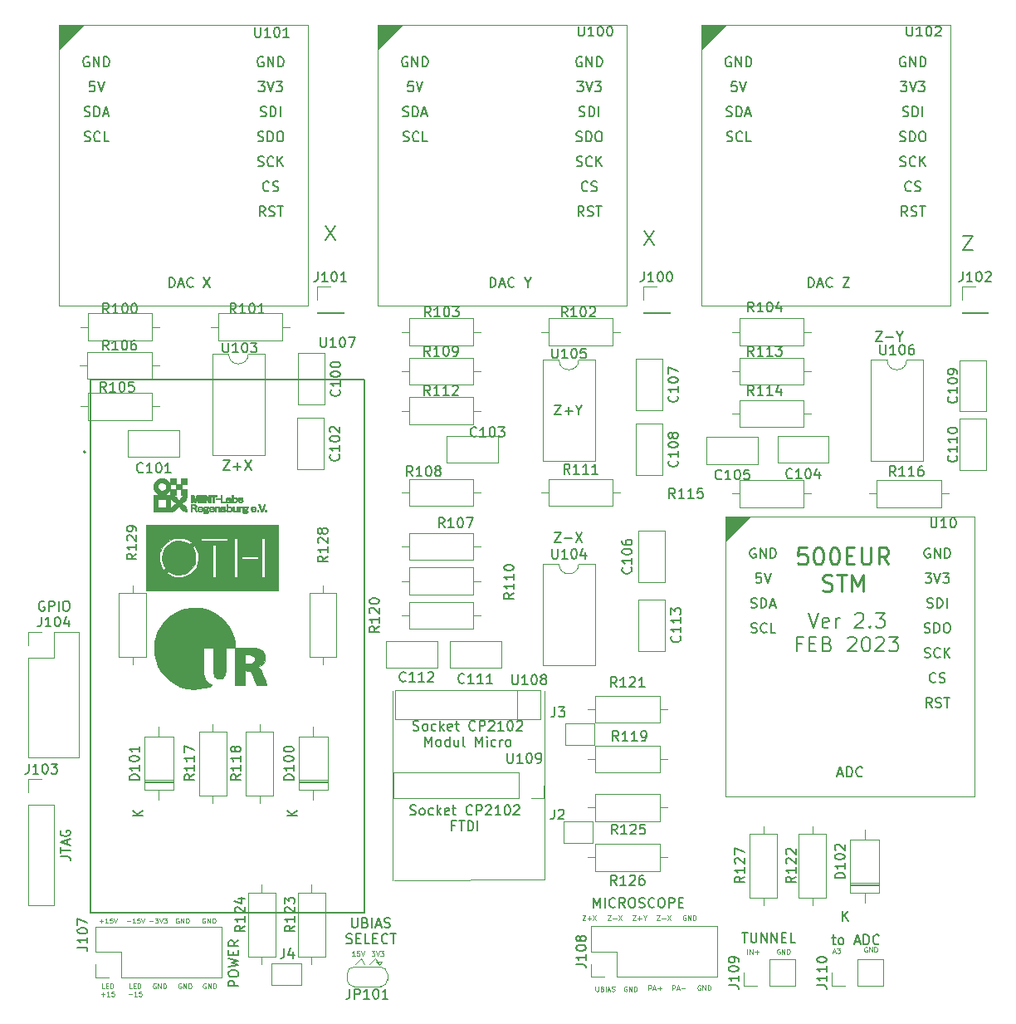
<source format=gbr>
%TF.GenerationSoftware,KiCad,Pcbnew,(6.0.10)*%
%TF.CreationDate,2023-03-06T16:50:03+01:00*%
%TF.ProjectId,Adapterboard,41646170-7465-4726-926f-6172642e6b69,2.3*%
%TF.SameCoordinates,Original*%
%TF.FileFunction,Legend,Top*%
%TF.FilePolarity,Positive*%
%FSLAX46Y46*%
G04 Gerber Fmt 4.6, Leading zero omitted, Abs format (unit mm)*
G04 Created by KiCad (PCBNEW (6.0.10)) date 2023-03-06 16:50:03*
%MOMM*%
%LPD*%
G01*
G04 APERTURE LIST*
%ADD10C,0.120000*%
%ADD11C,0.100000*%
%ADD12C,0.200000*%
%ADD13C,0.150000*%
%ADD14C,0.240000*%
%ADD15C,0.010000*%
%ADD16C,0.127000*%
G04 APERTURE END LIST*
D10*
X65500000Y-126000000D02*
X65100000Y-125400000D01*
X66000000Y-126000000D02*
X66600000Y-125400000D01*
X64500000Y-126000000D02*
X65100000Y-125400000D01*
X67000000Y-126000000D02*
X66600000Y-125400000D01*
D11*
X64490476Y-125126190D02*
X64204761Y-125126190D01*
X64347619Y-125126190D02*
X64347619Y-124626190D01*
X64300000Y-124697619D01*
X64252380Y-124745238D01*
X64204761Y-124769047D01*
X64942857Y-124626190D02*
X64704761Y-124626190D01*
X64680952Y-124864285D01*
X64704761Y-124840476D01*
X64752380Y-124816666D01*
X64871428Y-124816666D01*
X64919047Y-124840476D01*
X64942857Y-124864285D01*
X64966666Y-124911904D01*
X64966666Y-125030952D01*
X64942857Y-125078571D01*
X64919047Y-125102380D01*
X64871428Y-125126190D01*
X64752380Y-125126190D01*
X64704761Y-125102380D01*
X64680952Y-125078571D01*
X65109523Y-124626190D02*
X65276190Y-125126190D01*
X65442857Y-124626190D01*
D12*
X126500000Y-51678571D02*
X127500000Y-51678571D01*
X126500000Y-53178571D01*
X127500000Y-53178571D01*
D13*
X51051428Y-74602380D02*
X51718095Y-74602380D01*
X51051428Y-75602380D01*
X51718095Y-75602380D01*
X52099047Y-75221428D02*
X52860952Y-75221428D01*
X52480000Y-75602380D02*
X52480000Y-74840476D01*
X53241904Y-74602380D02*
X53908571Y-75602380D01*
X53908571Y-74602380D02*
X53241904Y-75602380D01*
D11*
X44174047Y-127950000D02*
X44126428Y-127926190D01*
X44055000Y-127926190D01*
X43983571Y-127950000D01*
X43935952Y-127997619D01*
X43912142Y-128045238D01*
X43888333Y-128140476D01*
X43888333Y-128211904D01*
X43912142Y-128307142D01*
X43935952Y-128354761D01*
X43983571Y-128402380D01*
X44055000Y-128426190D01*
X44102619Y-128426190D01*
X44174047Y-128402380D01*
X44197857Y-128378571D01*
X44197857Y-128211904D01*
X44102619Y-128211904D01*
X44412142Y-128426190D02*
X44412142Y-127926190D01*
X44697857Y-128426190D01*
X44697857Y-127926190D01*
X44935952Y-128426190D02*
X44935952Y-127926190D01*
X45055000Y-127926190D01*
X45126428Y-127950000D01*
X45174047Y-127997619D01*
X45197857Y-128045238D01*
X45221666Y-128140476D01*
X45221666Y-128211904D01*
X45197857Y-128307142D01*
X45174047Y-128354761D01*
X45126428Y-128402380D01*
X45055000Y-128426190D01*
X44935952Y-128426190D01*
D13*
X52602380Y-128209523D02*
X51602380Y-128209523D01*
X51602380Y-127828571D01*
X51650000Y-127733333D01*
X51697619Y-127685714D01*
X51792857Y-127638095D01*
X51935714Y-127638095D01*
X52030952Y-127685714D01*
X52078571Y-127733333D01*
X52126190Y-127828571D01*
X52126190Y-128209523D01*
X51602380Y-127019047D02*
X51602380Y-126828571D01*
X51650000Y-126733333D01*
X51745238Y-126638095D01*
X51935714Y-126590476D01*
X52269047Y-126590476D01*
X52459523Y-126638095D01*
X52554761Y-126733333D01*
X52602380Y-126828571D01*
X52602380Y-127019047D01*
X52554761Y-127114285D01*
X52459523Y-127209523D01*
X52269047Y-127257142D01*
X51935714Y-127257142D01*
X51745238Y-127209523D01*
X51650000Y-127114285D01*
X51602380Y-127019047D01*
X51602380Y-126257142D02*
X52602380Y-126019047D01*
X51888095Y-125828571D01*
X52602380Y-125638095D01*
X51602380Y-125400000D01*
X52078571Y-125019047D02*
X52078571Y-124685714D01*
X52602380Y-124542857D02*
X52602380Y-125019047D01*
X51602380Y-125019047D01*
X51602380Y-124542857D01*
X52602380Y-123542857D02*
X52126190Y-123876190D01*
X52602380Y-124114285D02*
X51602380Y-124114285D01*
X51602380Y-123733333D01*
X51650000Y-123638095D01*
X51697619Y-123590476D01*
X51792857Y-123542857D01*
X51935714Y-123542857D01*
X52030952Y-123590476D01*
X52078571Y-123638095D01*
X52126190Y-123733333D01*
X52126190Y-124114285D01*
D11*
X41733571Y-128426190D02*
X41495476Y-128426190D01*
X41495476Y-127926190D01*
X41900238Y-128164285D02*
X42066904Y-128164285D01*
X42138333Y-128426190D02*
X41900238Y-128426190D01*
X41900238Y-127926190D01*
X42138333Y-127926190D01*
X42352619Y-128426190D02*
X42352619Y-127926190D01*
X42471666Y-127926190D01*
X42543095Y-127950000D01*
X42590714Y-127997619D01*
X42614523Y-128045238D01*
X42638333Y-128140476D01*
X42638333Y-128211904D01*
X42614523Y-128307142D01*
X42590714Y-128354761D01*
X42543095Y-128402380D01*
X42471666Y-128426190D01*
X42352619Y-128426190D01*
X41388333Y-129040714D02*
X41769285Y-129040714D01*
X42269285Y-129231190D02*
X41983571Y-129231190D01*
X42126428Y-129231190D02*
X42126428Y-128731190D01*
X42078809Y-128802619D01*
X42031190Y-128850238D01*
X41983571Y-128874047D01*
X42721666Y-128731190D02*
X42483571Y-128731190D01*
X42459761Y-128969285D01*
X42483571Y-128945476D01*
X42531190Y-128921666D01*
X42650238Y-128921666D01*
X42697857Y-128945476D01*
X42721666Y-128969285D01*
X42745476Y-129016904D01*
X42745476Y-129135952D01*
X42721666Y-129183571D01*
X42697857Y-129207380D01*
X42650238Y-129231190D01*
X42531190Y-129231190D01*
X42483571Y-129207380D01*
X42459761Y-129183571D01*
D13*
X113147619Y-123285714D02*
X113528571Y-123285714D01*
X113290476Y-122952380D02*
X113290476Y-123809523D01*
X113338095Y-123904761D01*
X113433333Y-123952380D01*
X113528571Y-123952380D01*
X114004761Y-123952380D02*
X113909523Y-123904761D01*
X113861904Y-123857142D01*
X113814285Y-123761904D01*
X113814285Y-123476190D01*
X113861904Y-123380952D01*
X113909523Y-123333333D01*
X114004761Y-123285714D01*
X114147619Y-123285714D01*
X114242857Y-123333333D01*
X114290476Y-123380952D01*
X114338095Y-123476190D01*
X114338095Y-123761904D01*
X114290476Y-123857142D01*
X114242857Y-123904761D01*
X114147619Y-123952380D01*
X114004761Y-123952380D01*
X115480952Y-123666666D02*
X115957142Y-123666666D01*
X115385714Y-123952380D02*
X115719047Y-122952380D01*
X116052380Y-123952380D01*
X116385714Y-123952380D02*
X116385714Y-122952380D01*
X116623809Y-122952380D01*
X116766666Y-123000000D01*
X116861904Y-123095238D01*
X116909523Y-123190476D01*
X116957142Y-123380952D01*
X116957142Y-123523809D01*
X116909523Y-123714285D01*
X116861904Y-123809523D01*
X116766666Y-123904761D01*
X116623809Y-123952380D01*
X116385714Y-123952380D01*
X117957142Y-123857142D02*
X117909523Y-123904761D01*
X117766666Y-123952380D01*
X117671428Y-123952380D01*
X117528571Y-123904761D01*
X117433333Y-123809523D01*
X117385714Y-123714285D01*
X117338095Y-123523809D01*
X117338095Y-123380952D01*
X117385714Y-123190476D01*
X117433333Y-123095238D01*
X117528571Y-123000000D01*
X117671428Y-122952380D01*
X117766666Y-122952380D01*
X117909523Y-123000000D01*
X117957142Y-123047619D01*
X113761904Y-106566666D02*
X114238095Y-106566666D01*
X113666666Y-106852380D02*
X114000000Y-105852380D01*
X114333333Y-106852380D01*
X114666666Y-106852380D02*
X114666666Y-105852380D01*
X114904761Y-105852380D01*
X115047619Y-105900000D01*
X115142857Y-105995238D01*
X115190476Y-106090476D01*
X115238095Y-106280952D01*
X115238095Y-106423809D01*
X115190476Y-106614285D01*
X115142857Y-106709523D01*
X115047619Y-106804761D01*
X114904761Y-106852380D01*
X114666666Y-106852380D01*
X116238095Y-106757142D02*
X116190476Y-106804761D01*
X116047619Y-106852380D01*
X115952380Y-106852380D01*
X115809523Y-106804761D01*
X115714285Y-106709523D01*
X115666666Y-106614285D01*
X115619047Y-106423809D01*
X115619047Y-106280952D01*
X115666666Y-106090476D01*
X115714285Y-105995238D01*
X115809523Y-105900000D01*
X115952380Y-105852380D01*
X116047619Y-105852380D01*
X116190476Y-105900000D01*
X116238095Y-105947619D01*
D11*
X113242857Y-124683333D02*
X113480952Y-124683333D01*
X113195238Y-124826190D02*
X113361904Y-124326190D01*
X113528571Y-124826190D01*
X113647619Y-124326190D02*
X113957142Y-124326190D01*
X113790476Y-124516666D01*
X113861904Y-124516666D01*
X113909523Y-124540476D01*
X113933333Y-124564285D01*
X113957142Y-124611904D01*
X113957142Y-124730952D01*
X113933333Y-124778571D01*
X113909523Y-124802380D01*
X113861904Y-124826190D01*
X113719047Y-124826190D01*
X113671428Y-124802380D01*
X113647619Y-124778571D01*
X43519047Y-121585714D02*
X43900000Y-121585714D01*
X44090476Y-121276190D02*
X44400000Y-121276190D01*
X44233333Y-121466666D01*
X44304761Y-121466666D01*
X44352380Y-121490476D01*
X44376190Y-121514285D01*
X44400000Y-121561904D01*
X44400000Y-121680952D01*
X44376190Y-121728571D01*
X44352380Y-121752380D01*
X44304761Y-121776190D01*
X44161904Y-121776190D01*
X44114285Y-121752380D01*
X44090476Y-121728571D01*
X44542857Y-121276190D02*
X44709523Y-121776190D01*
X44876190Y-121276190D01*
X44995238Y-121276190D02*
X45304761Y-121276190D01*
X45138095Y-121466666D01*
X45209523Y-121466666D01*
X45257142Y-121490476D01*
X45280952Y-121514285D01*
X45304761Y-121561904D01*
X45304761Y-121680952D01*
X45280952Y-121728571D01*
X45257142Y-121752380D01*
X45209523Y-121776190D01*
X45066666Y-121776190D01*
X45019047Y-121752380D01*
X44995238Y-121728571D01*
D13*
X88852380Y-120202380D02*
X88852380Y-119202380D01*
X89185714Y-119916666D01*
X89519047Y-119202380D01*
X89519047Y-120202380D01*
X89995238Y-120202380D02*
X89995238Y-119202380D01*
X91042857Y-120107142D02*
X90995238Y-120154761D01*
X90852380Y-120202380D01*
X90757142Y-120202380D01*
X90614285Y-120154761D01*
X90519047Y-120059523D01*
X90471428Y-119964285D01*
X90423809Y-119773809D01*
X90423809Y-119630952D01*
X90471428Y-119440476D01*
X90519047Y-119345238D01*
X90614285Y-119250000D01*
X90757142Y-119202380D01*
X90852380Y-119202380D01*
X90995238Y-119250000D01*
X91042857Y-119297619D01*
X92042857Y-120202380D02*
X91709523Y-119726190D01*
X91471428Y-120202380D02*
X91471428Y-119202380D01*
X91852380Y-119202380D01*
X91947619Y-119250000D01*
X91995238Y-119297619D01*
X92042857Y-119392857D01*
X92042857Y-119535714D01*
X91995238Y-119630952D01*
X91947619Y-119678571D01*
X91852380Y-119726190D01*
X91471428Y-119726190D01*
X92661904Y-119202380D02*
X92852380Y-119202380D01*
X92947619Y-119250000D01*
X93042857Y-119345238D01*
X93090476Y-119535714D01*
X93090476Y-119869047D01*
X93042857Y-120059523D01*
X92947619Y-120154761D01*
X92852380Y-120202380D01*
X92661904Y-120202380D01*
X92566666Y-120154761D01*
X92471428Y-120059523D01*
X92423809Y-119869047D01*
X92423809Y-119535714D01*
X92471428Y-119345238D01*
X92566666Y-119250000D01*
X92661904Y-119202380D01*
X93471428Y-120154761D02*
X93614285Y-120202380D01*
X93852380Y-120202380D01*
X93947619Y-120154761D01*
X93995238Y-120107142D01*
X94042857Y-120011904D01*
X94042857Y-119916666D01*
X93995238Y-119821428D01*
X93947619Y-119773809D01*
X93852380Y-119726190D01*
X93661904Y-119678571D01*
X93566666Y-119630952D01*
X93519047Y-119583333D01*
X93471428Y-119488095D01*
X93471428Y-119392857D01*
X93519047Y-119297619D01*
X93566666Y-119250000D01*
X93661904Y-119202380D01*
X93900000Y-119202380D01*
X94042857Y-119250000D01*
X95042857Y-120107142D02*
X94995238Y-120154761D01*
X94852380Y-120202380D01*
X94757142Y-120202380D01*
X94614285Y-120154761D01*
X94519047Y-120059523D01*
X94471428Y-119964285D01*
X94423809Y-119773809D01*
X94423809Y-119630952D01*
X94471428Y-119440476D01*
X94519047Y-119345238D01*
X94614285Y-119250000D01*
X94757142Y-119202380D01*
X94852380Y-119202380D01*
X94995238Y-119250000D01*
X95042857Y-119297619D01*
X95661904Y-119202380D02*
X95852380Y-119202380D01*
X95947619Y-119250000D01*
X96042857Y-119345238D01*
X96090476Y-119535714D01*
X96090476Y-119869047D01*
X96042857Y-120059523D01*
X95947619Y-120154761D01*
X95852380Y-120202380D01*
X95661904Y-120202380D01*
X95566666Y-120154761D01*
X95471428Y-120059523D01*
X95423809Y-119869047D01*
X95423809Y-119535714D01*
X95471428Y-119345238D01*
X95566666Y-119250000D01*
X95661904Y-119202380D01*
X96519047Y-120202380D02*
X96519047Y-119202380D01*
X96900000Y-119202380D01*
X96995238Y-119250000D01*
X97042857Y-119297619D01*
X97090476Y-119392857D01*
X97090476Y-119535714D01*
X97042857Y-119630952D01*
X96995238Y-119678571D01*
X96900000Y-119726190D01*
X96519047Y-119726190D01*
X97519047Y-119678571D02*
X97852380Y-119678571D01*
X97995238Y-120202380D02*
X97519047Y-120202380D01*
X97519047Y-119202380D01*
X97995238Y-119202380D01*
D11*
X107819047Y-124450000D02*
X107771428Y-124426190D01*
X107700000Y-124426190D01*
X107628571Y-124450000D01*
X107580952Y-124497619D01*
X107557142Y-124545238D01*
X107533333Y-124640476D01*
X107533333Y-124711904D01*
X107557142Y-124807142D01*
X107580952Y-124854761D01*
X107628571Y-124902380D01*
X107700000Y-124926190D01*
X107747619Y-124926190D01*
X107819047Y-124902380D01*
X107842857Y-124878571D01*
X107842857Y-124711904D01*
X107747619Y-124711904D01*
X108057142Y-124926190D02*
X108057142Y-124426190D01*
X108342857Y-124926190D01*
X108342857Y-124426190D01*
X108580952Y-124926190D02*
X108580952Y-124426190D01*
X108700000Y-124426190D01*
X108771428Y-124450000D01*
X108819047Y-124497619D01*
X108842857Y-124545238D01*
X108866666Y-124640476D01*
X108866666Y-124711904D01*
X108842857Y-124807142D01*
X108819047Y-124854761D01*
X108771428Y-124902380D01*
X108700000Y-124926190D01*
X108580952Y-124926190D01*
D12*
X61500000Y-50678571D02*
X62500000Y-52178571D01*
X62500000Y-50678571D02*
X61500000Y-52178571D01*
D11*
X116719047Y-124250000D02*
X116671428Y-124226190D01*
X116600000Y-124226190D01*
X116528571Y-124250000D01*
X116480952Y-124297619D01*
X116457142Y-124345238D01*
X116433333Y-124440476D01*
X116433333Y-124511904D01*
X116457142Y-124607142D01*
X116480952Y-124654761D01*
X116528571Y-124702380D01*
X116600000Y-124726190D01*
X116647619Y-124726190D01*
X116719047Y-124702380D01*
X116742857Y-124678571D01*
X116742857Y-124511904D01*
X116647619Y-124511904D01*
X116957142Y-124726190D02*
X116957142Y-124226190D01*
X117242857Y-124726190D01*
X117242857Y-124226190D01*
X117480952Y-124726190D02*
X117480952Y-124226190D01*
X117600000Y-124226190D01*
X117671428Y-124250000D01*
X117719047Y-124297619D01*
X117742857Y-124345238D01*
X117766666Y-124440476D01*
X117766666Y-124511904D01*
X117742857Y-124607142D01*
X117719047Y-124654761D01*
X117671428Y-124702380D01*
X117600000Y-124726190D01*
X117480952Y-124726190D01*
D13*
X103985714Y-122752380D02*
X104557142Y-122752380D01*
X104271428Y-123752380D02*
X104271428Y-122752380D01*
X104890476Y-122752380D02*
X104890476Y-123561904D01*
X104938095Y-123657142D01*
X104985714Y-123704761D01*
X105080952Y-123752380D01*
X105271428Y-123752380D01*
X105366666Y-123704761D01*
X105414285Y-123657142D01*
X105461904Y-123561904D01*
X105461904Y-122752380D01*
X105938095Y-123752380D02*
X105938095Y-122752380D01*
X106509523Y-123752380D01*
X106509523Y-122752380D01*
X106985714Y-123752380D02*
X106985714Y-122752380D01*
X107557142Y-123752380D01*
X107557142Y-122752380D01*
X108033333Y-123228571D02*
X108366666Y-123228571D01*
X108509523Y-123752380D02*
X108033333Y-123752380D01*
X108033333Y-122752380D01*
X108509523Y-122752380D01*
X109414285Y-123752380D02*
X108938095Y-123752380D01*
X108938095Y-122752380D01*
D11*
X90285714Y-120976190D02*
X90619047Y-120976190D01*
X90285714Y-121476190D01*
X90619047Y-121476190D01*
X90809523Y-121285714D02*
X91190476Y-121285714D01*
X91380952Y-120976190D02*
X91714285Y-121476190D01*
X91714285Y-120976190D02*
X91380952Y-121476190D01*
X92219047Y-128250000D02*
X92171428Y-128226190D01*
X92100000Y-128226190D01*
X92028571Y-128250000D01*
X91980952Y-128297619D01*
X91957142Y-128345238D01*
X91933333Y-128440476D01*
X91933333Y-128511904D01*
X91957142Y-128607142D01*
X91980952Y-128654761D01*
X92028571Y-128702380D01*
X92100000Y-128726190D01*
X92147619Y-128726190D01*
X92219047Y-128702380D01*
X92242857Y-128678571D01*
X92242857Y-128511904D01*
X92147619Y-128511904D01*
X92457142Y-128726190D02*
X92457142Y-128226190D01*
X92742857Y-128726190D01*
X92742857Y-128226190D01*
X92980952Y-128726190D02*
X92980952Y-128226190D01*
X93100000Y-128226190D01*
X93171428Y-128250000D01*
X93219047Y-128297619D01*
X93242857Y-128345238D01*
X93266666Y-128440476D01*
X93266666Y-128511904D01*
X93242857Y-128607142D01*
X93219047Y-128654761D01*
X93171428Y-128702380D01*
X93100000Y-128726190D01*
X92980952Y-128726190D01*
D13*
X32800000Y-89000000D02*
X32704761Y-88952380D01*
X32561904Y-88952380D01*
X32419047Y-89000000D01*
X32323809Y-89095238D01*
X32276190Y-89190476D01*
X32228571Y-89380952D01*
X32228571Y-89523809D01*
X32276190Y-89714285D01*
X32323809Y-89809523D01*
X32419047Y-89904761D01*
X32561904Y-89952380D01*
X32657142Y-89952380D01*
X32800000Y-89904761D01*
X32847619Y-89857142D01*
X32847619Y-89523809D01*
X32657142Y-89523809D01*
X33276190Y-89952380D02*
X33276190Y-88952380D01*
X33657142Y-88952380D01*
X33752380Y-89000000D01*
X33800000Y-89047619D01*
X33847619Y-89142857D01*
X33847619Y-89285714D01*
X33800000Y-89380952D01*
X33752380Y-89428571D01*
X33657142Y-89476190D01*
X33276190Y-89476190D01*
X34276190Y-89952380D02*
X34276190Y-88952380D01*
X34942857Y-88952380D02*
X35133333Y-88952380D01*
X35228571Y-89000000D01*
X35323809Y-89095238D01*
X35371428Y-89285714D01*
X35371428Y-89619047D01*
X35323809Y-89809523D01*
X35228571Y-89904761D01*
X35133333Y-89952380D01*
X34942857Y-89952380D01*
X34847619Y-89904761D01*
X34752380Y-89809523D01*
X34704761Y-89619047D01*
X34704761Y-89285714D01*
X34752380Y-89095238D01*
X34847619Y-89000000D01*
X34942857Y-88952380D01*
D11*
X96845238Y-128626190D02*
X96845238Y-128126190D01*
X97035714Y-128126190D01*
X97083333Y-128150000D01*
X97107142Y-128173809D01*
X97130952Y-128221428D01*
X97130952Y-128292857D01*
X97107142Y-128340476D01*
X97083333Y-128364285D01*
X97035714Y-128388095D01*
X96845238Y-128388095D01*
X97321428Y-128483333D02*
X97559523Y-128483333D01*
X97273809Y-128626190D02*
X97440476Y-128126190D01*
X97607142Y-128626190D01*
X97773809Y-128435714D02*
X98154761Y-128435714D01*
D13*
X78300000Y-56952380D02*
X78300000Y-55952380D01*
X78538095Y-55952380D01*
X78680952Y-56000000D01*
X78776190Y-56095238D01*
X78823809Y-56190476D01*
X78871428Y-56380952D01*
X78871428Y-56523809D01*
X78823809Y-56714285D01*
X78776190Y-56809523D01*
X78680952Y-56904761D01*
X78538095Y-56952380D01*
X78300000Y-56952380D01*
X79252380Y-56666666D02*
X79728571Y-56666666D01*
X79157142Y-56952380D02*
X79490476Y-55952380D01*
X79823809Y-56952380D01*
X80728571Y-56857142D02*
X80680952Y-56904761D01*
X80538095Y-56952380D01*
X80442857Y-56952380D01*
X80300000Y-56904761D01*
X80204761Y-56809523D01*
X80157142Y-56714285D01*
X80109523Y-56523809D01*
X80109523Y-56380952D01*
X80157142Y-56190476D01*
X80204761Y-56095238D01*
X80300000Y-56000000D01*
X80442857Y-55952380D01*
X80538095Y-55952380D01*
X80680952Y-56000000D01*
X80728571Y-56047619D01*
X82109523Y-56476190D02*
X82109523Y-56952380D01*
X81776190Y-55952380D02*
X82109523Y-56476190D01*
X82442857Y-55952380D01*
D11*
X89035714Y-128226190D02*
X89035714Y-128630952D01*
X89059523Y-128678571D01*
X89083333Y-128702380D01*
X89130952Y-128726190D01*
X89226190Y-128726190D01*
X89273809Y-128702380D01*
X89297619Y-128678571D01*
X89321428Y-128630952D01*
X89321428Y-128226190D01*
X89726190Y-128464285D02*
X89797619Y-128488095D01*
X89821428Y-128511904D01*
X89845238Y-128559523D01*
X89845238Y-128630952D01*
X89821428Y-128678571D01*
X89797619Y-128702380D01*
X89750000Y-128726190D01*
X89559523Y-128726190D01*
X89559523Y-128226190D01*
X89726190Y-128226190D01*
X89773809Y-128250000D01*
X89797619Y-128273809D01*
X89821428Y-128321428D01*
X89821428Y-128369047D01*
X89797619Y-128416666D01*
X89773809Y-128440476D01*
X89726190Y-128464285D01*
X89559523Y-128464285D01*
X90059523Y-128726190D02*
X90059523Y-128226190D01*
X90273809Y-128583333D02*
X90511904Y-128583333D01*
X90226190Y-128726190D02*
X90392857Y-128226190D01*
X90559523Y-128726190D01*
X90702380Y-128702380D02*
X90773809Y-128726190D01*
X90892857Y-128726190D01*
X90940476Y-128702380D01*
X90964285Y-128678571D01*
X90988095Y-128630952D01*
X90988095Y-128583333D01*
X90964285Y-128535714D01*
X90940476Y-128511904D01*
X90892857Y-128488095D01*
X90797619Y-128464285D01*
X90750000Y-128440476D01*
X90726190Y-128416666D01*
X90702380Y-128369047D01*
X90702380Y-128321428D01*
X90726190Y-128273809D01*
X90750000Y-128250000D01*
X90797619Y-128226190D01*
X90916666Y-128226190D01*
X90988095Y-128250000D01*
D13*
X70128571Y-110699761D02*
X70271428Y-110747380D01*
X70509523Y-110747380D01*
X70604761Y-110699761D01*
X70652380Y-110652142D01*
X70700000Y-110556904D01*
X70700000Y-110461666D01*
X70652380Y-110366428D01*
X70604761Y-110318809D01*
X70509523Y-110271190D01*
X70319047Y-110223571D01*
X70223809Y-110175952D01*
X70176190Y-110128333D01*
X70128571Y-110033095D01*
X70128571Y-109937857D01*
X70176190Y-109842619D01*
X70223809Y-109795000D01*
X70319047Y-109747380D01*
X70557142Y-109747380D01*
X70700000Y-109795000D01*
X71271428Y-110747380D02*
X71176190Y-110699761D01*
X71128571Y-110652142D01*
X71080952Y-110556904D01*
X71080952Y-110271190D01*
X71128571Y-110175952D01*
X71176190Y-110128333D01*
X71271428Y-110080714D01*
X71414285Y-110080714D01*
X71509523Y-110128333D01*
X71557142Y-110175952D01*
X71604761Y-110271190D01*
X71604761Y-110556904D01*
X71557142Y-110652142D01*
X71509523Y-110699761D01*
X71414285Y-110747380D01*
X71271428Y-110747380D01*
X72461904Y-110699761D02*
X72366666Y-110747380D01*
X72176190Y-110747380D01*
X72080952Y-110699761D01*
X72033333Y-110652142D01*
X71985714Y-110556904D01*
X71985714Y-110271190D01*
X72033333Y-110175952D01*
X72080952Y-110128333D01*
X72176190Y-110080714D01*
X72366666Y-110080714D01*
X72461904Y-110128333D01*
X72890476Y-110747380D02*
X72890476Y-109747380D01*
X72985714Y-110366428D02*
X73271428Y-110747380D01*
X73271428Y-110080714D02*
X72890476Y-110461666D01*
X74080952Y-110699761D02*
X73985714Y-110747380D01*
X73795238Y-110747380D01*
X73700000Y-110699761D01*
X73652380Y-110604523D01*
X73652380Y-110223571D01*
X73700000Y-110128333D01*
X73795238Y-110080714D01*
X73985714Y-110080714D01*
X74080952Y-110128333D01*
X74128571Y-110223571D01*
X74128571Y-110318809D01*
X73652380Y-110414047D01*
X74414285Y-110080714D02*
X74795238Y-110080714D01*
X74557142Y-109747380D02*
X74557142Y-110604523D01*
X74604761Y-110699761D01*
X74700000Y-110747380D01*
X74795238Y-110747380D01*
X76461904Y-110652142D02*
X76414285Y-110699761D01*
X76271428Y-110747380D01*
X76176190Y-110747380D01*
X76033333Y-110699761D01*
X75938095Y-110604523D01*
X75890476Y-110509285D01*
X75842857Y-110318809D01*
X75842857Y-110175952D01*
X75890476Y-109985476D01*
X75938095Y-109890238D01*
X76033333Y-109795000D01*
X76176190Y-109747380D01*
X76271428Y-109747380D01*
X76414285Y-109795000D01*
X76461904Y-109842619D01*
X76890476Y-110747380D02*
X76890476Y-109747380D01*
X77271428Y-109747380D01*
X77366666Y-109795000D01*
X77414285Y-109842619D01*
X77461904Y-109937857D01*
X77461904Y-110080714D01*
X77414285Y-110175952D01*
X77366666Y-110223571D01*
X77271428Y-110271190D01*
X76890476Y-110271190D01*
X77842857Y-109842619D02*
X77890476Y-109795000D01*
X77985714Y-109747380D01*
X78223809Y-109747380D01*
X78319047Y-109795000D01*
X78366666Y-109842619D01*
X78414285Y-109937857D01*
X78414285Y-110033095D01*
X78366666Y-110175952D01*
X77795238Y-110747380D01*
X78414285Y-110747380D01*
X79366666Y-110747380D02*
X78795238Y-110747380D01*
X79080952Y-110747380D02*
X79080952Y-109747380D01*
X78985714Y-109890238D01*
X78890476Y-109985476D01*
X78795238Y-110033095D01*
X79985714Y-109747380D02*
X80080952Y-109747380D01*
X80176190Y-109795000D01*
X80223809Y-109842619D01*
X80271428Y-109937857D01*
X80319047Y-110128333D01*
X80319047Y-110366428D01*
X80271428Y-110556904D01*
X80223809Y-110652142D01*
X80176190Y-110699761D01*
X80080952Y-110747380D01*
X79985714Y-110747380D01*
X79890476Y-110699761D01*
X79842857Y-110652142D01*
X79795238Y-110556904D01*
X79747619Y-110366428D01*
X79747619Y-110128333D01*
X79795238Y-109937857D01*
X79842857Y-109842619D01*
X79890476Y-109795000D01*
X79985714Y-109747380D01*
X80700000Y-109842619D02*
X80747619Y-109795000D01*
X80842857Y-109747380D01*
X81080952Y-109747380D01*
X81176190Y-109795000D01*
X81223809Y-109842619D01*
X81271428Y-109937857D01*
X81271428Y-110033095D01*
X81223809Y-110175952D01*
X80652380Y-110747380D01*
X81271428Y-110747380D01*
X74723809Y-111833571D02*
X74390476Y-111833571D01*
X74390476Y-112357380D02*
X74390476Y-111357380D01*
X74866666Y-111357380D01*
X75104761Y-111357380D02*
X75676190Y-111357380D01*
X75390476Y-112357380D02*
X75390476Y-111357380D01*
X76009523Y-112357380D02*
X76009523Y-111357380D01*
X76247619Y-111357380D01*
X76390476Y-111405000D01*
X76485714Y-111500238D01*
X76533333Y-111595476D01*
X76580952Y-111785952D01*
X76580952Y-111928809D01*
X76533333Y-112119285D01*
X76485714Y-112214523D01*
X76390476Y-112309761D01*
X76247619Y-112357380D01*
X76009523Y-112357380D01*
X77009523Y-112357380D02*
X77009523Y-111357380D01*
D11*
X87685714Y-120976190D02*
X88019047Y-120976190D01*
X87685714Y-121476190D01*
X88019047Y-121476190D01*
X88209523Y-121285714D02*
X88590476Y-121285714D01*
X88400000Y-121476190D02*
X88400000Y-121095238D01*
X88780952Y-120976190D02*
X89114285Y-121476190D01*
X89114285Y-120976190D02*
X88780952Y-121476190D01*
X49219047Y-121300000D02*
X49171428Y-121276190D01*
X49100000Y-121276190D01*
X49028571Y-121300000D01*
X48980952Y-121347619D01*
X48957142Y-121395238D01*
X48933333Y-121490476D01*
X48933333Y-121561904D01*
X48957142Y-121657142D01*
X48980952Y-121704761D01*
X49028571Y-121752380D01*
X49100000Y-121776190D01*
X49147619Y-121776190D01*
X49219047Y-121752380D01*
X49242857Y-121728571D01*
X49242857Y-121561904D01*
X49147619Y-121561904D01*
X49457142Y-121776190D02*
X49457142Y-121276190D01*
X49742857Y-121776190D01*
X49742857Y-121276190D01*
X49980952Y-121776190D02*
X49980952Y-121276190D01*
X50100000Y-121276190D01*
X50171428Y-121300000D01*
X50219047Y-121347619D01*
X50242857Y-121395238D01*
X50266666Y-121490476D01*
X50266666Y-121561904D01*
X50242857Y-121657142D01*
X50219047Y-121704761D01*
X50171428Y-121752380D01*
X50100000Y-121776190D01*
X49980952Y-121776190D01*
X92809523Y-120976190D02*
X93142857Y-120976190D01*
X92809523Y-121476190D01*
X93142857Y-121476190D01*
X93333333Y-121285714D02*
X93714285Y-121285714D01*
X93523809Y-121476190D02*
X93523809Y-121095238D01*
X94047619Y-121238095D02*
X94047619Y-121476190D01*
X93880952Y-120976190D02*
X94047619Y-121238095D01*
X94214285Y-120976190D01*
D13*
X84821428Y-81952380D02*
X85488095Y-81952380D01*
X84821428Y-82952380D01*
X85488095Y-82952380D01*
X85869047Y-82571428D02*
X86630952Y-82571428D01*
X87011904Y-81952380D02*
X87678571Y-82952380D01*
X87678571Y-81952380D02*
X87011904Y-82952380D01*
X110735714Y-90171071D02*
X111235714Y-91671071D01*
X111735714Y-90171071D01*
X112807142Y-91599642D02*
X112664285Y-91671071D01*
X112378571Y-91671071D01*
X112235714Y-91599642D01*
X112164285Y-91456785D01*
X112164285Y-90885357D01*
X112235714Y-90742500D01*
X112378571Y-90671071D01*
X112664285Y-90671071D01*
X112807142Y-90742500D01*
X112878571Y-90885357D01*
X112878571Y-91028214D01*
X112164285Y-91171071D01*
X113521428Y-91671071D02*
X113521428Y-90671071D01*
X113521428Y-90956785D02*
X113592857Y-90813928D01*
X113664285Y-90742500D01*
X113807142Y-90671071D01*
X113950000Y-90671071D01*
X115521428Y-90313928D02*
X115592857Y-90242500D01*
X115735714Y-90171071D01*
X116092857Y-90171071D01*
X116235714Y-90242500D01*
X116307142Y-90313928D01*
X116378571Y-90456785D01*
X116378571Y-90599642D01*
X116307142Y-90813928D01*
X115450000Y-91671071D01*
X116378571Y-91671071D01*
X117021428Y-91528214D02*
X117092857Y-91599642D01*
X117021428Y-91671071D01*
X116950000Y-91599642D01*
X117021428Y-91528214D01*
X117021428Y-91671071D01*
X117592857Y-90171071D02*
X118521428Y-90171071D01*
X118021428Y-90742500D01*
X118235714Y-90742500D01*
X118378571Y-90813928D01*
X118450000Y-90885357D01*
X118521428Y-91028214D01*
X118521428Y-91385357D01*
X118450000Y-91528214D01*
X118378571Y-91599642D01*
X118235714Y-91671071D01*
X117807142Y-91671071D01*
X117664285Y-91599642D01*
X117592857Y-91528214D01*
X110057142Y-93300357D02*
X109557142Y-93300357D01*
X109557142Y-94086071D02*
X109557142Y-92586071D01*
X110271428Y-92586071D01*
X110842857Y-93300357D02*
X111342857Y-93300357D01*
X111557142Y-94086071D02*
X110842857Y-94086071D01*
X110842857Y-92586071D01*
X111557142Y-92586071D01*
X112700000Y-93300357D02*
X112914285Y-93371785D01*
X112985714Y-93443214D01*
X113057142Y-93586071D01*
X113057142Y-93800357D01*
X112985714Y-93943214D01*
X112914285Y-94014642D01*
X112771428Y-94086071D01*
X112200000Y-94086071D01*
X112200000Y-92586071D01*
X112700000Y-92586071D01*
X112842857Y-92657500D01*
X112914285Y-92728928D01*
X112985714Y-92871785D01*
X112985714Y-93014642D01*
X112914285Y-93157500D01*
X112842857Y-93228928D01*
X112700000Y-93300357D01*
X112200000Y-93300357D01*
X114771428Y-92728928D02*
X114842857Y-92657500D01*
X114985714Y-92586071D01*
X115342857Y-92586071D01*
X115485714Y-92657500D01*
X115557142Y-92728928D01*
X115628571Y-92871785D01*
X115628571Y-93014642D01*
X115557142Y-93228928D01*
X114700000Y-94086071D01*
X115628571Y-94086071D01*
X116557142Y-92586071D02*
X116700000Y-92586071D01*
X116842857Y-92657500D01*
X116914285Y-92728928D01*
X116985714Y-92871785D01*
X117057142Y-93157500D01*
X117057142Y-93514642D01*
X116985714Y-93800357D01*
X116914285Y-93943214D01*
X116842857Y-94014642D01*
X116700000Y-94086071D01*
X116557142Y-94086071D01*
X116414285Y-94014642D01*
X116342857Y-93943214D01*
X116271428Y-93800357D01*
X116200000Y-93514642D01*
X116200000Y-93157500D01*
X116271428Y-92871785D01*
X116342857Y-92728928D01*
X116414285Y-92657500D01*
X116557142Y-92586071D01*
X117628571Y-92728928D02*
X117700000Y-92657500D01*
X117842857Y-92586071D01*
X118200000Y-92586071D01*
X118342857Y-92657500D01*
X118414285Y-92728928D01*
X118485714Y-92871785D01*
X118485714Y-93014642D01*
X118414285Y-93228928D01*
X117557142Y-94086071D01*
X118485714Y-94086071D01*
X118985714Y-92586071D02*
X119914285Y-92586071D01*
X119414285Y-93157500D01*
X119628571Y-93157500D01*
X119771428Y-93228928D01*
X119842857Y-93300357D01*
X119914285Y-93443214D01*
X119914285Y-93800357D01*
X119842857Y-93943214D01*
X119771428Y-94014642D01*
X119628571Y-94086071D01*
X119200000Y-94086071D01*
X119057142Y-94014642D01*
X118985714Y-93943214D01*
D12*
X94000000Y-51178571D02*
X95000000Y-52678571D01*
X95000000Y-51178571D02*
X94000000Y-52678571D01*
D13*
X45552380Y-56952380D02*
X45552380Y-55952380D01*
X45790476Y-55952380D01*
X45933333Y-56000000D01*
X46028571Y-56095238D01*
X46076190Y-56190476D01*
X46123809Y-56380952D01*
X46123809Y-56523809D01*
X46076190Y-56714285D01*
X46028571Y-56809523D01*
X45933333Y-56904761D01*
X45790476Y-56952380D01*
X45552380Y-56952380D01*
X46504761Y-56666666D02*
X46980952Y-56666666D01*
X46409523Y-56952380D02*
X46742857Y-55952380D01*
X47076190Y-56952380D01*
X47980952Y-56857142D02*
X47933333Y-56904761D01*
X47790476Y-56952380D01*
X47695238Y-56952380D01*
X47552380Y-56904761D01*
X47457142Y-56809523D01*
X47409523Y-56714285D01*
X47361904Y-56523809D01*
X47361904Y-56380952D01*
X47409523Y-56190476D01*
X47457142Y-56095238D01*
X47552380Y-56000000D01*
X47695238Y-55952380D01*
X47790476Y-55952380D01*
X47933333Y-56000000D01*
X47980952Y-56047619D01*
X49076190Y-55952380D02*
X49742857Y-56952380D01*
X49742857Y-55952380D02*
X49076190Y-56952380D01*
D11*
X94445238Y-128626190D02*
X94445238Y-128126190D01*
X94635714Y-128126190D01*
X94683333Y-128150000D01*
X94707142Y-128173809D01*
X94730952Y-128221428D01*
X94730952Y-128292857D01*
X94707142Y-128340476D01*
X94683333Y-128364285D01*
X94635714Y-128388095D01*
X94445238Y-128388095D01*
X94921428Y-128483333D02*
X95159523Y-128483333D01*
X94873809Y-128626190D02*
X95040476Y-128126190D01*
X95207142Y-128626190D01*
X95373809Y-128435714D02*
X95754761Y-128435714D01*
X95564285Y-128626190D02*
X95564285Y-128245238D01*
X98219047Y-121000000D02*
X98171428Y-120976190D01*
X98100000Y-120976190D01*
X98028571Y-121000000D01*
X97980952Y-121047619D01*
X97957142Y-121095238D01*
X97933333Y-121190476D01*
X97933333Y-121261904D01*
X97957142Y-121357142D01*
X97980952Y-121404761D01*
X98028571Y-121452380D01*
X98100000Y-121476190D01*
X98147619Y-121476190D01*
X98219047Y-121452380D01*
X98242857Y-121428571D01*
X98242857Y-121261904D01*
X98147619Y-121261904D01*
X98457142Y-121476190D02*
X98457142Y-120976190D01*
X98742857Y-121476190D01*
X98742857Y-120976190D01*
X98980952Y-121476190D02*
X98980952Y-120976190D01*
X99100000Y-120976190D01*
X99171428Y-121000000D01*
X99219047Y-121047619D01*
X99242857Y-121095238D01*
X99266666Y-121190476D01*
X99266666Y-121261904D01*
X99242857Y-121357142D01*
X99219047Y-121404761D01*
X99171428Y-121452380D01*
X99100000Y-121476190D01*
X98980952Y-121476190D01*
X66180952Y-124628690D02*
X66490476Y-124628690D01*
X66323809Y-124819166D01*
X66395238Y-124819166D01*
X66442857Y-124842976D01*
X66466666Y-124866785D01*
X66490476Y-124914404D01*
X66490476Y-125033452D01*
X66466666Y-125081071D01*
X66442857Y-125104880D01*
X66395238Y-125128690D01*
X66252380Y-125128690D01*
X66204761Y-125104880D01*
X66180952Y-125081071D01*
X66633333Y-124628690D02*
X66800000Y-125128690D01*
X66966666Y-124628690D01*
X67085714Y-124628690D02*
X67395238Y-124628690D01*
X67228571Y-124819166D01*
X67300000Y-124819166D01*
X67347619Y-124842976D01*
X67371428Y-124866785D01*
X67395238Y-124914404D01*
X67395238Y-125033452D01*
X67371428Y-125081071D01*
X67347619Y-125104880D01*
X67300000Y-125128690D01*
X67157142Y-125128690D01*
X67109523Y-125104880D01*
X67085714Y-125081071D01*
D13*
X34452380Y-114966666D02*
X35166666Y-114966666D01*
X35309523Y-115014285D01*
X35404761Y-115109523D01*
X35452380Y-115252380D01*
X35452380Y-115347619D01*
X34452380Y-114633333D02*
X34452380Y-114061904D01*
X35452380Y-114347619D02*
X34452380Y-114347619D01*
X35166666Y-113776190D02*
X35166666Y-113300000D01*
X35452380Y-113871428D02*
X34452380Y-113538095D01*
X35452380Y-113204761D01*
X34500000Y-112347619D02*
X34452380Y-112442857D01*
X34452380Y-112585714D01*
X34500000Y-112728571D01*
X34595238Y-112823809D01*
X34690476Y-112871428D01*
X34880952Y-112919047D01*
X35023809Y-112919047D01*
X35214285Y-112871428D01*
X35309523Y-112823809D01*
X35404761Y-112728571D01*
X35452380Y-112585714D01*
X35452380Y-112490476D01*
X35404761Y-112347619D01*
X35357142Y-112300000D01*
X35023809Y-112300000D01*
X35023809Y-112490476D01*
D11*
X104528571Y-124926190D02*
X104528571Y-124426190D01*
X104766666Y-124926190D02*
X104766666Y-124426190D01*
X105052380Y-124926190D01*
X105052380Y-124426190D01*
X105290476Y-124735714D02*
X105671428Y-124735714D01*
X105480952Y-124926190D02*
X105480952Y-124545238D01*
D13*
X64171428Y-121247380D02*
X64171428Y-122056904D01*
X64219047Y-122152142D01*
X64266666Y-122199761D01*
X64361904Y-122247380D01*
X64552380Y-122247380D01*
X64647619Y-122199761D01*
X64695238Y-122152142D01*
X64742857Y-122056904D01*
X64742857Y-121247380D01*
X65552380Y-121723571D02*
X65695238Y-121771190D01*
X65742857Y-121818809D01*
X65790476Y-121914047D01*
X65790476Y-122056904D01*
X65742857Y-122152142D01*
X65695238Y-122199761D01*
X65600000Y-122247380D01*
X65219047Y-122247380D01*
X65219047Y-121247380D01*
X65552380Y-121247380D01*
X65647619Y-121295000D01*
X65695238Y-121342619D01*
X65742857Y-121437857D01*
X65742857Y-121533095D01*
X65695238Y-121628333D01*
X65647619Y-121675952D01*
X65552380Y-121723571D01*
X65219047Y-121723571D01*
X66219047Y-122247380D02*
X66219047Y-121247380D01*
X66647619Y-121961666D02*
X67123809Y-121961666D01*
X66552380Y-122247380D02*
X66885714Y-121247380D01*
X67219047Y-122247380D01*
X67504761Y-122199761D02*
X67647619Y-122247380D01*
X67885714Y-122247380D01*
X67980952Y-122199761D01*
X68028571Y-122152142D01*
X68076190Y-122056904D01*
X68076190Y-121961666D01*
X68028571Y-121866428D01*
X67980952Y-121818809D01*
X67885714Y-121771190D01*
X67695238Y-121723571D01*
X67600000Y-121675952D01*
X67552380Y-121628333D01*
X67504761Y-121533095D01*
X67504761Y-121437857D01*
X67552380Y-121342619D01*
X67600000Y-121295000D01*
X67695238Y-121247380D01*
X67933333Y-121247380D01*
X68076190Y-121295000D01*
X63623809Y-123809761D02*
X63766666Y-123857380D01*
X64004761Y-123857380D01*
X64100000Y-123809761D01*
X64147619Y-123762142D01*
X64195238Y-123666904D01*
X64195238Y-123571666D01*
X64147619Y-123476428D01*
X64100000Y-123428809D01*
X64004761Y-123381190D01*
X63814285Y-123333571D01*
X63719047Y-123285952D01*
X63671428Y-123238333D01*
X63623809Y-123143095D01*
X63623809Y-123047857D01*
X63671428Y-122952619D01*
X63719047Y-122905000D01*
X63814285Y-122857380D01*
X64052380Y-122857380D01*
X64195238Y-122905000D01*
X64623809Y-123333571D02*
X64957142Y-123333571D01*
X65100000Y-123857380D02*
X64623809Y-123857380D01*
X64623809Y-122857380D01*
X65100000Y-122857380D01*
X66004761Y-123857380D02*
X65528571Y-123857380D01*
X65528571Y-122857380D01*
X66338095Y-123333571D02*
X66671428Y-123333571D01*
X66814285Y-123857380D02*
X66338095Y-123857380D01*
X66338095Y-122857380D01*
X66814285Y-122857380D01*
X67814285Y-123762142D02*
X67766666Y-123809761D01*
X67623809Y-123857380D01*
X67528571Y-123857380D01*
X67385714Y-123809761D01*
X67290476Y-123714523D01*
X67242857Y-123619285D01*
X67195238Y-123428809D01*
X67195238Y-123285952D01*
X67242857Y-123095476D01*
X67290476Y-123000238D01*
X67385714Y-122905000D01*
X67528571Y-122857380D01*
X67623809Y-122857380D01*
X67766666Y-122905000D01*
X67814285Y-122952619D01*
X68100000Y-122857380D02*
X68671428Y-122857380D01*
X68385714Y-123857380D02*
X68385714Y-122857380D01*
X110752380Y-56952380D02*
X110752380Y-55952380D01*
X110990476Y-55952380D01*
X111133333Y-56000000D01*
X111228571Y-56095238D01*
X111276190Y-56190476D01*
X111323809Y-56380952D01*
X111323809Y-56523809D01*
X111276190Y-56714285D01*
X111228571Y-56809523D01*
X111133333Y-56904761D01*
X110990476Y-56952380D01*
X110752380Y-56952380D01*
X111704761Y-56666666D02*
X112180952Y-56666666D01*
X111609523Y-56952380D02*
X111942857Y-55952380D01*
X112276190Y-56952380D01*
X113180952Y-56857142D02*
X113133333Y-56904761D01*
X112990476Y-56952380D01*
X112895238Y-56952380D01*
X112752380Y-56904761D01*
X112657142Y-56809523D01*
X112609523Y-56714285D01*
X112561904Y-56523809D01*
X112561904Y-56380952D01*
X112609523Y-56190476D01*
X112657142Y-56095238D01*
X112752380Y-56000000D01*
X112895238Y-55952380D01*
X112990476Y-55952380D01*
X113133333Y-56000000D01*
X113180952Y-56047619D01*
X114276190Y-55952380D02*
X114942857Y-55952380D01*
X114276190Y-56952380D01*
X114942857Y-56952380D01*
D11*
X95285714Y-120976190D02*
X95619047Y-120976190D01*
X95285714Y-121476190D01*
X95619047Y-121476190D01*
X95809523Y-121285714D02*
X96190476Y-121285714D01*
X96380952Y-120976190D02*
X96714285Y-121476190D01*
X96714285Y-120976190D02*
X96380952Y-121476190D01*
D13*
X70428571Y-102099761D02*
X70571428Y-102147380D01*
X70809523Y-102147380D01*
X70904761Y-102099761D01*
X70952380Y-102052142D01*
X71000000Y-101956904D01*
X71000000Y-101861666D01*
X70952380Y-101766428D01*
X70904761Y-101718809D01*
X70809523Y-101671190D01*
X70619047Y-101623571D01*
X70523809Y-101575952D01*
X70476190Y-101528333D01*
X70428571Y-101433095D01*
X70428571Y-101337857D01*
X70476190Y-101242619D01*
X70523809Y-101195000D01*
X70619047Y-101147380D01*
X70857142Y-101147380D01*
X71000000Y-101195000D01*
X71571428Y-102147380D02*
X71476190Y-102099761D01*
X71428571Y-102052142D01*
X71380952Y-101956904D01*
X71380952Y-101671190D01*
X71428571Y-101575952D01*
X71476190Y-101528333D01*
X71571428Y-101480714D01*
X71714285Y-101480714D01*
X71809523Y-101528333D01*
X71857142Y-101575952D01*
X71904761Y-101671190D01*
X71904761Y-101956904D01*
X71857142Y-102052142D01*
X71809523Y-102099761D01*
X71714285Y-102147380D01*
X71571428Y-102147380D01*
X72761904Y-102099761D02*
X72666666Y-102147380D01*
X72476190Y-102147380D01*
X72380952Y-102099761D01*
X72333333Y-102052142D01*
X72285714Y-101956904D01*
X72285714Y-101671190D01*
X72333333Y-101575952D01*
X72380952Y-101528333D01*
X72476190Y-101480714D01*
X72666666Y-101480714D01*
X72761904Y-101528333D01*
X73190476Y-102147380D02*
X73190476Y-101147380D01*
X73285714Y-101766428D02*
X73571428Y-102147380D01*
X73571428Y-101480714D02*
X73190476Y-101861666D01*
X74380952Y-102099761D02*
X74285714Y-102147380D01*
X74095238Y-102147380D01*
X74000000Y-102099761D01*
X73952380Y-102004523D01*
X73952380Y-101623571D01*
X74000000Y-101528333D01*
X74095238Y-101480714D01*
X74285714Y-101480714D01*
X74380952Y-101528333D01*
X74428571Y-101623571D01*
X74428571Y-101718809D01*
X73952380Y-101814047D01*
X74714285Y-101480714D02*
X75095238Y-101480714D01*
X74857142Y-101147380D02*
X74857142Y-102004523D01*
X74904761Y-102099761D01*
X75000000Y-102147380D01*
X75095238Y-102147380D01*
X76761904Y-102052142D02*
X76714285Y-102099761D01*
X76571428Y-102147380D01*
X76476190Y-102147380D01*
X76333333Y-102099761D01*
X76238095Y-102004523D01*
X76190476Y-101909285D01*
X76142857Y-101718809D01*
X76142857Y-101575952D01*
X76190476Y-101385476D01*
X76238095Y-101290238D01*
X76333333Y-101195000D01*
X76476190Y-101147380D01*
X76571428Y-101147380D01*
X76714285Y-101195000D01*
X76761904Y-101242619D01*
X77190476Y-102147380D02*
X77190476Y-101147380D01*
X77571428Y-101147380D01*
X77666666Y-101195000D01*
X77714285Y-101242619D01*
X77761904Y-101337857D01*
X77761904Y-101480714D01*
X77714285Y-101575952D01*
X77666666Y-101623571D01*
X77571428Y-101671190D01*
X77190476Y-101671190D01*
X78142857Y-101242619D02*
X78190476Y-101195000D01*
X78285714Y-101147380D01*
X78523809Y-101147380D01*
X78619047Y-101195000D01*
X78666666Y-101242619D01*
X78714285Y-101337857D01*
X78714285Y-101433095D01*
X78666666Y-101575952D01*
X78095238Y-102147380D01*
X78714285Y-102147380D01*
X79666666Y-102147380D02*
X79095238Y-102147380D01*
X79380952Y-102147380D02*
X79380952Y-101147380D01*
X79285714Y-101290238D01*
X79190476Y-101385476D01*
X79095238Y-101433095D01*
X80285714Y-101147380D02*
X80380952Y-101147380D01*
X80476190Y-101195000D01*
X80523809Y-101242619D01*
X80571428Y-101337857D01*
X80619047Y-101528333D01*
X80619047Y-101766428D01*
X80571428Y-101956904D01*
X80523809Y-102052142D01*
X80476190Y-102099761D01*
X80380952Y-102147380D01*
X80285714Y-102147380D01*
X80190476Y-102099761D01*
X80142857Y-102052142D01*
X80095238Y-101956904D01*
X80047619Y-101766428D01*
X80047619Y-101528333D01*
X80095238Y-101337857D01*
X80142857Y-101242619D01*
X80190476Y-101195000D01*
X80285714Y-101147380D01*
X81000000Y-101242619D02*
X81047619Y-101195000D01*
X81142857Y-101147380D01*
X81380952Y-101147380D01*
X81476190Y-101195000D01*
X81523809Y-101242619D01*
X81571428Y-101337857D01*
X81571428Y-101433095D01*
X81523809Y-101575952D01*
X80952380Y-102147380D01*
X81571428Y-102147380D01*
X71666666Y-103757380D02*
X71666666Y-102757380D01*
X72000000Y-103471666D01*
X72333333Y-102757380D01*
X72333333Y-103757380D01*
X72952380Y-103757380D02*
X72857142Y-103709761D01*
X72809523Y-103662142D01*
X72761904Y-103566904D01*
X72761904Y-103281190D01*
X72809523Y-103185952D01*
X72857142Y-103138333D01*
X72952380Y-103090714D01*
X73095238Y-103090714D01*
X73190476Y-103138333D01*
X73238095Y-103185952D01*
X73285714Y-103281190D01*
X73285714Y-103566904D01*
X73238095Y-103662142D01*
X73190476Y-103709761D01*
X73095238Y-103757380D01*
X72952380Y-103757380D01*
X74142857Y-103757380D02*
X74142857Y-102757380D01*
X74142857Y-103709761D02*
X74047619Y-103757380D01*
X73857142Y-103757380D01*
X73761904Y-103709761D01*
X73714285Y-103662142D01*
X73666666Y-103566904D01*
X73666666Y-103281190D01*
X73714285Y-103185952D01*
X73761904Y-103138333D01*
X73857142Y-103090714D01*
X74047619Y-103090714D01*
X74142857Y-103138333D01*
X75047619Y-103090714D02*
X75047619Y-103757380D01*
X74619047Y-103090714D02*
X74619047Y-103614523D01*
X74666666Y-103709761D01*
X74761904Y-103757380D01*
X74904761Y-103757380D01*
X75000000Y-103709761D01*
X75047619Y-103662142D01*
X75666666Y-103757380D02*
X75571428Y-103709761D01*
X75523809Y-103614523D01*
X75523809Y-102757380D01*
X76809523Y-103757380D02*
X76809523Y-102757380D01*
X77142857Y-103471666D01*
X77476190Y-102757380D01*
X77476190Y-103757380D01*
X77952380Y-103757380D02*
X77952380Y-103090714D01*
X77952380Y-102757380D02*
X77904761Y-102805000D01*
X77952380Y-102852619D01*
X78000000Y-102805000D01*
X77952380Y-102757380D01*
X77952380Y-102852619D01*
X78857142Y-103709761D02*
X78761904Y-103757380D01*
X78571428Y-103757380D01*
X78476190Y-103709761D01*
X78428571Y-103662142D01*
X78380952Y-103566904D01*
X78380952Y-103281190D01*
X78428571Y-103185952D01*
X78476190Y-103138333D01*
X78571428Y-103090714D01*
X78761904Y-103090714D01*
X78857142Y-103138333D01*
X79285714Y-103757380D02*
X79285714Y-103090714D01*
X79285714Y-103281190D02*
X79333333Y-103185952D01*
X79380952Y-103138333D01*
X79476190Y-103090714D01*
X79571428Y-103090714D01*
X80047619Y-103757380D02*
X79952380Y-103709761D01*
X79904761Y-103662142D01*
X79857142Y-103566904D01*
X79857142Y-103281190D01*
X79904761Y-103185952D01*
X79952380Y-103138333D01*
X80047619Y-103090714D01*
X80190476Y-103090714D01*
X80285714Y-103138333D01*
X80333333Y-103185952D01*
X80380952Y-103281190D01*
X80380952Y-103566904D01*
X80333333Y-103662142D01*
X80285714Y-103709761D01*
X80190476Y-103757380D01*
X80047619Y-103757380D01*
D11*
X41219047Y-121585714D02*
X41600000Y-121585714D01*
X42100000Y-121776190D02*
X41814285Y-121776190D01*
X41957142Y-121776190D02*
X41957142Y-121276190D01*
X41909523Y-121347619D01*
X41861904Y-121395238D01*
X41814285Y-121419047D01*
X42552380Y-121276190D02*
X42314285Y-121276190D01*
X42290476Y-121514285D01*
X42314285Y-121490476D01*
X42361904Y-121466666D01*
X42480952Y-121466666D01*
X42528571Y-121490476D01*
X42552380Y-121514285D01*
X42576190Y-121561904D01*
X42576190Y-121680952D01*
X42552380Y-121728571D01*
X42528571Y-121752380D01*
X42480952Y-121776190D01*
X42361904Y-121776190D01*
X42314285Y-121752380D01*
X42290476Y-121728571D01*
X42719047Y-121276190D02*
X42885714Y-121776190D01*
X43052380Y-121276190D01*
X99719047Y-128150000D02*
X99671428Y-128126190D01*
X99600000Y-128126190D01*
X99528571Y-128150000D01*
X99480952Y-128197619D01*
X99457142Y-128245238D01*
X99433333Y-128340476D01*
X99433333Y-128411904D01*
X99457142Y-128507142D01*
X99480952Y-128554761D01*
X99528571Y-128602380D01*
X99600000Y-128626190D01*
X99647619Y-128626190D01*
X99719047Y-128602380D01*
X99742857Y-128578571D01*
X99742857Y-128411904D01*
X99647619Y-128411904D01*
X99957142Y-128626190D02*
X99957142Y-128126190D01*
X100242857Y-128626190D01*
X100242857Y-128126190D01*
X100480952Y-128626190D02*
X100480952Y-128126190D01*
X100600000Y-128126190D01*
X100671428Y-128150000D01*
X100719047Y-128197619D01*
X100742857Y-128245238D01*
X100766666Y-128340476D01*
X100766666Y-128411904D01*
X100742857Y-128507142D01*
X100719047Y-128554761D01*
X100671428Y-128602380D01*
X100600000Y-128626190D01*
X100480952Y-128626190D01*
D13*
X84869047Y-68952380D02*
X85535714Y-68952380D01*
X84869047Y-69952380D01*
X85535714Y-69952380D01*
X85916666Y-69571428D02*
X86678571Y-69571428D01*
X86297619Y-69952380D02*
X86297619Y-69190476D01*
X87345238Y-69476190D02*
X87345238Y-69952380D01*
X87011904Y-68952380D02*
X87345238Y-69476190D01*
X87678571Y-68952380D01*
X117619047Y-61452380D02*
X118285714Y-61452380D01*
X117619047Y-62452380D01*
X118285714Y-62452380D01*
X118666666Y-62071428D02*
X119428571Y-62071428D01*
X120095238Y-61976190D02*
X120095238Y-62452380D01*
X119761904Y-61452380D02*
X120095238Y-61976190D01*
X120428571Y-61452380D01*
D11*
X38933571Y-128426190D02*
X38695476Y-128426190D01*
X38695476Y-127926190D01*
X39100238Y-128164285D02*
X39266904Y-128164285D01*
X39338333Y-128426190D02*
X39100238Y-128426190D01*
X39100238Y-127926190D01*
X39338333Y-127926190D01*
X39552619Y-128426190D02*
X39552619Y-127926190D01*
X39671666Y-127926190D01*
X39743095Y-127950000D01*
X39790714Y-127997619D01*
X39814523Y-128045238D01*
X39838333Y-128140476D01*
X39838333Y-128211904D01*
X39814523Y-128307142D01*
X39790714Y-128354761D01*
X39743095Y-128402380D01*
X39671666Y-128426190D01*
X39552619Y-128426190D01*
X38588333Y-129040714D02*
X38969285Y-129040714D01*
X38778809Y-129231190D02*
X38778809Y-128850238D01*
X39469285Y-129231190D02*
X39183571Y-129231190D01*
X39326428Y-129231190D02*
X39326428Y-128731190D01*
X39278809Y-128802619D01*
X39231190Y-128850238D01*
X39183571Y-128874047D01*
X39921666Y-128731190D02*
X39683571Y-128731190D01*
X39659761Y-128969285D01*
X39683571Y-128945476D01*
X39731190Y-128921666D01*
X39850238Y-128921666D01*
X39897857Y-128945476D01*
X39921666Y-128969285D01*
X39945476Y-129016904D01*
X39945476Y-129135952D01*
X39921666Y-129183571D01*
X39897857Y-129207380D01*
X39850238Y-129231190D01*
X39731190Y-129231190D01*
X39683571Y-129207380D01*
X39659761Y-129183571D01*
X46774047Y-127950000D02*
X46726428Y-127926190D01*
X46655000Y-127926190D01*
X46583571Y-127950000D01*
X46535952Y-127997619D01*
X46512142Y-128045238D01*
X46488333Y-128140476D01*
X46488333Y-128211904D01*
X46512142Y-128307142D01*
X46535952Y-128354761D01*
X46583571Y-128402380D01*
X46655000Y-128426190D01*
X46702619Y-128426190D01*
X46774047Y-128402380D01*
X46797857Y-128378571D01*
X46797857Y-128211904D01*
X46702619Y-128211904D01*
X47012142Y-128426190D02*
X47012142Y-127926190D01*
X47297857Y-128426190D01*
X47297857Y-127926190D01*
X47535952Y-128426190D02*
X47535952Y-127926190D01*
X47655000Y-127926190D01*
X47726428Y-127950000D01*
X47774047Y-127997619D01*
X47797857Y-128045238D01*
X47821666Y-128140476D01*
X47821666Y-128211904D01*
X47797857Y-128307142D01*
X47774047Y-128354761D01*
X47726428Y-128402380D01*
X47655000Y-128426190D01*
X47535952Y-128426190D01*
X46519047Y-121300000D02*
X46471428Y-121276190D01*
X46400000Y-121276190D01*
X46328571Y-121300000D01*
X46280952Y-121347619D01*
X46257142Y-121395238D01*
X46233333Y-121490476D01*
X46233333Y-121561904D01*
X46257142Y-121657142D01*
X46280952Y-121704761D01*
X46328571Y-121752380D01*
X46400000Y-121776190D01*
X46447619Y-121776190D01*
X46519047Y-121752380D01*
X46542857Y-121728571D01*
X46542857Y-121561904D01*
X46447619Y-121561904D01*
X46757142Y-121776190D02*
X46757142Y-121276190D01*
X47042857Y-121776190D01*
X47042857Y-121276190D01*
X47280952Y-121776190D02*
X47280952Y-121276190D01*
X47400000Y-121276190D01*
X47471428Y-121300000D01*
X47519047Y-121347619D01*
X47542857Y-121395238D01*
X47566666Y-121490476D01*
X47566666Y-121561904D01*
X47542857Y-121657142D01*
X47519047Y-121704761D01*
X47471428Y-121752380D01*
X47400000Y-121776190D01*
X47280952Y-121776190D01*
D14*
X110576190Y-83500547D02*
X109766666Y-83500547D01*
X109685714Y-84310071D01*
X109766666Y-84229119D01*
X109928571Y-84148166D01*
X110333333Y-84148166D01*
X110495238Y-84229119D01*
X110576190Y-84310071D01*
X110657142Y-84471976D01*
X110657142Y-84876738D01*
X110576190Y-85038642D01*
X110495238Y-85119595D01*
X110333333Y-85200547D01*
X109928571Y-85200547D01*
X109766666Y-85119595D01*
X109685714Y-85038642D01*
X111709523Y-83500547D02*
X111871428Y-83500547D01*
X112033333Y-83581500D01*
X112114285Y-83662452D01*
X112195238Y-83824357D01*
X112276190Y-84148166D01*
X112276190Y-84552928D01*
X112195238Y-84876738D01*
X112114285Y-85038642D01*
X112033333Y-85119595D01*
X111871428Y-85200547D01*
X111709523Y-85200547D01*
X111547619Y-85119595D01*
X111466666Y-85038642D01*
X111385714Y-84876738D01*
X111304761Y-84552928D01*
X111304761Y-84148166D01*
X111385714Y-83824357D01*
X111466666Y-83662452D01*
X111547619Y-83581500D01*
X111709523Y-83500547D01*
X113328571Y-83500547D02*
X113490476Y-83500547D01*
X113652380Y-83581500D01*
X113733333Y-83662452D01*
X113814285Y-83824357D01*
X113895238Y-84148166D01*
X113895238Y-84552928D01*
X113814285Y-84876738D01*
X113733333Y-85038642D01*
X113652380Y-85119595D01*
X113490476Y-85200547D01*
X113328571Y-85200547D01*
X113166666Y-85119595D01*
X113085714Y-85038642D01*
X113004761Y-84876738D01*
X112923809Y-84552928D01*
X112923809Y-84148166D01*
X113004761Y-83824357D01*
X113085714Y-83662452D01*
X113166666Y-83581500D01*
X113328571Y-83500547D01*
X114623809Y-84310071D02*
X115190476Y-84310071D01*
X115433333Y-85200547D02*
X114623809Y-85200547D01*
X114623809Y-83500547D01*
X115433333Y-83500547D01*
X116161904Y-83500547D02*
X116161904Y-84876738D01*
X116242857Y-85038642D01*
X116323809Y-85119595D01*
X116485714Y-85200547D01*
X116809523Y-85200547D01*
X116971428Y-85119595D01*
X117052380Y-85038642D01*
X117133333Y-84876738D01*
X117133333Y-83500547D01*
X118914285Y-85200547D02*
X118347619Y-84391023D01*
X117942857Y-85200547D02*
X117942857Y-83500547D01*
X118590476Y-83500547D01*
X118752380Y-83581500D01*
X118833333Y-83662452D01*
X118914285Y-83824357D01*
X118914285Y-84067214D01*
X118833333Y-84229119D01*
X118752380Y-84310071D01*
X118590476Y-84391023D01*
X117942857Y-84391023D01*
X112195238Y-87856595D02*
X112438095Y-87937547D01*
X112842857Y-87937547D01*
X113004761Y-87856595D01*
X113085714Y-87775642D01*
X113166666Y-87613738D01*
X113166666Y-87451833D01*
X113085714Y-87289928D01*
X113004761Y-87208976D01*
X112842857Y-87128023D01*
X112519047Y-87047071D01*
X112357142Y-86966119D01*
X112276190Y-86885166D01*
X112195238Y-86723261D01*
X112195238Y-86561357D01*
X112276190Y-86399452D01*
X112357142Y-86318500D01*
X112519047Y-86237547D01*
X112923809Y-86237547D01*
X113166666Y-86318500D01*
X113652380Y-86237547D02*
X114623809Y-86237547D01*
X114138095Y-87937547D02*
X114138095Y-86237547D01*
X115190476Y-87937547D02*
X115190476Y-86237547D01*
X115757142Y-87451833D01*
X116323809Y-86237547D01*
X116323809Y-87937547D01*
D11*
X49274047Y-127950000D02*
X49226428Y-127926190D01*
X49155000Y-127926190D01*
X49083571Y-127950000D01*
X49035952Y-127997619D01*
X49012142Y-128045238D01*
X48988333Y-128140476D01*
X48988333Y-128211904D01*
X49012142Y-128307142D01*
X49035952Y-128354761D01*
X49083571Y-128402380D01*
X49155000Y-128426190D01*
X49202619Y-128426190D01*
X49274047Y-128402380D01*
X49297857Y-128378571D01*
X49297857Y-128211904D01*
X49202619Y-128211904D01*
X49512142Y-128426190D02*
X49512142Y-127926190D01*
X49797857Y-128426190D01*
X49797857Y-127926190D01*
X50035952Y-128426190D02*
X50035952Y-127926190D01*
X50155000Y-127926190D01*
X50226428Y-127950000D01*
X50274047Y-127997619D01*
X50297857Y-128045238D01*
X50321666Y-128140476D01*
X50321666Y-128211904D01*
X50297857Y-128307142D01*
X50274047Y-128354761D01*
X50226428Y-128402380D01*
X50155000Y-128426190D01*
X50035952Y-128426190D01*
X38419047Y-121585714D02*
X38800000Y-121585714D01*
X38609523Y-121776190D02*
X38609523Y-121395238D01*
X39300000Y-121776190D02*
X39014285Y-121776190D01*
X39157142Y-121776190D02*
X39157142Y-121276190D01*
X39109523Y-121347619D01*
X39061904Y-121395238D01*
X39014285Y-121419047D01*
X39752380Y-121276190D02*
X39514285Y-121276190D01*
X39490476Y-121514285D01*
X39514285Y-121490476D01*
X39561904Y-121466666D01*
X39680952Y-121466666D01*
X39728571Y-121490476D01*
X39752380Y-121514285D01*
X39776190Y-121561904D01*
X39776190Y-121680952D01*
X39752380Y-121728571D01*
X39728571Y-121752380D01*
X39680952Y-121776190D01*
X39561904Y-121776190D01*
X39514285Y-121752380D01*
X39490476Y-121728571D01*
X39919047Y-121276190D02*
X40085714Y-121776190D01*
X40252380Y-121276190D01*
D13*
%TO.C,R105*%
X39110952Y-67602380D02*
X38777619Y-67126190D01*
X38539523Y-67602380D02*
X38539523Y-66602380D01*
X38920476Y-66602380D01*
X39015714Y-66650000D01*
X39063333Y-66697619D01*
X39110952Y-66792857D01*
X39110952Y-66935714D01*
X39063333Y-67030952D01*
X39015714Y-67078571D01*
X38920476Y-67126190D01*
X38539523Y-67126190D01*
X40063333Y-67602380D02*
X39491904Y-67602380D01*
X39777619Y-67602380D02*
X39777619Y-66602380D01*
X39682380Y-66745238D01*
X39587142Y-66840476D01*
X39491904Y-66888095D01*
X40682380Y-66602380D02*
X40777619Y-66602380D01*
X40872857Y-66650000D01*
X40920476Y-66697619D01*
X40968095Y-66792857D01*
X41015714Y-66983333D01*
X41015714Y-67221428D01*
X40968095Y-67411904D01*
X40920476Y-67507142D01*
X40872857Y-67554761D01*
X40777619Y-67602380D01*
X40682380Y-67602380D01*
X40587142Y-67554761D01*
X40539523Y-67507142D01*
X40491904Y-67411904D01*
X40444285Y-67221428D01*
X40444285Y-66983333D01*
X40491904Y-66792857D01*
X40539523Y-66697619D01*
X40587142Y-66650000D01*
X40682380Y-66602380D01*
X41920476Y-66602380D02*
X41444285Y-66602380D01*
X41396666Y-67078571D01*
X41444285Y-67030952D01*
X41539523Y-66983333D01*
X41777619Y-66983333D01*
X41872857Y-67030952D01*
X41920476Y-67078571D01*
X41968095Y-67173809D01*
X41968095Y-67411904D01*
X41920476Y-67507142D01*
X41872857Y-67554761D01*
X41777619Y-67602380D01*
X41539523Y-67602380D01*
X41444285Y-67554761D01*
X41396666Y-67507142D01*
%TO.C,U105*%
X84595714Y-63202380D02*
X84595714Y-64011904D01*
X84643333Y-64107142D01*
X84690952Y-64154761D01*
X84786190Y-64202380D01*
X84976666Y-64202380D01*
X85071904Y-64154761D01*
X85119523Y-64107142D01*
X85167142Y-64011904D01*
X85167142Y-63202380D01*
X86167142Y-64202380D02*
X85595714Y-64202380D01*
X85881428Y-64202380D02*
X85881428Y-63202380D01*
X85786190Y-63345238D01*
X85690952Y-63440476D01*
X85595714Y-63488095D01*
X86786190Y-63202380D02*
X86881428Y-63202380D01*
X86976666Y-63250000D01*
X87024285Y-63297619D01*
X87071904Y-63392857D01*
X87119523Y-63583333D01*
X87119523Y-63821428D01*
X87071904Y-64011904D01*
X87024285Y-64107142D01*
X86976666Y-64154761D01*
X86881428Y-64202380D01*
X86786190Y-64202380D01*
X86690952Y-64154761D01*
X86643333Y-64107142D01*
X86595714Y-64011904D01*
X86548095Y-63821428D01*
X86548095Y-63583333D01*
X86595714Y-63392857D01*
X86643333Y-63297619D01*
X86690952Y-63250000D01*
X86786190Y-63202380D01*
X88024285Y-63202380D02*
X87548095Y-63202380D01*
X87500476Y-63678571D01*
X87548095Y-63630952D01*
X87643333Y-63583333D01*
X87881428Y-63583333D01*
X87976666Y-63630952D01*
X88024285Y-63678571D01*
X88071904Y-63773809D01*
X88071904Y-64011904D01*
X88024285Y-64107142D01*
X87976666Y-64154761D01*
X87881428Y-64202380D01*
X87643333Y-64202380D01*
X87548095Y-64154761D01*
X87500476Y-64107142D01*
%TO.C,U108*%
X80535714Y-96452380D02*
X80535714Y-97261904D01*
X80583333Y-97357142D01*
X80630952Y-97404761D01*
X80726190Y-97452380D01*
X80916666Y-97452380D01*
X81011904Y-97404761D01*
X81059523Y-97357142D01*
X81107142Y-97261904D01*
X81107142Y-96452380D01*
X82107142Y-97452380D02*
X81535714Y-97452380D01*
X81821428Y-97452380D02*
X81821428Y-96452380D01*
X81726190Y-96595238D01*
X81630952Y-96690476D01*
X81535714Y-96738095D01*
X82726190Y-96452380D02*
X82821428Y-96452380D01*
X82916666Y-96500000D01*
X82964285Y-96547619D01*
X83011904Y-96642857D01*
X83059523Y-96833333D01*
X83059523Y-97071428D01*
X83011904Y-97261904D01*
X82964285Y-97357142D01*
X82916666Y-97404761D01*
X82821428Y-97452380D01*
X82726190Y-97452380D01*
X82630952Y-97404761D01*
X82583333Y-97357142D01*
X82535714Y-97261904D01*
X82488095Y-97071428D01*
X82488095Y-96833333D01*
X82535714Y-96642857D01*
X82583333Y-96547619D01*
X82630952Y-96500000D01*
X82726190Y-96452380D01*
X83630952Y-96880952D02*
X83535714Y-96833333D01*
X83488095Y-96785714D01*
X83440476Y-96690476D01*
X83440476Y-96642857D01*
X83488095Y-96547619D01*
X83535714Y-96500000D01*
X83630952Y-96452380D01*
X83821428Y-96452380D01*
X83916666Y-96500000D01*
X83964285Y-96547619D01*
X84011904Y-96642857D01*
X84011904Y-96690476D01*
X83964285Y-96785714D01*
X83916666Y-96833333D01*
X83821428Y-96880952D01*
X83630952Y-96880952D01*
X83535714Y-96928571D01*
X83488095Y-96976190D01*
X83440476Y-97071428D01*
X83440476Y-97261904D01*
X83488095Y-97357142D01*
X83535714Y-97404761D01*
X83630952Y-97452380D01*
X83821428Y-97452380D01*
X83916666Y-97404761D01*
X83964285Y-97357142D01*
X84011904Y-97261904D01*
X84011904Y-97071428D01*
X83964285Y-96976190D01*
X83916666Y-96928571D01*
X83821428Y-96880952D01*
%TO.C,C107*%
X97357142Y-68019047D02*
X97404761Y-68066666D01*
X97452380Y-68209523D01*
X97452380Y-68304761D01*
X97404761Y-68447619D01*
X97309523Y-68542857D01*
X97214285Y-68590476D01*
X97023809Y-68638095D01*
X96880952Y-68638095D01*
X96690476Y-68590476D01*
X96595238Y-68542857D01*
X96500000Y-68447619D01*
X96452380Y-68304761D01*
X96452380Y-68209523D01*
X96500000Y-68066666D01*
X96547619Y-68019047D01*
X97452380Y-67066666D02*
X97452380Y-67638095D01*
X97452380Y-67352380D02*
X96452380Y-67352380D01*
X96595238Y-67447619D01*
X96690476Y-67542857D01*
X96738095Y-67638095D01*
X96452380Y-66447619D02*
X96452380Y-66352380D01*
X96500000Y-66257142D01*
X96547619Y-66209523D01*
X96642857Y-66161904D01*
X96833333Y-66114285D01*
X97071428Y-66114285D01*
X97261904Y-66161904D01*
X97357142Y-66209523D01*
X97404761Y-66257142D01*
X97452380Y-66352380D01*
X97452380Y-66447619D01*
X97404761Y-66542857D01*
X97357142Y-66590476D01*
X97261904Y-66638095D01*
X97071428Y-66685714D01*
X96833333Y-66685714D01*
X96642857Y-66638095D01*
X96547619Y-66590476D01*
X96500000Y-66542857D01*
X96452380Y-66447619D01*
X96452380Y-65780952D02*
X96452380Y-65114285D01*
X97452380Y-65542857D01*
%TO.C,U102*%
X120785714Y-30352380D02*
X120785714Y-31161904D01*
X120833333Y-31257142D01*
X120880952Y-31304761D01*
X120976190Y-31352380D01*
X121166666Y-31352380D01*
X121261904Y-31304761D01*
X121309523Y-31257142D01*
X121357142Y-31161904D01*
X121357142Y-30352380D01*
X122357142Y-31352380D02*
X121785714Y-31352380D01*
X122071428Y-31352380D02*
X122071428Y-30352380D01*
X121976190Y-30495238D01*
X121880952Y-30590476D01*
X121785714Y-30638095D01*
X122976190Y-30352380D02*
X123071428Y-30352380D01*
X123166666Y-30400000D01*
X123214285Y-30447619D01*
X123261904Y-30542857D01*
X123309523Y-30733333D01*
X123309523Y-30971428D01*
X123261904Y-31161904D01*
X123214285Y-31257142D01*
X123166666Y-31304761D01*
X123071428Y-31352380D01*
X122976190Y-31352380D01*
X122880952Y-31304761D01*
X122833333Y-31257142D01*
X122785714Y-31161904D01*
X122738095Y-30971428D01*
X122738095Y-30733333D01*
X122785714Y-30542857D01*
X122833333Y-30447619D01*
X122880952Y-30400000D01*
X122976190Y-30352380D01*
X123690476Y-30447619D02*
X123738095Y-30400000D01*
X123833333Y-30352380D01*
X124071428Y-30352380D01*
X124166666Y-30400000D01*
X124214285Y-30447619D01*
X124261904Y-30542857D01*
X124261904Y-30638095D01*
X124214285Y-30780952D01*
X123642857Y-31352380D01*
X124261904Y-31352380D01*
X102395714Y-39494761D02*
X102538571Y-39542380D01*
X102776666Y-39542380D01*
X102871904Y-39494761D01*
X102919523Y-39447142D01*
X102967142Y-39351904D01*
X102967142Y-39256666D01*
X102919523Y-39161428D01*
X102871904Y-39113809D01*
X102776666Y-39066190D01*
X102586190Y-39018571D01*
X102490952Y-38970952D01*
X102443333Y-38923333D01*
X102395714Y-38828095D01*
X102395714Y-38732857D01*
X102443333Y-38637619D01*
X102490952Y-38590000D01*
X102586190Y-38542380D01*
X102824285Y-38542380D01*
X102967142Y-38590000D01*
X103395714Y-39542380D02*
X103395714Y-38542380D01*
X103633809Y-38542380D01*
X103776666Y-38590000D01*
X103871904Y-38685238D01*
X103919523Y-38780476D01*
X103967142Y-38970952D01*
X103967142Y-39113809D01*
X103919523Y-39304285D01*
X103871904Y-39399523D01*
X103776666Y-39494761D01*
X103633809Y-39542380D01*
X103395714Y-39542380D01*
X104348095Y-39256666D02*
X104824285Y-39256666D01*
X104252857Y-39542380D02*
X104586190Y-38542380D01*
X104919523Y-39542380D01*
X121223333Y-47067142D02*
X121175714Y-47114761D01*
X121032857Y-47162380D01*
X120937619Y-47162380D01*
X120794761Y-47114761D01*
X120699523Y-47019523D01*
X120651904Y-46924285D01*
X120604285Y-46733809D01*
X120604285Y-46590952D01*
X120651904Y-46400476D01*
X120699523Y-46305238D01*
X120794761Y-46210000D01*
X120937619Y-46162380D01*
X121032857Y-46162380D01*
X121175714Y-46210000D01*
X121223333Y-46257619D01*
X121604285Y-47114761D02*
X121747142Y-47162380D01*
X121985238Y-47162380D01*
X122080476Y-47114761D01*
X122128095Y-47067142D01*
X122175714Y-46971904D01*
X122175714Y-46876666D01*
X122128095Y-46781428D01*
X122080476Y-46733809D01*
X121985238Y-46686190D01*
X121794761Y-46638571D01*
X121699523Y-46590952D01*
X121651904Y-46543333D01*
X121604285Y-46448095D01*
X121604285Y-46352857D01*
X121651904Y-46257619D01*
X121699523Y-46210000D01*
X121794761Y-46162380D01*
X122032857Y-46162380D01*
X122175714Y-46210000D01*
X120842380Y-49702380D02*
X120509047Y-49226190D01*
X120270952Y-49702380D02*
X120270952Y-48702380D01*
X120651904Y-48702380D01*
X120747142Y-48750000D01*
X120794761Y-48797619D01*
X120842380Y-48892857D01*
X120842380Y-49035714D01*
X120794761Y-49130952D01*
X120747142Y-49178571D01*
X120651904Y-49226190D01*
X120270952Y-49226190D01*
X121223333Y-49654761D02*
X121366190Y-49702380D01*
X121604285Y-49702380D01*
X121699523Y-49654761D01*
X121747142Y-49607142D01*
X121794761Y-49511904D01*
X121794761Y-49416666D01*
X121747142Y-49321428D01*
X121699523Y-49273809D01*
X121604285Y-49226190D01*
X121413809Y-49178571D01*
X121318571Y-49130952D01*
X121270952Y-49083333D01*
X121223333Y-48988095D01*
X121223333Y-48892857D01*
X121270952Y-48797619D01*
X121318571Y-48750000D01*
X121413809Y-48702380D01*
X121651904Y-48702380D01*
X121794761Y-48750000D01*
X122080476Y-48702380D02*
X122651904Y-48702380D01*
X122366190Y-49702380D02*
X122366190Y-48702380D01*
X120104285Y-44574761D02*
X120247142Y-44622380D01*
X120485238Y-44622380D01*
X120580476Y-44574761D01*
X120628095Y-44527142D01*
X120675714Y-44431904D01*
X120675714Y-44336666D01*
X120628095Y-44241428D01*
X120580476Y-44193809D01*
X120485238Y-44146190D01*
X120294761Y-44098571D01*
X120199523Y-44050952D01*
X120151904Y-44003333D01*
X120104285Y-43908095D01*
X120104285Y-43812857D01*
X120151904Y-43717619D01*
X120199523Y-43670000D01*
X120294761Y-43622380D01*
X120532857Y-43622380D01*
X120675714Y-43670000D01*
X121675714Y-44527142D02*
X121628095Y-44574761D01*
X121485238Y-44622380D01*
X121390000Y-44622380D01*
X121247142Y-44574761D01*
X121151904Y-44479523D01*
X121104285Y-44384285D01*
X121056666Y-44193809D01*
X121056666Y-44050952D01*
X121104285Y-43860476D01*
X121151904Y-43765238D01*
X121247142Y-43670000D01*
X121390000Y-43622380D01*
X121485238Y-43622380D01*
X121628095Y-43670000D01*
X121675714Y-43717619D01*
X122104285Y-44622380D02*
X122104285Y-43622380D01*
X122675714Y-44622380D02*
X122247142Y-44050952D01*
X122675714Y-43622380D02*
X122104285Y-44193809D01*
X120628095Y-33510000D02*
X120532857Y-33462380D01*
X120390000Y-33462380D01*
X120247142Y-33510000D01*
X120151904Y-33605238D01*
X120104285Y-33700476D01*
X120056666Y-33890952D01*
X120056666Y-34033809D01*
X120104285Y-34224285D01*
X120151904Y-34319523D01*
X120247142Y-34414761D01*
X120390000Y-34462380D01*
X120485238Y-34462380D01*
X120628095Y-34414761D01*
X120675714Y-34367142D01*
X120675714Y-34033809D01*
X120485238Y-34033809D01*
X121104285Y-34462380D02*
X121104285Y-33462380D01*
X121675714Y-34462380D01*
X121675714Y-33462380D01*
X122151904Y-34462380D02*
X122151904Y-33462380D01*
X122390000Y-33462380D01*
X122532857Y-33510000D01*
X122628095Y-33605238D01*
X122675714Y-33700476D01*
X122723333Y-33890952D01*
X122723333Y-34033809D01*
X122675714Y-34224285D01*
X122628095Y-34319523D01*
X122532857Y-34414761D01*
X122390000Y-34462380D01*
X122151904Y-34462380D01*
X102419523Y-42034761D02*
X102562380Y-42082380D01*
X102800476Y-42082380D01*
X102895714Y-42034761D01*
X102943333Y-41987142D01*
X102990952Y-41891904D01*
X102990952Y-41796666D01*
X102943333Y-41701428D01*
X102895714Y-41653809D01*
X102800476Y-41606190D01*
X102610000Y-41558571D01*
X102514761Y-41510952D01*
X102467142Y-41463333D01*
X102419523Y-41368095D01*
X102419523Y-41272857D01*
X102467142Y-41177619D01*
X102514761Y-41130000D01*
X102610000Y-41082380D01*
X102848095Y-41082380D01*
X102990952Y-41130000D01*
X103990952Y-41987142D02*
X103943333Y-42034761D01*
X103800476Y-42082380D01*
X103705238Y-42082380D01*
X103562380Y-42034761D01*
X103467142Y-41939523D01*
X103419523Y-41844285D01*
X103371904Y-41653809D01*
X103371904Y-41510952D01*
X103419523Y-41320476D01*
X103467142Y-41225238D01*
X103562380Y-41130000D01*
X103705238Y-41082380D01*
X103800476Y-41082380D01*
X103943333Y-41130000D01*
X103990952Y-41177619D01*
X104895714Y-42082380D02*
X104419523Y-42082380D01*
X104419523Y-41082380D01*
X120366190Y-39494761D02*
X120509047Y-39542380D01*
X120747142Y-39542380D01*
X120842380Y-39494761D01*
X120890000Y-39447142D01*
X120937619Y-39351904D01*
X120937619Y-39256666D01*
X120890000Y-39161428D01*
X120842380Y-39113809D01*
X120747142Y-39066190D01*
X120556666Y-39018571D01*
X120461428Y-38970952D01*
X120413809Y-38923333D01*
X120366190Y-38828095D01*
X120366190Y-38732857D01*
X120413809Y-38637619D01*
X120461428Y-38590000D01*
X120556666Y-38542380D01*
X120794761Y-38542380D01*
X120937619Y-38590000D01*
X121366190Y-39542380D02*
X121366190Y-38542380D01*
X121604285Y-38542380D01*
X121747142Y-38590000D01*
X121842380Y-38685238D01*
X121890000Y-38780476D01*
X121937619Y-38970952D01*
X121937619Y-39113809D01*
X121890000Y-39304285D01*
X121842380Y-39399523D01*
X121747142Y-39494761D01*
X121604285Y-39542380D01*
X121366190Y-39542380D01*
X122366190Y-39542380D02*
X122366190Y-38542380D01*
X103419523Y-36002380D02*
X102943333Y-36002380D01*
X102895714Y-36478571D01*
X102943333Y-36430952D01*
X103038571Y-36383333D01*
X103276666Y-36383333D01*
X103371904Y-36430952D01*
X103419523Y-36478571D01*
X103467142Y-36573809D01*
X103467142Y-36811904D01*
X103419523Y-36907142D01*
X103371904Y-36954761D01*
X103276666Y-37002380D01*
X103038571Y-37002380D01*
X102943333Y-36954761D01*
X102895714Y-36907142D01*
X103752857Y-36002380D02*
X104086190Y-37002380D01*
X104419523Y-36002380D01*
X102848095Y-33510000D02*
X102752857Y-33462380D01*
X102610000Y-33462380D01*
X102467142Y-33510000D01*
X102371904Y-33605238D01*
X102324285Y-33700476D01*
X102276666Y-33890952D01*
X102276666Y-34033809D01*
X102324285Y-34224285D01*
X102371904Y-34319523D01*
X102467142Y-34414761D01*
X102610000Y-34462380D01*
X102705238Y-34462380D01*
X102848095Y-34414761D01*
X102895714Y-34367142D01*
X102895714Y-34033809D01*
X102705238Y-34033809D01*
X103324285Y-34462380D02*
X103324285Y-33462380D01*
X103895714Y-34462380D01*
X103895714Y-33462380D01*
X104371904Y-34462380D02*
X104371904Y-33462380D01*
X104610000Y-33462380D01*
X104752857Y-33510000D01*
X104848095Y-33605238D01*
X104895714Y-33700476D01*
X104943333Y-33890952D01*
X104943333Y-34033809D01*
X104895714Y-34224285D01*
X104848095Y-34319523D01*
X104752857Y-34414761D01*
X104610000Y-34462380D01*
X104371904Y-34462380D01*
X120080476Y-42034761D02*
X120223333Y-42082380D01*
X120461428Y-42082380D01*
X120556666Y-42034761D01*
X120604285Y-41987142D01*
X120651904Y-41891904D01*
X120651904Y-41796666D01*
X120604285Y-41701428D01*
X120556666Y-41653809D01*
X120461428Y-41606190D01*
X120270952Y-41558571D01*
X120175714Y-41510952D01*
X120128095Y-41463333D01*
X120080476Y-41368095D01*
X120080476Y-41272857D01*
X120128095Y-41177619D01*
X120175714Y-41130000D01*
X120270952Y-41082380D01*
X120509047Y-41082380D01*
X120651904Y-41130000D01*
X121080476Y-42082380D02*
X121080476Y-41082380D01*
X121318571Y-41082380D01*
X121461428Y-41130000D01*
X121556666Y-41225238D01*
X121604285Y-41320476D01*
X121651904Y-41510952D01*
X121651904Y-41653809D01*
X121604285Y-41844285D01*
X121556666Y-41939523D01*
X121461428Y-42034761D01*
X121318571Y-42082380D01*
X121080476Y-42082380D01*
X122270952Y-41082380D02*
X122461428Y-41082380D01*
X122556666Y-41130000D01*
X122651904Y-41225238D01*
X122699523Y-41415714D01*
X122699523Y-41749047D01*
X122651904Y-41939523D01*
X122556666Y-42034761D01*
X122461428Y-42082380D01*
X122270952Y-42082380D01*
X122175714Y-42034761D01*
X122080476Y-41939523D01*
X122032857Y-41749047D01*
X122032857Y-41415714D01*
X122080476Y-41225238D01*
X122175714Y-41130000D01*
X122270952Y-41082380D01*
X120151904Y-36002380D02*
X120770952Y-36002380D01*
X120437619Y-36383333D01*
X120580476Y-36383333D01*
X120675714Y-36430952D01*
X120723333Y-36478571D01*
X120770952Y-36573809D01*
X120770952Y-36811904D01*
X120723333Y-36907142D01*
X120675714Y-36954761D01*
X120580476Y-37002380D01*
X120294761Y-37002380D01*
X120199523Y-36954761D01*
X120151904Y-36907142D01*
X121056666Y-36002380D02*
X121390000Y-37002380D01*
X121723333Y-36002380D01*
X121961428Y-36002380D02*
X122580476Y-36002380D01*
X122247142Y-36383333D01*
X122390000Y-36383333D01*
X122485238Y-36430952D01*
X122532857Y-36478571D01*
X122580476Y-36573809D01*
X122580476Y-36811904D01*
X122532857Y-36907142D01*
X122485238Y-36954761D01*
X122390000Y-37002380D01*
X122104285Y-37002380D01*
X122009047Y-36954761D01*
X121961428Y-36907142D01*
%TO.C,J107*%
X36202380Y-124235714D02*
X36916666Y-124235714D01*
X37059523Y-124283333D01*
X37154761Y-124378571D01*
X37202380Y-124521428D01*
X37202380Y-124616666D01*
X37202380Y-123235714D02*
X37202380Y-123807142D01*
X37202380Y-123521428D02*
X36202380Y-123521428D01*
X36345238Y-123616666D01*
X36440476Y-123711904D01*
X36488095Y-123807142D01*
X36202380Y-122616666D02*
X36202380Y-122521428D01*
X36250000Y-122426190D01*
X36297619Y-122378571D01*
X36392857Y-122330952D01*
X36583333Y-122283333D01*
X36821428Y-122283333D01*
X37011904Y-122330952D01*
X37107142Y-122378571D01*
X37154761Y-122426190D01*
X37202380Y-122521428D01*
X37202380Y-122616666D01*
X37154761Y-122711904D01*
X37107142Y-122759523D01*
X37011904Y-122807142D01*
X36821428Y-122854761D01*
X36583333Y-122854761D01*
X36392857Y-122807142D01*
X36297619Y-122759523D01*
X36250000Y-122711904D01*
X36202380Y-122616666D01*
X36202380Y-121950000D02*
X36202380Y-121283333D01*
X37202380Y-121711904D01*
%TO.C,U104*%
X84595714Y-83622380D02*
X84595714Y-84431904D01*
X84643333Y-84527142D01*
X84690952Y-84574761D01*
X84786190Y-84622380D01*
X84976666Y-84622380D01*
X85071904Y-84574761D01*
X85119523Y-84527142D01*
X85167142Y-84431904D01*
X85167142Y-83622380D01*
X86167142Y-84622380D02*
X85595714Y-84622380D01*
X85881428Y-84622380D02*
X85881428Y-83622380D01*
X85786190Y-83765238D01*
X85690952Y-83860476D01*
X85595714Y-83908095D01*
X86786190Y-83622380D02*
X86881428Y-83622380D01*
X86976666Y-83670000D01*
X87024285Y-83717619D01*
X87071904Y-83812857D01*
X87119523Y-84003333D01*
X87119523Y-84241428D01*
X87071904Y-84431904D01*
X87024285Y-84527142D01*
X86976666Y-84574761D01*
X86881428Y-84622380D01*
X86786190Y-84622380D01*
X86690952Y-84574761D01*
X86643333Y-84527142D01*
X86595714Y-84431904D01*
X86548095Y-84241428D01*
X86548095Y-84003333D01*
X86595714Y-83812857D01*
X86643333Y-83717619D01*
X86690952Y-83670000D01*
X86786190Y-83622380D01*
X87976666Y-83955714D02*
X87976666Y-84622380D01*
X87738571Y-83574761D02*
X87500476Y-84289047D01*
X88119523Y-84289047D01*
%TO.C,R121*%
X91180952Y-97702380D02*
X90847619Y-97226190D01*
X90609523Y-97702380D02*
X90609523Y-96702380D01*
X90990476Y-96702380D01*
X91085714Y-96750000D01*
X91133333Y-96797619D01*
X91180952Y-96892857D01*
X91180952Y-97035714D01*
X91133333Y-97130952D01*
X91085714Y-97178571D01*
X90990476Y-97226190D01*
X90609523Y-97226190D01*
X92133333Y-97702380D02*
X91561904Y-97702380D01*
X91847619Y-97702380D02*
X91847619Y-96702380D01*
X91752380Y-96845238D01*
X91657142Y-96940476D01*
X91561904Y-96988095D01*
X92514285Y-96797619D02*
X92561904Y-96750000D01*
X92657142Y-96702380D01*
X92895238Y-96702380D01*
X92990476Y-96750000D01*
X93038095Y-96797619D01*
X93085714Y-96892857D01*
X93085714Y-96988095D01*
X93038095Y-97130952D01*
X92466666Y-97702380D01*
X93085714Y-97702380D01*
X94038095Y-97702380D02*
X93466666Y-97702380D01*
X93752380Y-97702380D02*
X93752380Y-96702380D01*
X93657142Y-96845238D01*
X93561904Y-96940476D01*
X93466666Y-96988095D01*
%TO.C,U10*%
X123261904Y-80452380D02*
X123261904Y-81261904D01*
X123309523Y-81357142D01*
X123357142Y-81404761D01*
X123452380Y-81452380D01*
X123642857Y-81452380D01*
X123738095Y-81404761D01*
X123785714Y-81357142D01*
X123833333Y-81261904D01*
X123833333Y-80452380D01*
X124833333Y-81452380D02*
X124261904Y-81452380D01*
X124547619Y-81452380D02*
X124547619Y-80452380D01*
X124452380Y-80595238D01*
X124357142Y-80690476D01*
X124261904Y-80738095D01*
X125452380Y-80452380D02*
X125547619Y-80452380D01*
X125642857Y-80500000D01*
X125690476Y-80547619D01*
X125738095Y-80642857D01*
X125785714Y-80833333D01*
X125785714Y-81071428D01*
X125738095Y-81261904D01*
X125690476Y-81357142D01*
X125642857Y-81404761D01*
X125547619Y-81452380D01*
X125452380Y-81452380D01*
X125357142Y-81404761D01*
X125309523Y-81357142D01*
X125261904Y-81261904D01*
X125214285Y-81071428D01*
X125214285Y-80833333D01*
X125261904Y-80642857D01*
X125309523Y-80547619D01*
X125357142Y-80500000D01*
X125452380Y-80452380D01*
X123128095Y-83610000D02*
X123032857Y-83562380D01*
X122890000Y-83562380D01*
X122747142Y-83610000D01*
X122651904Y-83705238D01*
X122604285Y-83800476D01*
X122556666Y-83990952D01*
X122556666Y-84133809D01*
X122604285Y-84324285D01*
X122651904Y-84419523D01*
X122747142Y-84514761D01*
X122890000Y-84562380D01*
X122985238Y-84562380D01*
X123128095Y-84514761D01*
X123175714Y-84467142D01*
X123175714Y-84133809D01*
X122985238Y-84133809D01*
X123604285Y-84562380D02*
X123604285Y-83562380D01*
X124175714Y-84562380D01*
X124175714Y-83562380D01*
X124651904Y-84562380D02*
X124651904Y-83562380D01*
X124890000Y-83562380D01*
X125032857Y-83610000D01*
X125128095Y-83705238D01*
X125175714Y-83800476D01*
X125223333Y-83990952D01*
X125223333Y-84133809D01*
X125175714Y-84324285D01*
X125128095Y-84419523D01*
X125032857Y-84514761D01*
X124890000Y-84562380D01*
X124651904Y-84562380D01*
X122651904Y-86102380D02*
X123270952Y-86102380D01*
X122937619Y-86483333D01*
X123080476Y-86483333D01*
X123175714Y-86530952D01*
X123223333Y-86578571D01*
X123270952Y-86673809D01*
X123270952Y-86911904D01*
X123223333Y-87007142D01*
X123175714Y-87054761D01*
X123080476Y-87102380D01*
X122794761Y-87102380D01*
X122699523Y-87054761D01*
X122651904Y-87007142D01*
X123556666Y-86102380D02*
X123890000Y-87102380D01*
X124223333Y-86102380D01*
X124461428Y-86102380D02*
X125080476Y-86102380D01*
X124747142Y-86483333D01*
X124890000Y-86483333D01*
X124985238Y-86530952D01*
X125032857Y-86578571D01*
X125080476Y-86673809D01*
X125080476Y-86911904D01*
X125032857Y-87007142D01*
X124985238Y-87054761D01*
X124890000Y-87102380D01*
X124604285Y-87102380D01*
X124509047Y-87054761D01*
X124461428Y-87007142D01*
X105348095Y-83610000D02*
X105252857Y-83562380D01*
X105110000Y-83562380D01*
X104967142Y-83610000D01*
X104871904Y-83705238D01*
X104824285Y-83800476D01*
X104776666Y-83990952D01*
X104776666Y-84133809D01*
X104824285Y-84324285D01*
X104871904Y-84419523D01*
X104967142Y-84514761D01*
X105110000Y-84562380D01*
X105205238Y-84562380D01*
X105348095Y-84514761D01*
X105395714Y-84467142D01*
X105395714Y-84133809D01*
X105205238Y-84133809D01*
X105824285Y-84562380D02*
X105824285Y-83562380D01*
X106395714Y-84562380D01*
X106395714Y-83562380D01*
X106871904Y-84562380D02*
X106871904Y-83562380D01*
X107110000Y-83562380D01*
X107252857Y-83610000D01*
X107348095Y-83705238D01*
X107395714Y-83800476D01*
X107443333Y-83990952D01*
X107443333Y-84133809D01*
X107395714Y-84324285D01*
X107348095Y-84419523D01*
X107252857Y-84514761D01*
X107110000Y-84562380D01*
X106871904Y-84562380D01*
X122604285Y-94674761D02*
X122747142Y-94722380D01*
X122985238Y-94722380D01*
X123080476Y-94674761D01*
X123128095Y-94627142D01*
X123175714Y-94531904D01*
X123175714Y-94436666D01*
X123128095Y-94341428D01*
X123080476Y-94293809D01*
X122985238Y-94246190D01*
X122794761Y-94198571D01*
X122699523Y-94150952D01*
X122651904Y-94103333D01*
X122604285Y-94008095D01*
X122604285Y-93912857D01*
X122651904Y-93817619D01*
X122699523Y-93770000D01*
X122794761Y-93722380D01*
X123032857Y-93722380D01*
X123175714Y-93770000D01*
X124175714Y-94627142D02*
X124128095Y-94674761D01*
X123985238Y-94722380D01*
X123890000Y-94722380D01*
X123747142Y-94674761D01*
X123651904Y-94579523D01*
X123604285Y-94484285D01*
X123556666Y-94293809D01*
X123556666Y-94150952D01*
X123604285Y-93960476D01*
X123651904Y-93865238D01*
X123747142Y-93770000D01*
X123890000Y-93722380D01*
X123985238Y-93722380D01*
X124128095Y-93770000D01*
X124175714Y-93817619D01*
X124604285Y-94722380D02*
X124604285Y-93722380D01*
X125175714Y-94722380D02*
X124747142Y-94150952D01*
X125175714Y-93722380D02*
X124604285Y-94293809D01*
X104895714Y-89594761D02*
X105038571Y-89642380D01*
X105276666Y-89642380D01*
X105371904Y-89594761D01*
X105419523Y-89547142D01*
X105467142Y-89451904D01*
X105467142Y-89356666D01*
X105419523Y-89261428D01*
X105371904Y-89213809D01*
X105276666Y-89166190D01*
X105086190Y-89118571D01*
X104990952Y-89070952D01*
X104943333Y-89023333D01*
X104895714Y-88928095D01*
X104895714Y-88832857D01*
X104943333Y-88737619D01*
X104990952Y-88690000D01*
X105086190Y-88642380D01*
X105324285Y-88642380D01*
X105467142Y-88690000D01*
X105895714Y-89642380D02*
X105895714Y-88642380D01*
X106133809Y-88642380D01*
X106276666Y-88690000D01*
X106371904Y-88785238D01*
X106419523Y-88880476D01*
X106467142Y-89070952D01*
X106467142Y-89213809D01*
X106419523Y-89404285D01*
X106371904Y-89499523D01*
X106276666Y-89594761D01*
X106133809Y-89642380D01*
X105895714Y-89642380D01*
X106848095Y-89356666D02*
X107324285Y-89356666D01*
X106752857Y-89642380D02*
X107086190Y-88642380D01*
X107419523Y-89642380D01*
X123723333Y-97167142D02*
X123675714Y-97214761D01*
X123532857Y-97262380D01*
X123437619Y-97262380D01*
X123294761Y-97214761D01*
X123199523Y-97119523D01*
X123151904Y-97024285D01*
X123104285Y-96833809D01*
X123104285Y-96690952D01*
X123151904Y-96500476D01*
X123199523Y-96405238D01*
X123294761Y-96310000D01*
X123437619Y-96262380D01*
X123532857Y-96262380D01*
X123675714Y-96310000D01*
X123723333Y-96357619D01*
X124104285Y-97214761D02*
X124247142Y-97262380D01*
X124485238Y-97262380D01*
X124580476Y-97214761D01*
X124628095Y-97167142D01*
X124675714Y-97071904D01*
X124675714Y-96976666D01*
X124628095Y-96881428D01*
X124580476Y-96833809D01*
X124485238Y-96786190D01*
X124294761Y-96738571D01*
X124199523Y-96690952D01*
X124151904Y-96643333D01*
X124104285Y-96548095D01*
X124104285Y-96452857D01*
X124151904Y-96357619D01*
X124199523Y-96310000D01*
X124294761Y-96262380D01*
X124532857Y-96262380D01*
X124675714Y-96310000D01*
X123342380Y-99802380D02*
X123009047Y-99326190D01*
X122770952Y-99802380D02*
X122770952Y-98802380D01*
X123151904Y-98802380D01*
X123247142Y-98850000D01*
X123294761Y-98897619D01*
X123342380Y-98992857D01*
X123342380Y-99135714D01*
X123294761Y-99230952D01*
X123247142Y-99278571D01*
X123151904Y-99326190D01*
X122770952Y-99326190D01*
X123723333Y-99754761D02*
X123866190Y-99802380D01*
X124104285Y-99802380D01*
X124199523Y-99754761D01*
X124247142Y-99707142D01*
X124294761Y-99611904D01*
X124294761Y-99516666D01*
X124247142Y-99421428D01*
X124199523Y-99373809D01*
X124104285Y-99326190D01*
X123913809Y-99278571D01*
X123818571Y-99230952D01*
X123770952Y-99183333D01*
X123723333Y-99088095D01*
X123723333Y-98992857D01*
X123770952Y-98897619D01*
X123818571Y-98850000D01*
X123913809Y-98802380D01*
X124151904Y-98802380D01*
X124294761Y-98850000D01*
X124580476Y-98802380D02*
X125151904Y-98802380D01*
X124866190Y-99802380D02*
X124866190Y-98802380D01*
X122580476Y-92134761D02*
X122723333Y-92182380D01*
X122961428Y-92182380D01*
X123056666Y-92134761D01*
X123104285Y-92087142D01*
X123151904Y-91991904D01*
X123151904Y-91896666D01*
X123104285Y-91801428D01*
X123056666Y-91753809D01*
X122961428Y-91706190D01*
X122770952Y-91658571D01*
X122675714Y-91610952D01*
X122628095Y-91563333D01*
X122580476Y-91468095D01*
X122580476Y-91372857D01*
X122628095Y-91277619D01*
X122675714Y-91230000D01*
X122770952Y-91182380D01*
X123009047Y-91182380D01*
X123151904Y-91230000D01*
X123580476Y-92182380D02*
X123580476Y-91182380D01*
X123818571Y-91182380D01*
X123961428Y-91230000D01*
X124056666Y-91325238D01*
X124104285Y-91420476D01*
X124151904Y-91610952D01*
X124151904Y-91753809D01*
X124104285Y-91944285D01*
X124056666Y-92039523D01*
X123961428Y-92134761D01*
X123818571Y-92182380D01*
X123580476Y-92182380D01*
X124770952Y-91182380D02*
X124961428Y-91182380D01*
X125056666Y-91230000D01*
X125151904Y-91325238D01*
X125199523Y-91515714D01*
X125199523Y-91849047D01*
X125151904Y-92039523D01*
X125056666Y-92134761D01*
X124961428Y-92182380D01*
X124770952Y-92182380D01*
X124675714Y-92134761D01*
X124580476Y-92039523D01*
X124532857Y-91849047D01*
X124532857Y-91515714D01*
X124580476Y-91325238D01*
X124675714Y-91230000D01*
X124770952Y-91182380D01*
X122866190Y-89594761D02*
X123009047Y-89642380D01*
X123247142Y-89642380D01*
X123342380Y-89594761D01*
X123390000Y-89547142D01*
X123437619Y-89451904D01*
X123437619Y-89356666D01*
X123390000Y-89261428D01*
X123342380Y-89213809D01*
X123247142Y-89166190D01*
X123056666Y-89118571D01*
X122961428Y-89070952D01*
X122913809Y-89023333D01*
X122866190Y-88928095D01*
X122866190Y-88832857D01*
X122913809Y-88737619D01*
X122961428Y-88690000D01*
X123056666Y-88642380D01*
X123294761Y-88642380D01*
X123437619Y-88690000D01*
X123866190Y-89642380D02*
X123866190Y-88642380D01*
X124104285Y-88642380D01*
X124247142Y-88690000D01*
X124342380Y-88785238D01*
X124390000Y-88880476D01*
X124437619Y-89070952D01*
X124437619Y-89213809D01*
X124390000Y-89404285D01*
X124342380Y-89499523D01*
X124247142Y-89594761D01*
X124104285Y-89642380D01*
X123866190Y-89642380D01*
X124866190Y-89642380D02*
X124866190Y-88642380D01*
X104919523Y-92134761D02*
X105062380Y-92182380D01*
X105300476Y-92182380D01*
X105395714Y-92134761D01*
X105443333Y-92087142D01*
X105490952Y-91991904D01*
X105490952Y-91896666D01*
X105443333Y-91801428D01*
X105395714Y-91753809D01*
X105300476Y-91706190D01*
X105110000Y-91658571D01*
X105014761Y-91610952D01*
X104967142Y-91563333D01*
X104919523Y-91468095D01*
X104919523Y-91372857D01*
X104967142Y-91277619D01*
X105014761Y-91230000D01*
X105110000Y-91182380D01*
X105348095Y-91182380D01*
X105490952Y-91230000D01*
X106490952Y-92087142D02*
X106443333Y-92134761D01*
X106300476Y-92182380D01*
X106205238Y-92182380D01*
X106062380Y-92134761D01*
X105967142Y-92039523D01*
X105919523Y-91944285D01*
X105871904Y-91753809D01*
X105871904Y-91610952D01*
X105919523Y-91420476D01*
X105967142Y-91325238D01*
X106062380Y-91230000D01*
X106205238Y-91182380D01*
X106300476Y-91182380D01*
X106443333Y-91230000D01*
X106490952Y-91277619D01*
X107395714Y-92182380D02*
X106919523Y-92182380D01*
X106919523Y-91182380D01*
X105919523Y-86102380D02*
X105443333Y-86102380D01*
X105395714Y-86578571D01*
X105443333Y-86530952D01*
X105538571Y-86483333D01*
X105776666Y-86483333D01*
X105871904Y-86530952D01*
X105919523Y-86578571D01*
X105967142Y-86673809D01*
X105967142Y-86911904D01*
X105919523Y-87007142D01*
X105871904Y-87054761D01*
X105776666Y-87102380D01*
X105538571Y-87102380D01*
X105443333Y-87054761D01*
X105395714Y-87007142D01*
X106252857Y-86102380D02*
X106586190Y-87102380D01*
X106919523Y-86102380D01*
%TO.C,R127*%
X104232380Y-117039047D02*
X103756190Y-117372380D01*
X104232380Y-117610476D02*
X103232380Y-117610476D01*
X103232380Y-117229523D01*
X103280000Y-117134285D01*
X103327619Y-117086666D01*
X103422857Y-117039047D01*
X103565714Y-117039047D01*
X103660952Y-117086666D01*
X103708571Y-117134285D01*
X103756190Y-117229523D01*
X103756190Y-117610476D01*
X104232380Y-116086666D02*
X104232380Y-116658095D01*
X104232380Y-116372380D02*
X103232380Y-116372380D01*
X103375238Y-116467619D01*
X103470476Y-116562857D01*
X103518095Y-116658095D01*
X103327619Y-115705714D02*
X103280000Y-115658095D01*
X103232380Y-115562857D01*
X103232380Y-115324761D01*
X103280000Y-115229523D01*
X103327619Y-115181904D01*
X103422857Y-115134285D01*
X103518095Y-115134285D01*
X103660952Y-115181904D01*
X104232380Y-115753333D01*
X104232380Y-115134285D01*
X103232380Y-114800952D02*
X103232380Y-114134285D01*
X104232380Y-114562857D01*
%TO.C,R115*%
X97130952Y-78452380D02*
X96797619Y-77976190D01*
X96559523Y-78452380D02*
X96559523Y-77452380D01*
X96940476Y-77452380D01*
X97035714Y-77500000D01*
X97083333Y-77547619D01*
X97130952Y-77642857D01*
X97130952Y-77785714D01*
X97083333Y-77880952D01*
X97035714Y-77928571D01*
X96940476Y-77976190D01*
X96559523Y-77976190D01*
X98083333Y-78452380D02*
X97511904Y-78452380D01*
X97797619Y-78452380D02*
X97797619Y-77452380D01*
X97702380Y-77595238D01*
X97607142Y-77690476D01*
X97511904Y-77738095D01*
X99035714Y-78452380D02*
X98464285Y-78452380D01*
X98750000Y-78452380D02*
X98750000Y-77452380D01*
X98654761Y-77595238D01*
X98559523Y-77690476D01*
X98464285Y-77738095D01*
X99940476Y-77452380D02*
X99464285Y-77452380D01*
X99416666Y-77928571D01*
X99464285Y-77880952D01*
X99559523Y-77833333D01*
X99797619Y-77833333D01*
X99892857Y-77880952D01*
X99940476Y-77928571D01*
X99988095Y-78023809D01*
X99988095Y-78261904D01*
X99940476Y-78357142D01*
X99892857Y-78404761D01*
X99797619Y-78452380D01*
X99559523Y-78452380D01*
X99464285Y-78404761D01*
X99416666Y-78357142D01*
%TO.C,D101*%
X42482380Y-107190476D02*
X41482380Y-107190476D01*
X41482380Y-106952380D01*
X41530000Y-106809523D01*
X41625238Y-106714285D01*
X41720476Y-106666666D01*
X41910952Y-106619047D01*
X42053809Y-106619047D01*
X42244285Y-106666666D01*
X42339523Y-106714285D01*
X42434761Y-106809523D01*
X42482380Y-106952380D01*
X42482380Y-107190476D01*
X42482380Y-105666666D02*
X42482380Y-106238095D01*
X42482380Y-105952380D02*
X41482380Y-105952380D01*
X41625238Y-106047619D01*
X41720476Y-106142857D01*
X41768095Y-106238095D01*
X41482380Y-105047619D02*
X41482380Y-104952380D01*
X41530000Y-104857142D01*
X41577619Y-104809523D01*
X41672857Y-104761904D01*
X41863333Y-104714285D01*
X42101428Y-104714285D01*
X42291904Y-104761904D01*
X42387142Y-104809523D01*
X42434761Y-104857142D01*
X42482380Y-104952380D01*
X42482380Y-105047619D01*
X42434761Y-105142857D01*
X42387142Y-105190476D01*
X42291904Y-105238095D01*
X42101428Y-105285714D01*
X41863333Y-105285714D01*
X41672857Y-105238095D01*
X41577619Y-105190476D01*
X41530000Y-105142857D01*
X41482380Y-105047619D01*
X42482380Y-103761904D02*
X42482380Y-104333333D01*
X42482380Y-104047619D02*
X41482380Y-104047619D01*
X41625238Y-104142857D01*
X41720476Y-104238095D01*
X41768095Y-104333333D01*
X42852380Y-110841904D02*
X41852380Y-110841904D01*
X42852380Y-110270476D02*
X42280952Y-110699047D01*
X41852380Y-110270476D02*
X42423809Y-110841904D01*
%TO.C,U101*%
X54285714Y-30452380D02*
X54285714Y-31261904D01*
X54333333Y-31357142D01*
X54380952Y-31404761D01*
X54476190Y-31452380D01*
X54666666Y-31452380D01*
X54761904Y-31404761D01*
X54809523Y-31357142D01*
X54857142Y-31261904D01*
X54857142Y-30452380D01*
X55857142Y-31452380D02*
X55285714Y-31452380D01*
X55571428Y-31452380D02*
X55571428Y-30452380D01*
X55476190Y-30595238D01*
X55380952Y-30690476D01*
X55285714Y-30738095D01*
X56476190Y-30452380D02*
X56571428Y-30452380D01*
X56666666Y-30500000D01*
X56714285Y-30547619D01*
X56761904Y-30642857D01*
X56809523Y-30833333D01*
X56809523Y-31071428D01*
X56761904Y-31261904D01*
X56714285Y-31357142D01*
X56666666Y-31404761D01*
X56571428Y-31452380D01*
X56476190Y-31452380D01*
X56380952Y-31404761D01*
X56333333Y-31357142D01*
X56285714Y-31261904D01*
X56238095Y-31071428D01*
X56238095Y-30833333D01*
X56285714Y-30642857D01*
X56333333Y-30547619D01*
X56380952Y-30500000D01*
X56476190Y-30452380D01*
X57761904Y-31452380D02*
X57190476Y-31452380D01*
X57476190Y-31452380D02*
X57476190Y-30452380D01*
X57380952Y-30595238D01*
X57285714Y-30690476D01*
X57190476Y-30738095D01*
X37919523Y-36002380D02*
X37443333Y-36002380D01*
X37395714Y-36478571D01*
X37443333Y-36430952D01*
X37538571Y-36383333D01*
X37776666Y-36383333D01*
X37871904Y-36430952D01*
X37919523Y-36478571D01*
X37967142Y-36573809D01*
X37967142Y-36811904D01*
X37919523Y-36907142D01*
X37871904Y-36954761D01*
X37776666Y-37002380D01*
X37538571Y-37002380D01*
X37443333Y-36954761D01*
X37395714Y-36907142D01*
X38252857Y-36002380D02*
X38586190Y-37002380D01*
X38919523Y-36002380D01*
X55128095Y-33510000D02*
X55032857Y-33462380D01*
X54890000Y-33462380D01*
X54747142Y-33510000D01*
X54651904Y-33605238D01*
X54604285Y-33700476D01*
X54556666Y-33890952D01*
X54556666Y-34033809D01*
X54604285Y-34224285D01*
X54651904Y-34319523D01*
X54747142Y-34414761D01*
X54890000Y-34462380D01*
X54985238Y-34462380D01*
X55128095Y-34414761D01*
X55175714Y-34367142D01*
X55175714Y-34033809D01*
X54985238Y-34033809D01*
X55604285Y-34462380D02*
X55604285Y-33462380D01*
X56175714Y-34462380D01*
X56175714Y-33462380D01*
X56651904Y-34462380D02*
X56651904Y-33462380D01*
X56890000Y-33462380D01*
X57032857Y-33510000D01*
X57128095Y-33605238D01*
X57175714Y-33700476D01*
X57223333Y-33890952D01*
X57223333Y-34033809D01*
X57175714Y-34224285D01*
X57128095Y-34319523D01*
X57032857Y-34414761D01*
X56890000Y-34462380D01*
X56651904Y-34462380D01*
X54866190Y-39494761D02*
X55009047Y-39542380D01*
X55247142Y-39542380D01*
X55342380Y-39494761D01*
X55390000Y-39447142D01*
X55437619Y-39351904D01*
X55437619Y-39256666D01*
X55390000Y-39161428D01*
X55342380Y-39113809D01*
X55247142Y-39066190D01*
X55056666Y-39018571D01*
X54961428Y-38970952D01*
X54913809Y-38923333D01*
X54866190Y-38828095D01*
X54866190Y-38732857D01*
X54913809Y-38637619D01*
X54961428Y-38590000D01*
X55056666Y-38542380D01*
X55294761Y-38542380D01*
X55437619Y-38590000D01*
X55866190Y-39542380D02*
X55866190Y-38542380D01*
X56104285Y-38542380D01*
X56247142Y-38590000D01*
X56342380Y-38685238D01*
X56390000Y-38780476D01*
X56437619Y-38970952D01*
X56437619Y-39113809D01*
X56390000Y-39304285D01*
X56342380Y-39399523D01*
X56247142Y-39494761D01*
X56104285Y-39542380D01*
X55866190Y-39542380D01*
X56866190Y-39542380D02*
X56866190Y-38542380D01*
X54651904Y-36002380D02*
X55270952Y-36002380D01*
X54937619Y-36383333D01*
X55080476Y-36383333D01*
X55175714Y-36430952D01*
X55223333Y-36478571D01*
X55270952Y-36573809D01*
X55270952Y-36811904D01*
X55223333Y-36907142D01*
X55175714Y-36954761D01*
X55080476Y-37002380D01*
X54794761Y-37002380D01*
X54699523Y-36954761D01*
X54651904Y-36907142D01*
X55556666Y-36002380D02*
X55890000Y-37002380D01*
X56223333Y-36002380D01*
X56461428Y-36002380D02*
X57080476Y-36002380D01*
X56747142Y-36383333D01*
X56890000Y-36383333D01*
X56985238Y-36430952D01*
X57032857Y-36478571D01*
X57080476Y-36573809D01*
X57080476Y-36811904D01*
X57032857Y-36907142D01*
X56985238Y-36954761D01*
X56890000Y-37002380D01*
X56604285Y-37002380D01*
X56509047Y-36954761D01*
X56461428Y-36907142D01*
X55723333Y-47067142D02*
X55675714Y-47114761D01*
X55532857Y-47162380D01*
X55437619Y-47162380D01*
X55294761Y-47114761D01*
X55199523Y-47019523D01*
X55151904Y-46924285D01*
X55104285Y-46733809D01*
X55104285Y-46590952D01*
X55151904Y-46400476D01*
X55199523Y-46305238D01*
X55294761Y-46210000D01*
X55437619Y-46162380D01*
X55532857Y-46162380D01*
X55675714Y-46210000D01*
X55723333Y-46257619D01*
X56104285Y-47114761D02*
X56247142Y-47162380D01*
X56485238Y-47162380D01*
X56580476Y-47114761D01*
X56628095Y-47067142D01*
X56675714Y-46971904D01*
X56675714Y-46876666D01*
X56628095Y-46781428D01*
X56580476Y-46733809D01*
X56485238Y-46686190D01*
X56294761Y-46638571D01*
X56199523Y-46590952D01*
X56151904Y-46543333D01*
X56104285Y-46448095D01*
X56104285Y-46352857D01*
X56151904Y-46257619D01*
X56199523Y-46210000D01*
X56294761Y-46162380D01*
X56532857Y-46162380D01*
X56675714Y-46210000D01*
X54580476Y-42034761D02*
X54723333Y-42082380D01*
X54961428Y-42082380D01*
X55056666Y-42034761D01*
X55104285Y-41987142D01*
X55151904Y-41891904D01*
X55151904Y-41796666D01*
X55104285Y-41701428D01*
X55056666Y-41653809D01*
X54961428Y-41606190D01*
X54770952Y-41558571D01*
X54675714Y-41510952D01*
X54628095Y-41463333D01*
X54580476Y-41368095D01*
X54580476Y-41272857D01*
X54628095Y-41177619D01*
X54675714Y-41130000D01*
X54770952Y-41082380D01*
X55009047Y-41082380D01*
X55151904Y-41130000D01*
X55580476Y-42082380D02*
X55580476Y-41082380D01*
X55818571Y-41082380D01*
X55961428Y-41130000D01*
X56056666Y-41225238D01*
X56104285Y-41320476D01*
X56151904Y-41510952D01*
X56151904Y-41653809D01*
X56104285Y-41844285D01*
X56056666Y-41939523D01*
X55961428Y-42034761D01*
X55818571Y-42082380D01*
X55580476Y-42082380D01*
X56770952Y-41082380D02*
X56961428Y-41082380D01*
X57056666Y-41130000D01*
X57151904Y-41225238D01*
X57199523Y-41415714D01*
X57199523Y-41749047D01*
X57151904Y-41939523D01*
X57056666Y-42034761D01*
X56961428Y-42082380D01*
X56770952Y-42082380D01*
X56675714Y-42034761D01*
X56580476Y-41939523D01*
X56532857Y-41749047D01*
X56532857Y-41415714D01*
X56580476Y-41225238D01*
X56675714Y-41130000D01*
X56770952Y-41082380D01*
X55342380Y-49702380D02*
X55009047Y-49226190D01*
X54770952Y-49702380D02*
X54770952Y-48702380D01*
X55151904Y-48702380D01*
X55247142Y-48750000D01*
X55294761Y-48797619D01*
X55342380Y-48892857D01*
X55342380Y-49035714D01*
X55294761Y-49130952D01*
X55247142Y-49178571D01*
X55151904Y-49226190D01*
X54770952Y-49226190D01*
X55723333Y-49654761D02*
X55866190Y-49702380D01*
X56104285Y-49702380D01*
X56199523Y-49654761D01*
X56247142Y-49607142D01*
X56294761Y-49511904D01*
X56294761Y-49416666D01*
X56247142Y-49321428D01*
X56199523Y-49273809D01*
X56104285Y-49226190D01*
X55913809Y-49178571D01*
X55818571Y-49130952D01*
X55770952Y-49083333D01*
X55723333Y-48988095D01*
X55723333Y-48892857D01*
X55770952Y-48797619D01*
X55818571Y-48750000D01*
X55913809Y-48702380D01*
X56151904Y-48702380D01*
X56294761Y-48750000D01*
X56580476Y-48702380D02*
X57151904Y-48702380D01*
X56866190Y-49702380D02*
X56866190Y-48702380D01*
X37348095Y-33510000D02*
X37252857Y-33462380D01*
X37110000Y-33462380D01*
X36967142Y-33510000D01*
X36871904Y-33605238D01*
X36824285Y-33700476D01*
X36776666Y-33890952D01*
X36776666Y-34033809D01*
X36824285Y-34224285D01*
X36871904Y-34319523D01*
X36967142Y-34414761D01*
X37110000Y-34462380D01*
X37205238Y-34462380D01*
X37348095Y-34414761D01*
X37395714Y-34367142D01*
X37395714Y-34033809D01*
X37205238Y-34033809D01*
X37824285Y-34462380D02*
X37824285Y-33462380D01*
X38395714Y-34462380D01*
X38395714Y-33462380D01*
X38871904Y-34462380D02*
X38871904Y-33462380D01*
X39110000Y-33462380D01*
X39252857Y-33510000D01*
X39348095Y-33605238D01*
X39395714Y-33700476D01*
X39443333Y-33890952D01*
X39443333Y-34033809D01*
X39395714Y-34224285D01*
X39348095Y-34319523D01*
X39252857Y-34414761D01*
X39110000Y-34462380D01*
X38871904Y-34462380D01*
X36895714Y-39494761D02*
X37038571Y-39542380D01*
X37276666Y-39542380D01*
X37371904Y-39494761D01*
X37419523Y-39447142D01*
X37467142Y-39351904D01*
X37467142Y-39256666D01*
X37419523Y-39161428D01*
X37371904Y-39113809D01*
X37276666Y-39066190D01*
X37086190Y-39018571D01*
X36990952Y-38970952D01*
X36943333Y-38923333D01*
X36895714Y-38828095D01*
X36895714Y-38732857D01*
X36943333Y-38637619D01*
X36990952Y-38590000D01*
X37086190Y-38542380D01*
X37324285Y-38542380D01*
X37467142Y-38590000D01*
X37895714Y-39542380D02*
X37895714Y-38542380D01*
X38133809Y-38542380D01*
X38276666Y-38590000D01*
X38371904Y-38685238D01*
X38419523Y-38780476D01*
X38467142Y-38970952D01*
X38467142Y-39113809D01*
X38419523Y-39304285D01*
X38371904Y-39399523D01*
X38276666Y-39494761D01*
X38133809Y-39542380D01*
X37895714Y-39542380D01*
X38848095Y-39256666D02*
X39324285Y-39256666D01*
X38752857Y-39542380D02*
X39086190Y-38542380D01*
X39419523Y-39542380D01*
X36919523Y-42034761D02*
X37062380Y-42082380D01*
X37300476Y-42082380D01*
X37395714Y-42034761D01*
X37443333Y-41987142D01*
X37490952Y-41891904D01*
X37490952Y-41796666D01*
X37443333Y-41701428D01*
X37395714Y-41653809D01*
X37300476Y-41606190D01*
X37110000Y-41558571D01*
X37014761Y-41510952D01*
X36967142Y-41463333D01*
X36919523Y-41368095D01*
X36919523Y-41272857D01*
X36967142Y-41177619D01*
X37014761Y-41130000D01*
X37110000Y-41082380D01*
X37348095Y-41082380D01*
X37490952Y-41130000D01*
X38490952Y-41987142D02*
X38443333Y-42034761D01*
X38300476Y-42082380D01*
X38205238Y-42082380D01*
X38062380Y-42034761D01*
X37967142Y-41939523D01*
X37919523Y-41844285D01*
X37871904Y-41653809D01*
X37871904Y-41510952D01*
X37919523Y-41320476D01*
X37967142Y-41225238D01*
X38062380Y-41130000D01*
X38205238Y-41082380D01*
X38300476Y-41082380D01*
X38443333Y-41130000D01*
X38490952Y-41177619D01*
X39395714Y-42082380D02*
X38919523Y-42082380D01*
X38919523Y-41082380D01*
X54604285Y-44574761D02*
X54747142Y-44622380D01*
X54985238Y-44622380D01*
X55080476Y-44574761D01*
X55128095Y-44527142D01*
X55175714Y-44431904D01*
X55175714Y-44336666D01*
X55128095Y-44241428D01*
X55080476Y-44193809D01*
X54985238Y-44146190D01*
X54794761Y-44098571D01*
X54699523Y-44050952D01*
X54651904Y-44003333D01*
X54604285Y-43908095D01*
X54604285Y-43812857D01*
X54651904Y-43717619D01*
X54699523Y-43670000D01*
X54794761Y-43622380D01*
X55032857Y-43622380D01*
X55175714Y-43670000D01*
X56175714Y-44527142D02*
X56128095Y-44574761D01*
X55985238Y-44622380D01*
X55890000Y-44622380D01*
X55747142Y-44574761D01*
X55651904Y-44479523D01*
X55604285Y-44384285D01*
X55556666Y-44193809D01*
X55556666Y-44050952D01*
X55604285Y-43860476D01*
X55651904Y-43765238D01*
X55747142Y-43670000D01*
X55890000Y-43622380D01*
X55985238Y-43622380D01*
X56128095Y-43670000D01*
X56175714Y-43717619D01*
X56604285Y-44622380D02*
X56604285Y-43622380D01*
X57175714Y-44622380D02*
X56747142Y-44050952D01*
X57175714Y-43622380D02*
X56604285Y-44193809D01*
%TO.C,C102*%
X62837142Y-74019047D02*
X62884761Y-74066666D01*
X62932380Y-74209523D01*
X62932380Y-74304761D01*
X62884761Y-74447619D01*
X62789523Y-74542857D01*
X62694285Y-74590476D01*
X62503809Y-74638095D01*
X62360952Y-74638095D01*
X62170476Y-74590476D01*
X62075238Y-74542857D01*
X61980000Y-74447619D01*
X61932380Y-74304761D01*
X61932380Y-74209523D01*
X61980000Y-74066666D01*
X62027619Y-74019047D01*
X62932380Y-73066666D02*
X62932380Y-73638095D01*
X62932380Y-73352380D02*
X61932380Y-73352380D01*
X62075238Y-73447619D01*
X62170476Y-73542857D01*
X62218095Y-73638095D01*
X61932380Y-72447619D02*
X61932380Y-72352380D01*
X61980000Y-72257142D01*
X62027619Y-72209523D01*
X62122857Y-72161904D01*
X62313333Y-72114285D01*
X62551428Y-72114285D01*
X62741904Y-72161904D01*
X62837142Y-72209523D01*
X62884761Y-72257142D01*
X62932380Y-72352380D01*
X62932380Y-72447619D01*
X62884761Y-72542857D01*
X62837142Y-72590476D01*
X62741904Y-72638095D01*
X62551428Y-72685714D01*
X62313333Y-72685714D01*
X62122857Y-72638095D01*
X62027619Y-72590476D01*
X61980000Y-72542857D01*
X61932380Y-72447619D01*
X62027619Y-71733333D02*
X61980000Y-71685714D01*
X61932380Y-71590476D01*
X61932380Y-71352380D01*
X61980000Y-71257142D01*
X62027619Y-71209523D01*
X62122857Y-71161904D01*
X62218095Y-71161904D01*
X62360952Y-71209523D01*
X62932380Y-71780952D01*
X62932380Y-71161904D01*
%TO.C,R112*%
X72160952Y-67952380D02*
X71827619Y-67476190D01*
X71589523Y-67952380D02*
X71589523Y-66952380D01*
X71970476Y-66952380D01*
X72065714Y-67000000D01*
X72113333Y-67047619D01*
X72160952Y-67142857D01*
X72160952Y-67285714D01*
X72113333Y-67380952D01*
X72065714Y-67428571D01*
X71970476Y-67476190D01*
X71589523Y-67476190D01*
X73113333Y-67952380D02*
X72541904Y-67952380D01*
X72827619Y-67952380D02*
X72827619Y-66952380D01*
X72732380Y-67095238D01*
X72637142Y-67190476D01*
X72541904Y-67238095D01*
X74065714Y-67952380D02*
X73494285Y-67952380D01*
X73780000Y-67952380D02*
X73780000Y-66952380D01*
X73684761Y-67095238D01*
X73589523Y-67190476D01*
X73494285Y-67238095D01*
X74446666Y-67047619D02*
X74494285Y-67000000D01*
X74589523Y-66952380D01*
X74827619Y-66952380D01*
X74922857Y-67000000D01*
X74970476Y-67047619D01*
X75018095Y-67142857D01*
X75018095Y-67238095D01*
X74970476Y-67380952D01*
X74399047Y-67952380D01*
X75018095Y-67952380D01*
%TO.C,R117*%
X48082380Y-106619047D02*
X47606190Y-106952380D01*
X48082380Y-107190476D02*
X47082380Y-107190476D01*
X47082380Y-106809523D01*
X47130000Y-106714285D01*
X47177619Y-106666666D01*
X47272857Y-106619047D01*
X47415714Y-106619047D01*
X47510952Y-106666666D01*
X47558571Y-106714285D01*
X47606190Y-106809523D01*
X47606190Y-107190476D01*
X48082380Y-105666666D02*
X48082380Y-106238095D01*
X48082380Y-105952380D02*
X47082380Y-105952380D01*
X47225238Y-106047619D01*
X47320476Y-106142857D01*
X47368095Y-106238095D01*
X48082380Y-104714285D02*
X48082380Y-105285714D01*
X48082380Y-105000000D02*
X47082380Y-105000000D01*
X47225238Y-105095238D01*
X47320476Y-105190476D01*
X47368095Y-105285714D01*
X47082380Y-104380952D02*
X47082380Y-103714285D01*
X48082380Y-104142857D01*
%TO.C,R124*%
X53252380Y-122039047D02*
X52776190Y-122372380D01*
X53252380Y-122610476D02*
X52252380Y-122610476D01*
X52252380Y-122229523D01*
X52300000Y-122134285D01*
X52347619Y-122086666D01*
X52442857Y-122039047D01*
X52585714Y-122039047D01*
X52680952Y-122086666D01*
X52728571Y-122134285D01*
X52776190Y-122229523D01*
X52776190Y-122610476D01*
X53252380Y-121086666D02*
X53252380Y-121658095D01*
X53252380Y-121372380D02*
X52252380Y-121372380D01*
X52395238Y-121467619D01*
X52490476Y-121562857D01*
X52538095Y-121658095D01*
X52347619Y-120705714D02*
X52300000Y-120658095D01*
X52252380Y-120562857D01*
X52252380Y-120324761D01*
X52300000Y-120229523D01*
X52347619Y-120181904D01*
X52442857Y-120134285D01*
X52538095Y-120134285D01*
X52680952Y-120181904D01*
X53252380Y-120753333D01*
X53252380Y-120134285D01*
X52585714Y-119277142D02*
X53252380Y-119277142D01*
X52204761Y-119515238D02*
X52919047Y-119753333D01*
X52919047Y-119134285D01*
%TO.C,R120*%
X66952380Y-91519047D02*
X66476190Y-91852380D01*
X66952380Y-92090476D02*
X65952380Y-92090476D01*
X65952380Y-91709523D01*
X66000000Y-91614285D01*
X66047619Y-91566666D01*
X66142857Y-91519047D01*
X66285714Y-91519047D01*
X66380952Y-91566666D01*
X66428571Y-91614285D01*
X66476190Y-91709523D01*
X66476190Y-92090476D01*
X66952380Y-90566666D02*
X66952380Y-91138095D01*
X66952380Y-90852380D02*
X65952380Y-90852380D01*
X66095238Y-90947619D01*
X66190476Y-91042857D01*
X66238095Y-91138095D01*
X66047619Y-90185714D02*
X66000000Y-90138095D01*
X65952380Y-90042857D01*
X65952380Y-89804761D01*
X66000000Y-89709523D01*
X66047619Y-89661904D01*
X66142857Y-89614285D01*
X66238095Y-89614285D01*
X66380952Y-89661904D01*
X66952380Y-90233333D01*
X66952380Y-89614285D01*
X65952380Y-88995238D02*
X65952380Y-88900000D01*
X66000000Y-88804761D01*
X66047619Y-88757142D01*
X66142857Y-88709523D01*
X66333333Y-88661904D01*
X66571428Y-88661904D01*
X66761904Y-88709523D01*
X66857142Y-88757142D01*
X66904761Y-88804761D01*
X66952380Y-88900000D01*
X66952380Y-88995238D01*
X66904761Y-89090476D01*
X66857142Y-89138095D01*
X66761904Y-89185714D01*
X66571428Y-89233333D01*
X66333333Y-89233333D01*
X66142857Y-89185714D01*
X66047619Y-89138095D01*
X66000000Y-89090476D01*
X65952380Y-88995238D01*
%TO.C,JP101*%
X63964285Y-128502380D02*
X63964285Y-129216666D01*
X63916666Y-129359523D01*
X63821428Y-129454761D01*
X63678571Y-129502380D01*
X63583333Y-129502380D01*
X64440476Y-129502380D02*
X64440476Y-128502380D01*
X64821428Y-128502380D01*
X64916666Y-128550000D01*
X64964285Y-128597619D01*
X65011904Y-128692857D01*
X65011904Y-128835714D01*
X64964285Y-128930952D01*
X64916666Y-128978571D01*
X64821428Y-129026190D01*
X64440476Y-129026190D01*
X65964285Y-129502380D02*
X65392857Y-129502380D01*
X65678571Y-129502380D02*
X65678571Y-128502380D01*
X65583333Y-128645238D01*
X65488095Y-128740476D01*
X65392857Y-128788095D01*
X66583333Y-128502380D02*
X66678571Y-128502380D01*
X66773809Y-128550000D01*
X66821428Y-128597619D01*
X66869047Y-128692857D01*
X66916666Y-128883333D01*
X66916666Y-129121428D01*
X66869047Y-129311904D01*
X66821428Y-129407142D01*
X66773809Y-129454761D01*
X66678571Y-129502380D01*
X66583333Y-129502380D01*
X66488095Y-129454761D01*
X66440476Y-129407142D01*
X66392857Y-129311904D01*
X66345238Y-129121428D01*
X66345238Y-128883333D01*
X66392857Y-128692857D01*
X66440476Y-128597619D01*
X66488095Y-128550000D01*
X66583333Y-128502380D01*
X67869047Y-129502380D02*
X67297619Y-129502380D01*
X67583333Y-129502380D02*
X67583333Y-128502380D01*
X67488095Y-128645238D01*
X67392857Y-128740476D01*
X67297619Y-128788095D01*
%TO.C,R122*%
X109452380Y-117039047D02*
X108976190Y-117372380D01*
X109452380Y-117610476D02*
X108452380Y-117610476D01*
X108452380Y-117229523D01*
X108500000Y-117134285D01*
X108547619Y-117086666D01*
X108642857Y-117039047D01*
X108785714Y-117039047D01*
X108880952Y-117086666D01*
X108928571Y-117134285D01*
X108976190Y-117229523D01*
X108976190Y-117610476D01*
X109452380Y-116086666D02*
X109452380Y-116658095D01*
X109452380Y-116372380D02*
X108452380Y-116372380D01*
X108595238Y-116467619D01*
X108690476Y-116562857D01*
X108738095Y-116658095D01*
X108547619Y-115705714D02*
X108500000Y-115658095D01*
X108452380Y-115562857D01*
X108452380Y-115324761D01*
X108500000Y-115229523D01*
X108547619Y-115181904D01*
X108642857Y-115134285D01*
X108738095Y-115134285D01*
X108880952Y-115181904D01*
X109452380Y-115753333D01*
X109452380Y-115134285D01*
X108547619Y-114753333D02*
X108500000Y-114705714D01*
X108452380Y-114610476D01*
X108452380Y-114372380D01*
X108500000Y-114277142D01*
X108547619Y-114229523D01*
X108642857Y-114181904D01*
X108738095Y-114181904D01*
X108880952Y-114229523D01*
X109452380Y-114800952D01*
X109452380Y-114181904D01*
%TO.C,U103*%
X51015714Y-62602380D02*
X51015714Y-63411904D01*
X51063333Y-63507142D01*
X51110952Y-63554761D01*
X51206190Y-63602380D01*
X51396666Y-63602380D01*
X51491904Y-63554761D01*
X51539523Y-63507142D01*
X51587142Y-63411904D01*
X51587142Y-62602380D01*
X52587142Y-63602380D02*
X52015714Y-63602380D01*
X52301428Y-63602380D02*
X52301428Y-62602380D01*
X52206190Y-62745238D01*
X52110952Y-62840476D01*
X52015714Y-62888095D01*
X53206190Y-62602380D02*
X53301428Y-62602380D01*
X53396666Y-62650000D01*
X53444285Y-62697619D01*
X53491904Y-62792857D01*
X53539523Y-62983333D01*
X53539523Y-63221428D01*
X53491904Y-63411904D01*
X53444285Y-63507142D01*
X53396666Y-63554761D01*
X53301428Y-63602380D01*
X53206190Y-63602380D01*
X53110952Y-63554761D01*
X53063333Y-63507142D01*
X53015714Y-63411904D01*
X52968095Y-63221428D01*
X52968095Y-62983333D01*
X53015714Y-62792857D01*
X53063333Y-62697619D01*
X53110952Y-62650000D01*
X53206190Y-62602380D01*
X53872857Y-62602380D02*
X54491904Y-62602380D01*
X54158571Y-62983333D01*
X54301428Y-62983333D01*
X54396666Y-63030952D01*
X54444285Y-63078571D01*
X54491904Y-63173809D01*
X54491904Y-63411904D01*
X54444285Y-63507142D01*
X54396666Y-63554761D01*
X54301428Y-63602380D01*
X54015714Y-63602380D01*
X53920476Y-63554761D01*
X53872857Y-63507142D01*
%TO.C,J103*%
X31214285Y-105547380D02*
X31214285Y-106261666D01*
X31166666Y-106404523D01*
X31071428Y-106499761D01*
X30928571Y-106547380D01*
X30833333Y-106547380D01*
X32214285Y-106547380D02*
X31642857Y-106547380D01*
X31928571Y-106547380D02*
X31928571Y-105547380D01*
X31833333Y-105690238D01*
X31738095Y-105785476D01*
X31642857Y-105833095D01*
X32833333Y-105547380D02*
X32928571Y-105547380D01*
X33023809Y-105595000D01*
X33071428Y-105642619D01*
X33119047Y-105737857D01*
X33166666Y-105928333D01*
X33166666Y-106166428D01*
X33119047Y-106356904D01*
X33071428Y-106452142D01*
X33023809Y-106499761D01*
X32928571Y-106547380D01*
X32833333Y-106547380D01*
X32738095Y-106499761D01*
X32690476Y-106452142D01*
X32642857Y-106356904D01*
X32595238Y-106166428D01*
X32595238Y-105928333D01*
X32642857Y-105737857D01*
X32690476Y-105642619D01*
X32738095Y-105595000D01*
X32833333Y-105547380D01*
X33500000Y-105547380D02*
X34119047Y-105547380D01*
X33785714Y-105928333D01*
X33928571Y-105928333D01*
X34023809Y-105975952D01*
X34071428Y-106023571D01*
X34119047Y-106118809D01*
X34119047Y-106356904D01*
X34071428Y-106452142D01*
X34023809Y-106499761D01*
X33928571Y-106547380D01*
X33642857Y-106547380D01*
X33547619Y-106499761D01*
X33500000Y-106452142D01*
%TO.C,J4*%
X57266666Y-124352380D02*
X57266666Y-125066666D01*
X57219047Y-125209523D01*
X57123809Y-125304761D01*
X56980952Y-125352380D01*
X56885714Y-125352380D01*
X58171428Y-124685714D02*
X58171428Y-125352380D01*
X57933333Y-124304761D02*
X57695238Y-125019047D01*
X58314285Y-125019047D01*
%TO.C,R113*%
X105170952Y-63952380D02*
X104837619Y-63476190D01*
X104599523Y-63952380D02*
X104599523Y-62952380D01*
X104980476Y-62952380D01*
X105075714Y-63000000D01*
X105123333Y-63047619D01*
X105170952Y-63142857D01*
X105170952Y-63285714D01*
X105123333Y-63380952D01*
X105075714Y-63428571D01*
X104980476Y-63476190D01*
X104599523Y-63476190D01*
X106123333Y-63952380D02*
X105551904Y-63952380D01*
X105837619Y-63952380D02*
X105837619Y-62952380D01*
X105742380Y-63095238D01*
X105647142Y-63190476D01*
X105551904Y-63238095D01*
X107075714Y-63952380D02*
X106504285Y-63952380D01*
X106790000Y-63952380D02*
X106790000Y-62952380D01*
X106694761Y-63095238D01*
X106599523Y-63190476D01*
X106504285Y-63238095D01*
X107409047Y-62952380D02*
X108028095Y-62952380D01*
X107694761Y-63333333D01*
X107837619Y-63333333D01*
X107932857Y-63380952D01*
X107980476Y-63428571D01*
X108028095Y-63523809D01*
X108028095Y-63761904D01*
X107980476Y-63857142D01*
X107932857Y-63904761D01*
X107837619Y-63952380D01*
X107551904Y-63952380D01*
X107456666Y-63904761D01*
X107409047Y-63857142D01*
%TO.C,R109*%
X72160952Y-63952380D02*
X71827619Y-63476190D01*
X71589523Y-63952380D02*
X71589523Y-62952380D01*
X71970476Y-62952380D01*
X72065714Y-63000000D01*
X72113333Y-63047619D01*
X72160952Y-63142857D01*
X72160952Y-63285714D01*
X72113333Y-63380952D01*
X72065714Y-63428571D01*
X71970476Y-63476190D01*
X71589523Y-63476190D01*
X73113333Y-63952380D02*
X72541904Y-63952380D01*
X72827619Y-63952380D02*
X72827619Y-62952380D01*
X72732380Y-63095238D01*
X72637142Y-63190476D01*
X72541904Y-63238095D01*
X73732380Y-62952380D02*
X73827619Y-62952380D01*
X73922857Y-63000000D01*
X73970476Y-63047619D01*
X74018095Y-63142857D01*
X74065714Y-63333333D01*
X74065714Y-63571428D01*
X74018095Y-63761904D01*
X73970476Y-63857142D01*
X73922857Y-63904761D01*
X73827619Y-63952380D01*
X73732380Y-63952380D01*
X73637142Y-63904761D01*
X73589523Y-63857142D01*
X73541904Y-63761904D01*
X73494285Y-63571428D01*
X73494285Y-63333333D01*
X73541904Y-63142857D01*
X73589523Y-63047619D01*
X73637142Y-63000000D01*
X73732380Y-62952380D01*
X74541904Y-63952380D02*
X74732380Y-63952380D01*
X74827619Y-63904761D01*
X74875238Y-63857142D01*
X74970476Y-63714285D01*
X75018095Y-63523809D01*
X75018095Y-63142857D01*
X74970476Y-63047619D01*
X74922857Y-63000000D01*
X74827619Y-62952380D01*
X74637142Y-62952380D01*
X74541904Y-63000000D01*
X74494285Y-63047619D01*
X74446666Y-63142857D01*
X74446666Y-63380952D01*
X74494285Y-63476190D01*
X74541904Y-63523809D01*
X74637142Y-63571428D01*
X74827619Y-63571428D01*
X74922857Y-63523809D01*
X74970476Y-63476190D01*
X75018095Y-63380952D01*
%TO.C,R107*%
X73630952Y-81452380D02*
X73297619Y-80976190D01*
X73059523Y-81452380D02*
X73059523Y-80452380D01*
X73440476Y-80452380D01*
X73535714Y-80500000D01*
X73583333Y-80547619D01*
X73630952Y-80642857D01*
X73630952Y-80785714D01*
X73583333Y-80880952D01*
X73535714Y-80928571D01*
X73440476Y-80976190D01*
X73059523Y-80976190D01*
X74583333Y-81452380D02*
X74011904Y-81452380D01*
X74297619Y-81452380D02*
X74297619Y-80452380D01*
X74202380Y-80595238D01*
X74107142Y-80690476D01*
X74011904Y-80738095D01*
X75202380Y-80452380D02*
X75297619Y-80452380D01*
X75392857Y-80500000D01*
X75440476Y-80547619D01*
X75488095Y-80642857D01*
X75535714Y-80833333D01*
X75535714Y-81071428D01*
X75488095Y-81261904D01*
X75440476Y-81357142D01*
X75392857Y-81404761D01*
X75297619Y-81452380D01*
X75202380Y-81452380D01*
X75107142Y-81404761D01*
X75059523Y-81357142D01*
X75011904Y-81261904D01*
X74964285Y-81071428D01*
X74964285Y-80833333D01*
X75011904Y-80642857D01*
X75059523Y-80547619D01*
X75107142Y-80500000D01*
X75202380Y-80452380D01*
X75869047Y-80452380D02*
X76535714Y-80452380D01*
X76107142Y-81452380D01*
%TO.C,J2*%
X84816666Y-110192380D02*
X84816666Y-110906666D01*
X84769047Y-111049523D01*
X84673809Y-111144761D01*
X84530952Y-111192380D01*
X84435714Y-111192380D01*
X85245238Y-110287619D02*
X85292857Y-110240000D01*
X85388095Y-110192380D01*
X85626190Y-110192380D01*
X85721428Y-110240000D01*
X85769047Y-110287619D01*
X85816666Y-110382857D01*
X85816666Y-110478095D01*
X85769047Y-110620952D01*
X85197619Y-111192380D01*
X85816666Y-111192380D01*
%TO.C,R108*%
X70380952Y-76202380D02*
X70047619Y-75726190D01*
X69809523Y-76202380D02*
X69809523Y-75202380D01*
X70190476Y-75202380D01*
X70285714Y-75250000D01*
X70333333Y-75297619D01*
X70380952Y-75392857D01*
X70380952Y-75535714D01*
X70333333Y-75630952D01*
X70285714Y-75678571D01*
X70190476Y-75726190D01*
X69809523Y-75726190D01*
X71333333Y-76202380D02*
X70761904Y-76202380D01*
X71047619Y-76202380D02*
X71047619Y-75202380D01*
X70952380Y-75345238D01*
X70857142Y-75440476D01*
X70761904Y-75488095D01*
X71952380Y-75202380D02*
X72047619Y-75202380D01*
X72142857Y-75250000D01*
X72190476Y-75297619D01*
X72238095Y-75392857D01*
X72285714Y-75583333D01*
X72285714Y-75821428D01*
X72238095Y-76011904D01*
X72190476Y-76107142D01*
X72142857Y-76154761D01*
X72047619Y-76202380D01*
X71952380Y-76202380D01*
X71857142Y-76154761D01*
X71809523Y-76107142D01*
X71761904Y-76011904D01*
X71714285Y-75821428D01*
X71714285Y-75583333D01*
X71761904Y-75392857D01*
X71809523Y-75297619D01*
X71857142Y-75250000D01*
X71952380Y-75202380D01*
X72857142Y-75630952D02*
X72761904Y-75583333D01*
X72714285Y-75535714D01*
X72666666Y-75440476D01*
X72666666Y-75392857D01*
X72714285Y-75297619D01*
X72761904Y-75250000D01*
X72857142Y-75202380D01*
X73047619Y-75202380D01*
X73142857Y-75250000D01*
X73190476Y-75297619D01*
X73238095Y-75392857D01*
X73238095Y-75440476D01*
X73190476Y-75535714D01*
X73142857Y-75583333D01*
X73047619Y-75630952D01*
X72857142Y-75630952D01*
X72761904Y-75678571D01*
X72714285Y-75726190D01*
X72666666Y-75821428D01*
X72666666Y-76011904D01*
X72714285Y-76107142D01*
X72761904Y-76154761D01*
X72857142Y-76202380D01*
X73047619Y-76202380D01*
X73142857Y-76154761D01*
X73190476Y-76107142D01*
X73238095Y-76011904D01*
X73238095Y-75821428D01*
X73190476Y-75726190D01*
X73142857Y-75678571D01*
X73047619Y-75630952D01*
%TO.C,D102*%
X114452380Y-117190476D02*
X113452380Y-117190476D01*
X113452380Y-116952380D01*
X113500000Y-116809523D01*
X113595238Y-116714285D01*
X113690476Y-116666666D01*
X113880952Y-116619047D01*
X114023809Y-116619047D01*
X114214285Y-116666666D01*
X114309523Y-116714285D01*
X114404761Y-116809523D01*
X114452380Y-116952380D01*
X114452380Y-117190476D01*
X114452380Y-115666666D02*
X114452380Y-116238095D01*
X114452380Y-115952380D02*
X113452380Y-115952380D01*
X113595238Y-116047619D01*
X113690476Y-116142857D01*
X113738095Y-116238095D01*
X113452380Y-115047619D02*
X113452380Y-114952380D01*
X113500000Y-114857142D01*
X113547619Y-114809523D01*
X113642857Y-114761904D01*
X113833333Y-114714285D01*
X114071428Y-114714285D01*
X114261904Y-114761904D01*
X114357142Y-114809523D01*
X114404761Y-114857142D01*
X114452380Y-114952380D01*
X114452380Y-115047619D01*
X114404761Y-115142857D01*
X114357142Y-115190476D01*
X114261904Y-115238095D01*
X114071428Y-115285714D01*
X113833333Y-115285714D01*
X113642857Y-115238095D01*
X113547619Y-115190476D01*
X113500000Y-115142857D01*
X113452380Y-115047619D01*
X113547619Y-114333333D02*
X113500000Y-114285714D01*
X113452380Y-114190476D01*
X113452380Y-113952380D01*
X113500000Y-113857142D01*
X113547619Y-113809523D01*
X113642857Y-113761904D01*
X113738095Y-113761904D01*
X113880952Y-113809523D01*
X114452380Y-114380952D01*
X114452380Y-113761904D01*
X114238095Y-121552380D02*
X114238095Y-120552380D01*
X114809523Y-121552380D02*
X114380952Y-120980952D01*
X114809523Y-120552380D02*
X114238095Y-121123809D01*
%TO.C,C104*%
X109090952Y-76357142D02*
X109043333Y-76404761D01*
X108900476Y-76452380D01*
X108805238Y-76452380D01*
X108662380Y-76404761D01*
X108567142Y-76309523D01*
X108519523Y-76214285D01*
X108471904Y-76023809D01*
X108471904Y-75880952D01*
X108519523Y-75690476D01*
X108567142Y-75595238D01*
X108662380Y-75500000D01*
X108805238Y-75452380D01*
X108900476Y-75452380D01*
X109043333Y-75500000D01*
X109090952Y-75547619D01*
X110043333Y-76452380D02*
X109471904Y-76452380D01*
X109757619Y-76452380D02*
X109757619Y-75452380D01*
X109662380Y-75595238D01*
X109567142Y-75690476D01*
X109471904Y-75738095D01*
X110662380Y-75452380D02*
X110757619Y-75452380D01*
X110852857Y-75500000D01*
X110900476Y-75547619D01*
X110948095Y-75642857D01*
X110995714Y-75833333D01*
X110995714Y-76071428D01*
X110948095Y-76261904D01*
X110900476Y-76357142D01*
X110852857Y-76404761D01*
X110757619Y-76452380D01*
X110662380Y-76452380D01*
X110567142Y-76404761D01*
X110519523Y-76357142D01*
X110471904Y-76261904D01*
X110424285Y-76071428D01*
X110424285Y-75833333D01*
X110471904Y-75642857D01*
X110519523Y-75547619D01*
X110567142Y-75500000D01*
X110662380Y-75452380D01*
X111852857Y-75785714D02*
X111852857Y-76452380D01*
X111614761Y-75404761D02*
X111376666Y-76119047D01*
X111995714Y-76119047D01*
%TO.C,U100*%
X87285714Y-30352380D02*
X87285714Y-31161904D01*
X87333333Y-31257142D01*
X87380952Y-31304761D01*
X87476190Y-31352380D01*
X87666666Y-31352380D01*
X87761904Y-31304761D01*
X87809523Y-31257142D01*
X87857142Y-31161904D01*
X87857142Y-30352380D01*
X88857142Y-31352380D02*
X88285714Y-31352380D01*
X88571428Y-31352380D02*
X88571428Y-30352380D01*
X88476190Y-30495238D01*
X88380952Y-30590476D01*
X88285714Y-30638095D01*
X89476190Y-30352380D02*
X89571428Y-30352380D01*
X89666666Y-30400000D01*
X89714285Y-30447619D01*
X89761904Y-30542857D01*
X89809523Y-30733333D01*
X89809523Y-30971428D01*
X89761904Y-31161904D01*
X89714285Y-31257142D01*
X89666666Y-31304761D01*
X89571428Y-31352380D01*
X89476190Y-31352380D01*
X89380952Y-31304761D01*
X89333333Y-31257142D01*
X89285714Y-31161904D01*
X89238095Y-30971428D01*
X89238095Y-30733333D01*
X89285714Y-30542857D01*
X89333333Y-30447619D01*
X89380952Y-30400000D01*
X89476190Y-30352380D01*
X90428571Y-30352380D02*
X90523809Y-30352380D01*
X90619047Y-30400000D01*
X90666666Y-30447619D01*
X90714285Y-30542857D01*
X90761904Y-30733333D01*
X90761904Y-30971428D01*
X90714285Y-31161904D01*
X90666666Y-31257142D01*
X90619047Y-31304761D01*
X90523809Y-31352380D01*
X90428571Y-31352380D01*
X90333333Y-31304761D01*
X90285714Y-31257142D01*
X90238095Y-31161904D01*
X90190476Y-30971428D01*
X90190476Y-30733333D01*
X90238095Y-30542857D01*
X90285714Y-30447619D01*
X90333333Y-30400000D01*
X90428571Y-30352380D01*
X87628095Y-33510000D02*
X87532857Y-33462380D01*
X87390000Y-33462380D01*
X87247142Y-33510000D01*
X87151904Y-33605238D01*
X87104285Y-33700476D01*
X87056666Y-33890952D01*
X87056666Y-34033809D01*
X87104285Y-34224285D01*
X87151904Y-34319523D01*
X87247142Y-34414761D01*
X87390000Y-34462380D01*
X87485238Y-34462380D01*
X87628095Y-34414761D01*
X87675714Y-34367142D01*
X87675714Y-34033809D01*
X87485238Y-34033809D01*
X88104285Y-34462380D02*
X88104285Y-33462380D01*
X88675714Y-34462380D01*
X88675714Y-33462380D01*
X89151904Y-34462380D02*
X89151904Y-33462380D01*
X89390000Y-33462380D01*
X89532857Y-33510000D01*
X89628095Y-33605238D01*
X89675714Y-33700476D01*
X89723333Y-33890952D01*
X89723333Y-34033809D01*
X89675714Y-34224285D01*
X89628095Y-34319523D01*
X89532857Y-34414761D01*
X89390000Y-34462380D01*
X89151904Y-34462380D01*
X87366190Y-39494761D02*
X87509047Y-39542380D01*
X87747142Y-39542380D01*
X87842380Y-39494761D01*
X87890000Y-39447142D01*
X87937619Y-39351904D01*
X87937619Y-39256666D01*
X87890000Y-39161428D01*
X87842380Y-39113809D01*
X87747142Y-39066190D01*
X87556666Y-39018571D01*
X87461428Y-38970952D01*
X87413809Y-38923333D01*
X87366190Y-38828095D01*
X87366190Y-38732857D01*
X87413809Y-38637619D01*
X87461428Y-38590000D01*
X87556666Y-38542380D01*
X87794761Y-38542380D01*
X87937619Y-38590000D01*
X88366190Y-39542380D02*
X88366190Y-38542380D01*
X88604285Y-38542380D01*
X88747142Y-38590000D01*
X88842380Y-38685238D01*
X88890000Y-38780476D01*
X88937619Y-38970952D01*
X88937619Y-39113809D01*
X88890000Y-39304285D01*
X88842380Y-39399523D01*
X88747142Y-39494761D01*
X88604285Y-39542380D01*
X88366190Y-39542380D01*
X89366190Y-39542380D02*
X89366190Y-38542380D01*
X70419523Y-36002380D02*
X69943333Y-36002380D01*
X69895714Y-36478571D01*
X69943333Y-36430952D01*
X70038571Y-36383333D01*
X70276666Y-36383333D01*
X70371904Y-36430952D01*
X70419523Y-36478571D01*
X70467142Y-36573809D01*
X70467142Y-36811904D01*
X70419523Y-36907142D01*
X70371904Y-36954761D01*
X70276666Y-37002380D01*
X70038571Y-37002380D01*
X69943333Y-36954761D01*
X69895714Y-36907142D01*
X70752857Y-36002380D02*
X71086190Y-37002380D01*
X71419523Y-36002380D01*
X87842380Y-49702380D02*
X87509047Y-49226190D01*
X87270952Y-49702380D02*
X87270952Y-48702380D01*
X87651904Y-48702380D01*
X87747142Y-48750000D01*
X87794761Y-48797619D01*
X87842380Y-48892857D01*
X87842380Y-49035714D01*
X87794761Y-49130952D01*
X87747142Y-49178571D01*
X87651904Y-49226190D01*
X87270952Y-49226190D01*
X88223333Y-49654761D02*
X88366190Y-49702380D01*
X88604285Y-49702380D01*
X88699523Y-49654761D01*
X88747142Y-49607142D01*
X88794761Y-49511904D01*
X88794761Y-49416666D01*
X88747142Y-49321428D01*
X88699523Y-49273809D01*
X88604285Y-49226190D01*
X88413809Y-49178571D01*
X88318571Y-49130952D01*
X88270952Y-49083333D01*
X88223333Y-48988095D01*
X88223333Y-48892857D01*
X88270952Y-48797619D01*
X88318571Y-48750000D01*
X88413809Y-48702380D01*
X88651904Y-48702380D01*
X88794761Y-48750000D01*
X89080476Y-48702380D02*
X89651904Y-48702380D01*
X89366190Y-49702380D02*
X89366190Y-48702380D01*
X87104285Y-44574761D02*
X87247142Y-44622380D01*
X87485238Y-44622380D01*
X87580476Y-44574761D01*
X87628095Y-44527142D01*
X87675714Y-44431904D01*
X87675714Y-44336666D01*
X87628095Y-44241428D01*
X87580476Y-44193809D01*
X87485238Y-44146190D01*
X87294761Y-44098571D01*
X87199523Y-44050952D01*
X87151904Y-44003333D01*
X87104285Y-43908095D01*
X87104285Y-43812857D01*
X87151904Y-43717619D01*
X87199523Y-43670000D01*
X87294761Y-43622380D01*
X87532857Y-43622380D01*
X87675714Y-43670000D01*
X88675714Y-44527142D02*
X88628095Y-44574761D01*
X88485238Y-44622380D01*
X88390000Y-44622380D01*
X88247142Y-44574761D01*
X88151904Y-44479523D01*
X88104285Y-44384285D01*
X88056666Y-44193809D01*
X88056666Y-44050952D01*
X88104285Y-43860476D01*
X88151904Y-43765238D01*
X88247142Y-43670000D01*
X88390000Y-43622380D01*
X88485238Y-43622380D01*
X88628095Y-43670000D01*
X88675714Y-43717619D01*
X89104285Y-44622380D02*
X89104285Y-43622380D01*
X89675714Y-44622380D02*
X89247142Y-44050952D01*
X89675714Y-43622380D02*
X89104285Y-44193809D01*
X87080476Y-42034761D02*
X87223333Y-42082380D01*
X87461428Y-42082380D01*
X87556666Y-42034761D01*
X87604285Y-41987142D01*
X87651904Y-41891904D01*
X87651904Y-41796666D01*
X87604285Y-41701428D01*
X87556666Y-41653809D01*
X87461428Y-41606190D01*
X87270952Y-41558571D01*
X87175714Y-41510952D01*
X87128095Y-41463333D01*
X87080476Y-41368095D01*
X87080476Y-41272857D01*
X87128095Y-41177619D01*
X87175714Y-41130000D01*
X87270952Y-41082380D01*
X87509047Y-41082380D01*
X87651904Y-41130000D01*
X88080476Y-42082380D02*
X88080476Y-41082380D01*
X88318571Y-41082380D01*
X88461428Y-41130000D01*
X88556666Y-41225238D01*
X88604285Y-41320476D01*
X88651904Y-41510952D01*
X88651904Y-41653809D01*
X88604285Y-41844285D01*
X88556666Y-41939523D01*
X88461428Y-42034761D01*
X88318571Y-42082380D01*
X88080476Y-42082380D01*
X89270952Y-41082380D02*
X89461428Y-41082380D01*
X89556666Y-41130000D01*
X89651904Y-41225238D01*
X89699523Y-41415714D01*
X89699523Y-41749047D01*
X89651904Y-41939523D01*
X89556666Y-42034761D01*
X89461428Y-42082380D01*
X89270952Y-42082380D01*
X89175714Y-42034761D01*
X89080476Y-41939523D01*
X89032857Y-41749047D01*
X89032857Y-41415714D01*
X89080476Y-41225238D01*
X89175714Y-41130000D01*
X89270952Y-41082380D01*
X69419523Y-42034761D02*
X69562380Y-42082380D01*
X69800476Y-42082380D01*
X69895714Y-42034761D01*
X69943333Y-41987142D01*
X69990952Y-41891904D01*
X69990952Y-41796666D01*
X69943333Y-41701428D01*
X69895714Y-41653809D01*
X69800476Y-41606190D01*
X69610000Y-41558571D01*
X69514761Y-41510952D01*
X69467142Y-41463333D01*
X69419523Y-41368095D01*
X69419523Y-41272857D01*
X69467142Y-41177619D01*
X69514761Y-41130000D01*
X69610000Y-41082380D01*
X69848095Y-41082380D01*
X69990952Y-41130000D01*
X70990952Y-41987142D02*
X70943333Y-42034761D01*
X70800476Y-42082380D01*
X70705238Y-42082380D01*
X70562380Y-42034761D01*
X70467142Y-41939523D01*
X70419523Y-41844285D01*
X70371904Y-41653809D01*
X70371904Y-41510952D01*
X70419523Y-41320476D01*
X70467142Y-41225238D01*
X70562380Y-41130000D01*
X70705238Y-41082380D01*
X70800476Y-41082380D01*
X70943333Y-41130000D01*
X70990952Y-41177619D01*
X71895714Y-42082380D02*
X71419523Y-42082380D01*
X71419523Y-41082380D01*
X88223333Y-47067142D02*
X88175714Y-47114761D01*
X88032857Y-47162380D01*
X87937619Y-47162380D01*
X87794761Y-47114761D01*
X87699523Y-47019523D01*
X87651904Y-46924285D01*
X87604285Y-46733809D01*
X87604285Y-46590952D01*
X87651904Y-46400476D01*
X87699523Y-46305238D01*
X87794761Y-46210000D01*
X87937619Y-46162380D01*
X88032857Y-46162380D01*
X88175714Y-46210000D01*
X88223333Y-46257619D01*
X88604285Y-47114761D02*
X88747142Y-47162380D01*
X88985238Y-47162380D01*
X89080476Y-47114761D01*
X89128095Y-47067142D01*
X89175714Y-46971904D01*
X89175714Y-46876666D01*
X89128095Y-46781428D01*
X89080476Y-46733809D01*
X88985238Y-46686190D01*
X88794761Y-46638571D01*
X88699523Y-46590952D01*
X88651904Y-46543333D01*
X88604285Y-46448095D01*
X88604285Y-46352857D01*
X88651904Y-46257619D01*
X88699523Y-46210000D01*
X88794761Y-46162380D01*
X89032857Y-46162380D01*
X89175714Y-46210000D01*
X69395714Y-39494761D02*
X69538571Y-39542380D01*
X69776666Y-39542380D01*
X69871904Y-39494761D01*
X69919523Y-39447142D01*
X69967142Y-39351904D01*
X69967142Y-39256666D01*
X69919523Y-39161428D01*
X69871904Y-39113809D01*
X69776666Y-39066190D01*
X69586190Y-39018571D01*
X69490952Y-38970952D01*
X69443333Y-38923333D01*
X69395714Y-38828095D01*
X69395714Y-38732857D01*
X69443333Y-38637619D01*
X69490952Y-38590000D01*
X69586190Y-38542380D01*
X69824285Y-38542380D01*
X69967142Y-38590000D01*
X70395714Y-39542380D02*
X70395714Y-38542380D01*
X70633809Y-38542380D01*
X70776666Y-38590000D01*
X70871904Y-38685238D01*
X70919523Y-38780476D01*
X70967142Y-38970952D01*
X70967142Y-39113809D01*
X70919523Y-39304285D01*
X70871904Y-39399523D01*
X70776666Y-39494761D01*
X70633809Y-39542380D01*
X70395714Y-39542380D01*
X71348095Y-39256666D02*
X71824285Y-39256666D01*
X71252857Y-39542380D02*
X71586190Y-38542380D01*
X71919523Y-39542380D01*
X69848095Y-33510000D02*
X69752857Y-33462380D01*
X69610000Y-33462380D01*
X69467142Y-33510000D01*
X69371904Y-33605238D01*
X69324285Y-33700476D01*
X69276666Y-33890952D01*
X69276666Y-34033809D01*
X69324285Y-34224285D01*
X69371904Y-34319523D01*
X69467142Y-34414761D01*
X69610000Y-34462380D01*
X69705238Y-34462380D01*
X69848095Y-34414761D01*
X69895714Y-34367142D01*
X69895714Y-34033809D01*
X69705238Y-34033809D01*
X70324285Y-34462380D02*
X70324285Y-33462380D01*
X70895714Y-34462380D01*
X70895714Y-33462380D01*
X71371904Y-34462380D02*
X71371904Y-33462380D01*
X71610000Y-33462380D01*
X71752857Y-33510000D01*
X71848095Y-33605238D01*
X71895714Y-33700476D01*
X71943333Y-33890952D01*
X71943333Y-34033809D01*
X71895714Y-34224285D01*
X71848095Y-34319523D01*
X71752857Y-34414761D01*
X71610000Y-34462380D01*
X71371904Y-34462380D01*
X87151904Y-36002380D02*
X87770952Y-36002380D01*
X87437619Y-36383333D01*
X87580476Y-36383333D01*
X87675714Y-36430952D01*
X87723333Y-36478571D01*
X87770952Y-36573809D01*
X87770952Y-36811904D01*
X87723333Y-36907142D01*
X87675714Y-36954761D01*
X87580476Y-37002380D01*
X87294761Y-37002380D01*
X87199523Y-36954761D01*
X87151904Y-36907142D01*
X88056666Y-36002380D02*
X88390000Y-37002380D01*
X88723333Y-36002380D01*
X88961428Y-36002380D02*
X89580476Y-36002380D01*
X89247142Y-36383333D01*
X89390000Y-36383333D01*
X89485238Y-36430952D01*
X89532857Y-36478571D01*
X89580476Y-36573809D01*
X89580476Y-36811904D01*
X89532857Y-36907142D01*
X89485238Y-36954761D01*
X89390000Y-37002380D01*
X89104285Y-37002380D01*
X89009047Y-36954761D01*
X88961428Y-36907142D01*
%TO.C,U109*%
X80035714Y-104452380D02*
X80035714Y-105261904D01*
X80083333Y-105357142D01*
X80130952Y-105404761D01*
X80226190Y-105452380D01*
X80416666Y-105452380D01*
X80511904Y-105404761D01*
X80559523Y-105357142D01*
X80607142Y-105261904D01*
X80607142Y-104452380D01*
X81607142Y-105452380D02*
X81035714Y-105452380D01*
X81321428Y-105452380D02*
X81321428Y-104452380D01*
X81226190Y-104595238D01*
X81130952Y-104690476D01*
X81035714Y-104738095D01*
X82226190Y-104452380D02*
X82321428Y-104452380D01*
X82416666Y-104500000D01*
X82464285Y-104547619D01*
X82511904Y-104642857D01*
X82559523Y-104833333D01*
X82559523Y-105071428D01*
X82511904Y-105261904D01*
X82464285Y-105357142D01*
X82416666Y-105404761D01*
X82321428Y-105452380D01*
X82226190Y-105452380D01*
X82130952Y-105404761D01*
X82083333Y-105357142D01*
X82035714Y-105261904D01*
X81988095Y-105071428D01*
X81988095Y-104833333D01*
X82035714Y-104642857D01*
X82083333Y-104547619D01*
X82130952Y-104500000D01*
X82226190Y-104452380D01*
X83035714Y-105452380D02*
X83226190Y-105452380D01*
X83321428Y-105404761D01*
X83369047Y-105357142D01*
X83464285Y-105214285D01*
X83511904Y-105023809D01*
X83511904Y-104642857D01*
X83464285Y-104547619D01*
X83416666Y-104500000D01*
X83321428Y-104452380D01*
X83130952Y-104452380D01*
X83035714Y-104500000D01*
X82988095Y-104547619D01*
X82940476Y-104642857D01*
X82940476Y-104880952D01*
X82988095Y-104976190D01*
X83035714Y-105023809D01*
X83130952Y-105071428D01*
X83321428Y-105071428D01*
X83416666Y-105023809D01*
X83464285Y-104976190D01*
X83511904Y-104880952D01*
%TO.C,C100*%
X62907142Y-67419047D02*
X62954761Y-67466666D01*
X63002380Y-67609523D01*
X63002380Y-67704761D01*
X62954761Y-67847619D01*
X62859523Y-67942857D01*
X62764285Y-67990476D01*
X62573809Y-68038095D01*
X62430952Y-68038095D01*
X62240476Y-67990476D01*
X62145238Y-67942857D01*
X62050000Y-67847619D01*
X62002380Y-67704761D01*
X62002380Y-67609523D01*
X62050000Y-67466666D01*
X62097619Y-67419047D01*
X63002380Y-66466666D02*
X63002380Y-67038095D01*
X63002380Y-66752380D02*
X62002380Y-66752380D01*
X62145238Y-66847619D01*
X62240476Y-66942857D01*
X62288095Y-67038095D01*
X62002380Y-65847619D02*
X62002380Y-65752380D01*
X62050000Y-65657142D01*
X62097619Y-65609523D01*
X62192857Y-65561904D01*
X62383333Y-65514285D01*
X62621428Y-65514285D01*
X62811904Y-65561904D01*
X62907142Y-65609523D01*
X62954761Y-65657142D01*
X63002380Y-65752380D01*
X63002380Y-65847619D01*
X62954761Y-65942857D01*
X62907142Y-65990476D01*
X62811904Y-66038095D01*
X62621428Y-66085714D01*
X62383333Y-66085714D01*
X62192857Y-66038095D01*
X62097619Y-65990476D01*
X62050000Y-65942857D01*
X62002380Y-65847619D01*
X62002380Y-64895238D02*
X62002380Y-64800000D01*
X62050000Y-64704761D01*
X62097619Y-64657142D01*
X62192857Y-64609523D01*
X62383333Y-64561904D01*
X62621428Y-64561904D01*
X62811904Y-64609523D01*
X62907142Y-64657142D01*
X62954761Y-64704761D01*
X63002380Y-64800000D01*
X63002380Y-64895238D01*
X62954761Y-64990476D01*
X62907142Y-65038095D01*
X62811904Y-65085714D01*
X62621428Y-65133333D01*
X62383333Y-65133333D01*
X62192857Y-65085714D01*
X62097619Y-65038095D01*
X62050000Y-64990476D01*
X62002380Y-64895238D01*
%TO.C,C113*%
X97637142Y-92519047D02*
X97684761Y-92566666D01*
X97732380Y-92709523D01*
X97732380Y-92804761D01*
X97684761Y-92947619D01*
X97589523Y-93042857D01*
X97494285Y-93090476D01*
X97303809Y-93138095D01*
X97160952Y-93138095D01*
X96970476Y-93090476D01*
X96875238Y-93042857D01*
X96780000Y-92947619D01*
X96732380Y-92804761D01*
X96732380Y-92709523D01*
X96780000Y-92566666D01*
X96827619Y-92519047D01*
X97732380Y-91566666D02*
X97732380Y-92138095D01*
X97732380Y-91852380D02*
X96732380Y-91852380D01*
X96875238Y-91947619D01*
X96970476Y-92042857D01*
X97018095Y-92138095D01*
X97732380Y-90614285D02*
X97732380Y-91185714D01*
X97732380Y-90900000D02*
X96732380Y-90900000D01*
X96875238Y-90995238D01*
X96970476Y-91090476D01*
X97018095Y-91185714D01*
X96732380Y-90280952D02*
X96732380Y-89661904D01*
X97113333Y-89995238D01*
X97113333Y-89852380D01*
X97160952Y-89757142D01*
X97208571Y-89709523D01*
X97303809Y-89661904D01*
X97541904Y-89661904D01*
X97637142Y-89709523D01*
X97684761Y-89757142D01*
X97732380Y-89852380D01*
X97732380Y-90138095D01*
X97684761Y-90233333D01*
X97637142Y-90280952D01*
%TO.C,C101*%
X42860952Y-75757142D02*
X42813333Y-75804761D01*
X42670476Y-75852380D01*
X42575238Y-75852380D01*
X42432380Y-75804761D01*
X42337142Y-75709523D01*
X42289523Y-75614285D01*
X42241904Y-75423809D01*
X42241904Y-75280952D01*
X42289523Y-75090476D01*
X42337142Y-74995238D01*
X42432380Y-74900000D01*
X42575238Y-74852380D01*
X42670476Y-74852380D01*
X42813333Y-74900000D01*
X42860952Y-74947619D01*
X43813333Y-75852380D02*
X43241904Y-75852380D01*
X43527619Y-75852380D02*
X43527619Y-74852380D01*
X43432380Y-74995238D01*
X43337142Y-75090476D01*
X43241904Y-75138095D01*
X44432380Y-74852380D02*
X44527619Y-74852380D01*
X44622857Y-74900000D01*
X44670476Y-74947619D01*
X44718095Y-75042857D01*
X44765714Y-75233333D01*
X44765714Y-75471428D01*
X44718095Y-75661904D01*
X44670476Y-75757142D01*
X44622857Y-75804761D01*
X44527619Y-75852380D01*
X44432380Y-75852380D01*
X44337142Y-75804761D01*
X44289523Y-75757142D01*
X44241904Y-75661904D01*
X44194285Y-75471428D01*
X44194285Y-75233333D01*
X44241904Y-75042857D01*
X44289523Y-74947619D01*
X44337142Y-74900000D01*
X44432380Y-74852380D01*
X45718095Y-75852380D02*
X45146666Y-75852380D01*
X45432380Y-75852380D02*
X45432380Y-74852380D01*
X45337142Y-74995238D01*
X45241904Y-75090476D01*
X45146666Y-75138095D01*
%TO.C,R126*%
X91180952Y-117902380D02*
X90847619Y-117426190D01*
X90609523Y-117902380D02*
X90609523Y-116902380D01*
X90990476Y-116902380D01*
X91085714Y-116950000D01*
X91133333Y-116997619D01*
X91180952Y-117092857D01*
X91180952Y-117235714D01*
X91133333Y-117330952D01*
X91085714Y-117378571D01*
X90990476Y-117426190D01*
X90609523Y-117426190D01*
X92133333Y-117902380D02*
X91561904Y-117902380D01*
X91847619Y-117902380D02*
X91847619Y-116902380D01*
X91752380Y-117045238D01*
X91657142Y-117140476D01*
X91561904Y-117188095D01*
X92514285Y-116997619D02*
X92561904Y-116950000D01*
X92657142Y-116902380D01*
X92895238Y-116902380D01*
X92990476Y-116950000D01*
X93038095Y-116997619D01*
X93085714Y-117092857D01*
X93085714Y-117188095D01*
X93038095Y-117330952D01*
X92466666Y-117902380D01*
X93085714Y-117902380D01*
X93942857Y-116902380D02*
X93752380Y-116902380D01*
X93657142Y-116950000D01*
X93609523Y-116997619D01*
X93514285Y-117140476D01*
X93466666Y-117330952D01*
X93466666Y-117711904D01*
X93514285Y-117807142D01*
X93561904Y-117854761D01*
X93657142Y-117902380D01*
X93847619Y-117902380D01*
X93942857Y-117854761D01*
X93990476Y-117807142D01*
X94038095Y-117711904D01*
X94038095Y-117473809D01*
X93990476Y-117378571D01*
X93942857Y-117330952D01*
X93847619Y-117283333D01*
X93657142Y-117283333D01*
X93561904Y-117330952D01*
X93514285Y-117378571D01*
X93466666Y-117473809D01*
%TO.C,J110*%
X111617380Y-128115714D02*
X112331666Y-128115714D01*
X112474523Y-128163333D01*
X112569761Y-128258571D01*
X112617380Y-128401428D01*
X112617380Y-128496666D01*
X112617380Y-127115714D02*
X112617380Y-127687142D01*
X112617380Y-127401428D02*
X111617380Y-127401428D01*
X111760238Y-127496666D01*
X111855476Y-127591904D01*
X111903095Y-127687142D01*
X112617380Y-126163333D02*
X112617380Y-126734761D01*
X112617380Y-126449047D02*
X111617380Y-126449047D01*
X111760238Y-126544285D01*
X111855476Y-126639523D01*
X111903095Y-126734761D01*
X111617380Y-125544285D02*
X111617380Y-125449047D01*
X111665000Y-125353809D01*
X111712619Y-125306190D01*
X111807857Y-125258571D01*
X111998333Y-125210952D01*
X112236428Y-125210952D01*
X112426904Y-125258571D01*
X112522142Y-125306190D01*
X112569761Y-125353809D01*
X112617380Y-125449047D01*
X112617380Y-125544285D01*
X112569761Y-125639523D01*
X112522142Y-125687142D01*
X112426904Y-125734761D01*
X112236428Y-125782380D01*
X111998333Y-125782380D01*
X111807857Y-125734761D01*
X111712619Y-125687142D01*
X111665000Y-125639523D01*
X111617380Y-125544285D01*
%TO.C,R101*%
X52360952Y-59602380D02*
X52027619Y-59126190D01*
X51789523Y-59602380D02*
X51789523Y-58602380D01*
X52170476Y-58602380D01*
X52265714Y-58650000D01*
X52313333Y-58697619D01*
X52360952Y-58792857D01*
X52360952Y-58935714D01*
X52313333Y-59030952D01*
X52265714Y-59078571D01*
X52170476Y-59126190D01*
X51789523Y-59126190D01*
X53313333Y-59602380D02*
X52741904Y-59602380D01*
X53027619Y-59602380D02*
X53027619Y-58602380D01*
X52932380Y-58745238D01*
X52837142Y-58840476D01*
X52741904Y-58888095D01*
X53932380Y-58602380D02*
X54027619Y-58602380D01*
X54122857Y-58650000D01*
X54170476Y-58697619D01*
X54218095Y-58792857D01*
X54265714Y-58983333D01*
X54265714Y-59221428D01*
X54218095Y-59411904D01*
X54170476Y-59507142D01*
X54122857Y-59554761D01*
X54027619Y-59602380D01*
X53932380Y-59602380D01*
X53837142Y-59554761D01*
X53789523Y-59507142D01*
X53741904Y-59411904D01*
X53694285Y-59221428D01*
X53694285Y-58983333D01*
X53741904Y-58792857D01*
X53789523Y-58697619D01*
X53837142Y-58650000D01*
X53932380Y-58602380D01*
X55218095Y-59602380D02*
X54646666Y-59602380D01*
X54932380Y-59602380D02*
X54932380Y-58602380D01*
X54837142Y-58745238D01*
X54741904Y-58840476D01*
X54646666Y-58888095D01*
%TO.C,R111*%
X86410952Y-75982380D02*
X86077619Y-75506190D01*
X85839523Y-75982380D02*
X85839523Y-74982380D01*
X86220476Y-74982380D01*
X86315714Y-75030000D01*
X86363333Y-75077619D01*
X86410952Y-75172857D01*
X86410952Y-75315714D01*
X86363333Y-75410952D01*
X86315714Y-75458571D01*
X86220476Y-75506190D01*
X85839523Y-75506190D01*
X87363333Y-75982380D02*
X86791904Y-75982380D01*
X87077619Y-75982380D02*
X87077619Y-74982380D01*
X86982380Y-75125238D01*
X86887142Y-75220476D01*
X86791904Y-75268095D01*
X88315714Y-75982380D02*
X87744285Y-75982380D01*
X88030000Y-75982380D02*
X88030000Y-74982380D01*
X87934761Y-75125238D01*
X87839523Y-75220476D01*
X87744285Y-75268095D01*
X89268095Y-75982380D02*
X88696666Y-75982380D01*
X88982380Y-75982380D02*
X88982380Y-74982380D01*
X88887142Y-75125238D01*
X88791904Y-75220476D01*
X88696666Y-75268095D01*
%TO.C,C111*%
X75660952Y-97257142D02*
X75613333Y-97304761D01*
X75470476Y-97352380D01*
X75375238Y-97352380D01*
X75232380Y-97304761D01*
X75137142Y-97209523D01*
X75089523Y-97114285D01*
X75041904Y-96923809D01*
X75041904Y-96780952D01*
X75089523Y-96590476D01*
X75137142Y-96495238D01*
X75232380Y-96400000D01*
X75375238Y-96352380D01*
X75470476Y-96352380D01*
X75613333Y-96400000D01*
X75660952Y-96447619D01*
X76613333Y-97352380D02*
X76041904Y-97352380D01*
X76327619Y-97352380D02*
X76327619Y-96352380D01*
X76232380Y-96495238D01*
X76137142Y-96590476D01*
X76041904Y-96638095D01*
X77565714Y-97352380D02*
X76994285Y-97352380D01*
X77280000Y-97352380D02*
X77280000Y-96352380D01*
X77184761Y-96495238D01*
X77089523Y-96590476D01*
X76994285Y-96638095D01*
X78518095Y-97352380D02*
X77946666Y-97352380D01*
X78232380Y-97352380D02*
X78232380Y-96352380D01*
X78137142Y-96495238D01*
X78041904Y-96590476D01*
X77946666Y-96638095D01*
%TO.C,R103*%
X72220952Y-59952380D02*
X71887619Y-59476190D01*
X71649523Y-59952380D02*
X71649523Y-58952380D01*
X72030476Y-58952380D01*
X72125714Y-59000000D01*
X72173333Y-59047619D01*
X72220952Y-59142857D01*
X72220952Y-59285714D01*
X72173333Y-59380952D01*
X72125714Y-59428571D01*
X72030476Y-59476190D01*
X71649523Y-59476190D01*
X73173333Y-59952380D02*
X72601904Y-59952380D01*
X72887619Y-59952380D02*
X72887619Y-58952380D01*
X72792380Y-59095238D01*
X72697142Y-59190476D01*
X72601904Y-59238095D01*
X73792380Y-58952380D02*
X73887619Y-58952380D01*
X73982857Y-59000000D01*
X74030476Y-59047619D01*
X74078095Y-59142857D01*
X74125714Y-59333333D01*
X74125714Y-59571428D01*
X74078095Y-59761904D01*
X74030476Y-59857142D01*
X73982857Y-59904761D01*
X73887619Y-59952380D01*
X73792380Y-59952380D01*
X73697142Y-59904761D01*
X73649523Y-59857142D01*
X73601904Y-59761904D01*
X73554285Y-59571428D01*
X73554285Y-59333333D01*
X73601904Y-59142857D01*
X73649523Y-59047619D01*
X73697142Y-59000000D01*
X73792380Y-58952380D01*
X74459047Y-58952380D02*
X75078095Y-58952380D01*
X74744761Y-59333333D01*
X74887619Y-59333333D01*
X74982857Y-59380952D01*
X75030476Y-59428571D01*
X75078095Y-59523809D01*
X75078095Y-59761904D01*
X75030476Y-59857142D01*
X74982857Y-59904761D01*
X74887619Y-59952380D01*
X74601904Y-59952380D01*
X74506666Y-59904761D01*
X74459047Y-59857142D01*
%TO.C,D100*%
X58232380Y-107190476D02*
X57232380Y-107190476D01*
X57232380Y-106952380D01*
X57280000Y-106809523D01*
X57375238Y-106714285D01*
X57470476Y-106666666D01*
X57660952Y-106619047D01*
X57803809Y-106619047D01*
X57994285Y-106666666D01*
X58089523Y-106714285D01*
X58184761Y-106809523D01*
X58232380Y-106952380D01*
X58232380Y-107190476D01*
X58232380Y-105666666D02*
X58232380Y-106238095D01*
X58232380Y-105952380D02*
X57232380Y-105952380D01*
X57375238Y-106047619D01*
X57470476Y-106142857D01*
X57518095Y-106238095D01*
X57232380Y-105047619D02*
X57232380Y-104952380D01*
X57280000Y-104857142D01*
X57327619Y-104809523D01*
X57422857Y-104761904D01*
X57613333Y-104714285D01*
X57851428Y-104714285D01*
X58041904Y-104761904D01*
X58137142Y-104809523D01*
X58184761Y-104857142D01*
X58232380Y-104952380D01*
X58232380Y-105047619D01*
X58184761Y-105142857D01*
X58137142Y-105190476D01*
X58041904Y-105238095D01*
X57851428Y-105285714D01*
X57613333Y-105285714D01*
X57422857Y-105238095D01*
X57327619Y-105190476D01*
X57280000Y-105142857D01*
X57232380Y-105047619D01*
X57232380Y-104095238D02*
X57232380Y-104000000D01*
X57280000Y-103904761D01*
X57327619Y-103857142D01*
X57422857Y-103809523D01*
X57613333Y-103761904D01*
X57851428Y-103761904D01*
X58041904Y-103809523D01*
X58137142Y-103857142D01*
X58184761Y-103904761D01*
X58232380Y-104000000D01*
X58232380Y-104095238D01*
X58184761Y-104190476D01*
X58137142Y-104238095D01*
X58041904Y-104285714D01*
X57851428Y-104333333D01*
X57613333Y-104333333D01*
X57422857Y-104285714D01*
X57327619Y-104238095D01*
X57280000Y-104190476D01*
X57232380Y-104095238D01*
X58602380Y-110841904D02*
X57602380Y-110841904D01*
X58602380Y-110270476D02*
X58030952Y-110699047D01*
X57602380Y-110270476D02*
X58173809Y-110841904D01*
%TO.C,R128*%
X61702380Y-84369047D02*
X61226190Y-84702380D01*
X61702380Y-84940476D02*
X60702380Y-84940476D01*
X60702380Y-84559523D01*
X60750000Y-84464285D01*
X60797619Y-84416666D01*
X60892857Y-84369047D01*
X61035714Y-84369047D01*
X61130952Y-84416666D01*
X61178571Y-84464285D01*
X61226190Y-84559523D01*
X61226190Y-84940476D01*
X61702380Y-83416666D02*
X61702380Y-83988095D01*
X61702380Y-83702380D02*
X60702380Y-83702380D01*
X60845238Y-83797619D01*
X60940476Y-83892857D01*
X60988095Y-83988095D01*
X60797619Y-83035714D02*
X60750000Y-82988095D01*
X60702380Y-82892857D01*
X60702380Y-82654761D01*
X60750000Y-82559523D01*
X60797619Y-82511904D01*
X60892857Y-82464285D01*
X60988095Y-82464285D01*
X61130952Y-82511904D01*
X61702380Y-83083333D01*
X61702380Y-82464285D01*
X61130952Y-81892857D02*
X61083333Y-81988095D01*
X61035714Y-82035714D01*
X60940476Y-82083333D01*
X60892857Y-82083333D01*
X60797619Y-82035714D01*
X60750000Y-81988095D01*
X60702380Y-81892857D01*
X60702380Y-81702380D01*
X60750000Y-81607142D01*
X60797619Y-81559523D01*
X60892857Y-81511904D01*
X60940476Y-81511904D01*
X61035714Y-81559523D01*
X61083333Y-81607142D01*
X61130952Y-81702380D01*
X61130952Y-81892857D01*
X61178571Y-81988095D01*
X61226190Y-82035714D01*
X61321428Y-82083333D01*
X61511904Y-82083333D01*
X61607142Y-82035714D01*
X61654761Y-81988095D01*
X61702380Y-81892857D01*
X61702380Y-81702380D01*
X61654761Y-81607142D01*
X61607142Y-81559523D01*
X61511904Y-81511904D01*
X61321428Y-81511904D01*
X61226190Y-81559523D01*
X61178571Y-81607142D01*
X61130952Y-81702380D01*
%TO.C,R119*%
X91380952Y-103202380D02*
X91047619Y-102726190D01*
X90809523Y-103202380D02*
X90809523Y-102202380D01*
X91190476Y-102202380D01*
X91285714Y-102250000D01*
X91333333Y-102297619D01*
X91380952Y-102392857D01*
X91380952Y-102535714D01*
X91333333Y-102630952D01*
X91285714Y-102678571D01*
X91190476Y-102726190D01*
X90809523Y-102726190D01*
X92333333Y-103202380D02*
X91761904Y-103202380D01*
X92047619Y-103202380D02*
X92047619Y-102202380D01*
X91952380Y-102345238D01*
X91857142Y-102440476D01*
X91761904Y-102488095D01*
X93285714Y-103202380D02*
X92714285Y-103202380D01*
X93000000Y-103202380D02*
X93000000Y-102202380D01*
X92904761Y-102345238D01*
X92809523Y-102440476D01*
X92714285Y-102488095D01*
X93761904Y-103202380D02*
X93952380Y-103202380D01*
X94047619Y-103154761D01*
X94095238Y-103107142D01*
X94190476Y-102964285D01*
X94238095Y-102773809D01*
X94238095Y-102392857D01*
X94190476Y-102297619D01*
X94142857Y-102250000D01*
X94047619Y-102202380D01*
X93857142Y-102202380D01*
X93761904Y-102250000D01*
X93714285Y-102297619D01*
X93666666Y-102392857D01*
X93666666Y-102630952D01*
X93714285Y-102726190D01*
X93761904Y-102773809D01*
X93857142Y-102821428D01*
X94047619Y-102821428D01*
X94142857Y-102773809D01*
X94190476Y-102726190D01*
X94238095Y-102630952D01*
%TO.C,R102*%
X86160952Y-59952380D02*
X85827619Y-59476190D01*
X85589523Y-59952380D02*
X85589523Y-58952380D01*
X85970476Y-58952380D01*
X86065714Y-59000000D01*
X86113333Y-59047619D01*
X86160952Y-59142857D01*
X86160952Y-59285714D01*
X86113333Y-59380952D01*
X86065714Y-59428571D01*
X85970476Y-59476190D01*
X85589523Y-59476190D01*
X87113333Y-59952380D02*
X86541904Y-59952380D01*
X86827619Y-59952380D02*
X86827619Y-58952380D01*
X86732380Y-59095238D01*
X86637142Y-59190476D01*
X86541904Y-59238095D01*
X87732380Y-58952380D02*
X87827619Y-58952380D01*
X87922857Y-59000000D01*
X87970476Y-59047619D01*
X88018095Y-59142857D01*
X88065714Y-59333333D01*
X88065714Y-59571428D01*
X88018095Y-59761904D01*
X87970476Y-59857142D01*
X87922857Y-59904761D01*
X87827619Y-59952380D01*
X87732380Y-59952380D01*
X87637142Y-59904761D01*
X87589523Y-59857142D01*
X87541904Y-59761904D01*
X87494285Y-59571428D01*
X87494285Y-59333333D01*
X87541904Y-59142857D01*
X87589523Y-59047619D01*
X87637142Y-59000000D01*
X87732380Y-58952380D01*
X88446666Y-59047619D02*
X88494285Y-59000000D01*
X88589523Y-58952380D01*
X88827619Y-58952380D01*
X88922857Y-59000000D01*
X88970476Y-59047619D01*
X89018095Y-59142857D01*
X89018095Y-59238095D01*
X88970476Y-59380952D01*
X88399047Y-59952380D01*
X89018095Y-59952380D01*
%TO.C,R118*%
X52832380Y-106619047D02*
X52356190Y-106952380D01*
X52832380Y-107190476D02*
X51832380Y-107190476D01*
X51832380Y-106809523D01*
X51880000Y-106714285D01*
X51927619Y-106666666D01*
X52022857Y-106619047D01*
X52165714Y-106619047D01*
X52260952Y-106666666D01*
X52308571Y-106714285D01*
X52356190Y-106809523D01*
X52356190Y-107190476D01*
X52832380Y-105666666D02*
X52832380Y-106238095D01*
X52832380Y-105952380D02*
X51832380Y-105952380D01*
X51975238Y-106047619D01*
X52070476Y-106142857D01*
X52118095Y-106238095D01*
X52832380Y-104714285D02*
X52832380Y-105285714D01*
X52832380Y-105000000D02*
X51832380Y-105000000D01*
X51975238Y-105095238D01*
X52070476Y-105190476D01*
X52118095Y-105285714D01*
X52260952Y-104142857D02*
X52213333Y-104238095D01*
X52165714Y-104285714D01*
X52070476Y-104333333D01*
X52022857Y-104333333D01*
X51927619Y-104285714D01*
X51880000Y-104238095D01*
X51832380Y-104142857D01*
X51832380Y-103952380D01*
X51880000Y-103857142D01*
X51927619Y-103809523D01*
X52022857Y-103761904D01*
X52070476Y-103761904D01*
X52165714Y-103809523D01*
X52213333Y-103857142D01*
X52260952Y-103952380D01*
X52260952Y-104142857D01*
X52308571Y-104238095D01*
X52356190Y-104285714D01*
X52451428Y-104333333D01*
X52641904Y-104333333D01*
X52737142Y-104285714D01*
X52784761Y-104238095D01*
X52832380Y-104142857D01*
X52832380Y-103952380D01*
X52784761Y-103857142D01*
X52737142Y-103809523D01*
X52641904Y-103761904D01*
X52451428Y-103761904D01*
X52356190Y-103809523D01*
X52308571Y-103857142D01*
X52260952Y-103952380D01*
%TO.C,C110*%
X125857142Y-74119047D02*
X125904761Y-74166666D01*
X125952380Y-74309523D01*
X125952380Y-74404761D01*
X125904761Y-74547619D01*
X125809523Y-74642857D01*
X125714285Y-74690476D01*
X125523809Y-74738095D01*
X125380952Y-74738095D01*
X125190476Y-74690476D01*
X125095238Y-74642857D01*
X125000000Y-74547619D01*
X124952380Y-74404761D01*
X124952380Y-74309523D01*
X125000000Y-74166666D01*
X125047619Y-74119047D01*
X125952380Y-73166666D02*
X125952380Y-73738095D01*
X125952380Y-73452380D02*
X124952380Y-73452380D01*
X125095238Y-73547619D01*
X125190476Y-73642857D01*
X125238095Y-73738095D01*
X125952380Y-72214285D02*
X125952380Y-72785714D01*
X125952380Y-72500000D02*
X124952380Y-72500000D01*
X125095238Y-72595238D01*
X125190476Y-72690476D01*
X125238095Y-72785714D01*
X124952380Y-71595238D02*
X124952380Y-71500000D01*
X125000000Y-71404761D01*
X125047619Y-71357142D01*
X125142857Y-71309523D01*
X125333333Y-71261904D01*
X125571428Y-71261904D01*
X125761904Y-71309523D01*
X125857142Y-71357142D01*
X125904761Y-71404761D01*
X125952380Y-71500000D01*
X125952380Y-71595238D01*
X125904761Y-71690476D01*
X125857142Y-71738095D01*
X125761904Y-71785714D01*
X125571428Y-71833333D01*
X125333333Y-71833333D01*
X125142857Y-71785714D01*
X125047619Y-71738095D01*
X125000000Y-71690476D01*
X124952380Y-71595238D01*
%TO.C,R129*%
X42202380Y-84119047D02*
X41726190Y-84452380D01*
X42202380Y-84690476D02*
X41202380Y-84690476D01*
X41202380Y-84309523D01*
X41250000Y-84214285D01*
X41297619Y-84166666D01*
X41392857Y-84119047D01*
X41535714Y-84119047D01*
X41630952Y-84166666D01*
X41678571Y-84214285D01*
X41726190Y-84309523D01*
X41726190Y-84690476D01*
X42202380Y-83166666D02*
X42202380Y-83738095D01*
X42202380Y-83452380D02*
X41202380Y-83452380D01*
X41345238Y-83547619D01*
X41440476Y-83642857D01*
X41488095Y-83738095D01*
X41297619Y-82785714D02*
X41250000Y-82738095D01*
X41202380Y-82642857D01*
X41202380Y-82404761D01*
X41250000Y-82309523D01*
X41297619Y-82261904D01*
X41392857Y-82214285D01*
X41488095Y-82214285D01*
X41630952Y-82261904D01*
X42202380Y-82833333D01*
X42202380Y-82214285D01*
X42202380Y-81738095D02*
X42202380Y-81547619D01*
X42154761Y-81452380D01*
X42107142Y-81404761D01*
X41964285Y-81309523D01*
X41773809Y-81261904D01*
X41392857Y-81261904D01*
X41297619Y-81309523D01*
X41250000Y-81357142D01*
X41202380Y-81452380D01*
X41202380Y-81642857D01*
X41250000Y-81738095D01*
X41297619Y-81785714D01*
X41392857Y-81833333D01*
X41630952Y-81833333D01*
X41726190Y-81785714D01*
X41773809Y-81738095D01*
X41821428Y-81642857D01*
X41821428Y-81452380D01*
X41773809Y-81357142D01*
X41726190Y-81309523D01*
X41630952Y-81261904D01*
%TO.C,J102*%
X126464285Y-55372380D02*
X126464285Y-56086666D01*
X126416666Y-56229523D01*
X126321428Y-56324761D01*
X126178571Y-56372380D01*
X126083333Y-56372380D01*
X127464285Y-56372380D02*
X126892857Y-56372380D01*
X127178571Y-56372380D02*
X127178571Y-55372380D01*
X127083333Y-55515238D01*
X126988095Y-55610476D01*
X126892857Y-55658095D01*
X128083333Y-55372380D02*
X128178571Y-55372380D01*
X128273809Y-55420000D01*
X128321428Y-55467619D01*
X128369047Y-55562857D01*
X128416666Y-55753333D01*
X128416666Y-55991428D01*
X128369047Y-56181904D01*
X128321428Y-56277142D01*
X128273809Y-56324761D01*
X128178571Y-56372380D01*
X128083333Y-56372380D01*
X127988095Y-56324761D01*
X127940476Y-56277142D01*
X127892857Y-56181904D01*
X127845238Y-55991428D01*
X127845238Y-55753333D01*
X127892857Y-55562857D01*
X127940476Y-55467619D01*
X127988095Y-55420000D01*
X128083333Y-55372380D01*
X128797619Y-55467619D02*
X128845238Y-55420000D01*
X128940476Y-55372380D01*
X129178571Y-55372380D01*
X129273809Y-55420000D01*
X129321428Y-55467619D01*
X129369047Y-55562857D01*
X129369047Y-55658095D01*
X129321428Y-55800952D01*
X128750000Y-56372380D01*
X129369047Y-56372380D01*
%TO.C,C109*%
X125857142Y-68119047D02*
X125904761Y-68166666D01*
X125952380Y-68309523D01*
X125952380Y-68404761D01*
X125904761Y-68547619D01*
X125809523Y-68642857D01*
X125714285Y-68690476D01*
X125523809Y-68738095D01*
X125380952Y-68738095D01*
X125190476Y-68690476D01*
X125095238Y-68642857D01*
X125000000Y-68547619D01*
X124952380Y-68404761D01*
X124952380Y-68309523D01*
X125000000Y-68166666D01*
X125047619Y-68119047D01*
X125952380Y-67166666D02*
X125952380Y-67738095D01*
X125952380Y-67452380D02*
X124952380Y-67452380D01*
X125095238Y-67547619D01*
X125190476Y-67642857D01*
X125238095Y-67738095D01*
X124952380Y-66547619D02*
X124952380Y-66452380D01*
X125000000Y-66357142D01*
X125047619Y-66309523D01*
X125142857Y-66261904D01*
X125333333Y-66214285D01*
X125571428Y-66214285D01*
X125761904Y-66261904D01*
X125857142Y-66309523D01*
X125904761Y-66357142D01*
X125952380Y-66452380D01*
X125952380Y-66547619D01*
X125904761Y-66642857D01*
X125857142Y-66690476D01*
X125761904Y-66738095D01*
X125571428Y-66785714D01*
X125333333Y-66785714D01*
X125142857Y-66738095D01*
X125047619Y-66690476D01*
X125000000Y-66642857D01*
X124952380Y-66547619D01*
X125952380Y-65738095D02*
X125952380Y-65547619D01*
X125904761Y-65452380D01*
X125857142Y-65404761D01*
X125714285Y-65309523D01*
X125523809Y-65261904D01*
X125142857Y-65261904D01*
X125047619Y-65309523D01*
X125000000Y-65357142D01*
X124952380Y-65452380D01*
X124952380Y-65642857D01*
X125000000Y-65738095D01*
X125047619Y-65785714D01*
X125142857Y-65833333D01*
X125380952Y-65833333D01*
X125476190Y-65785714D01*
X125523809Y-65738095D01*
X125571428Y-65642857D01*
X125571428Y-65452380D01*
X125523809Y-65357142D01*
X125476190Y-65309523D01*
X125380952Y-65261904D01*
%TO.C,R110*%
X80702380Y-88119047D02*
X80226190Y-88452380D01*
X80702380Y-88690476D02*
X79702380Y-88690476D01*
X79702380Y-88309523D01*
X79750000Y-88214285D01*
X79797619Y-88166666D01*
X79892857Y-88119047D01*
X80035714Y-88119047D01*
X80130952Y-88166666D01*
X80178571Y-88214285D01*
X80226190Y-88309523D01*
X80226190Y-88690476D01*
X80702380Y-87166666D02*
X80702380Y-87738095D01*
X80702380Y-87452380D02*
X79702380Y-87452380D01*
X79845238Y-87547619D01*
X79940476Y-87642857D01*
X79988095Y-87738095D01*
X80702380Y-86214285D02*
X80702380Y-86785714D01*
X80702380Y-86500000D02*
X79702380Y-86500000D01*
X79845238Y-86595238D01*
X79940476Y-86690476D01*
X79988095Y-86785714D01*
X79702380Y-85595238D02*
X79702380Y-85500000D01*
X79750000Y-85404761D01*
X79797619Y-85357142D01*
X79892857Y-85309523D01*
X80083333Y-85261904D01*
X80321428Y-85261904D01*
X80511904Y-85309523D01*
X80607142Y-85357142D01*
X80654761Y-85404761D01*
X80702380Y-85500000D01*
X80702380Y-85595238D01*
X80654761Y-85690476D01*
X80607142Y-85738095D01*
X80511904Y-85785714D01*
X80321428Y-85833333D01*
X80083333Y-85833333D01*
X79892857Y-85785714D01*
X79797619Y-85738095D01*
X79750000Y-85690476D01*
X79702380Y-85595238D01*
%TO.C,C106*%
X92637142Y-85519047D02*
X92684761Y-85566666D01*
X92732380Y-85709523D01*
X92732380Y-85804761D01*
X92684761Y-85947619D01*
X92589523Y-86042857D01*
X92494285Y-86090476D01*
X92303809Y-86138095D01*
X92160952Y-86138095D01*
X91970476Y-86090476D01*
X91875238Y-86042857D01*
X91780000Y-85947619D01*
X91732380Y-85804761D01*
X91732380Y-85709523D01*
X91780000Y-85566666D01*
X91827619Y-85519047D01*
X92732380Y-84566666D02*
X92732380Y-85138095D01*
X92732380Y-84852380D02*
X91732380Y-84852380D01*
X91875238Y-84947619D01*
X91970476Y-85042857D01*
X92018095Y-85138095D01*
X91732380Y-83947619D02*
X91732380Y-83852380D01*
X91780000Y-83757142D01*
X91827619Y-83709523D01*
X91922857Y-83661904D01*
X92113333Y-83614285D01*
X92351428Y-83614285D01*
X92541904Y-83661904D01*
X92637142Y-83709523D01*
X92684761Y-83757142D01*
X92732380Y-83852380D01*
X92732380Y-83947619D01*
X92684761Y-84042857D01*
X92637142Y-84090476D01*
X92541904Y-84138095D01*
X92351428Y-84185714D01*
X92113333Y-84185714D01*
X91922857Y-84138095D01*
X91827619Y-84090476D01*
X91780000Y-84042857D01*
X91732380Y-83947619D01*
X91732380Y-82757142D02*
X91732380Y-82947619D01*
X91780000Y-83042857D01*
X91827619Y-83090476D01*
X91970476Y-83185714D01*
X92160952Y-83233333D01*
X92541904Y-83233333D01*
X92637142Y-83185714D01*
X92684761Y-83138095D01*
X92732380Y-83042857D01*
X92732380Y-82852380D01*
X92684761Y-82757142D01*
X92637142Y-82709523D01*
X92541904Y-82661904D01*
X92303809Y-82661904D01*
X92208571Y-82709523D01*
X92160952Y-82757142D01*
X92113333Y-82852380D01*
X92113333Y-83042857D01*
X92160952Y-83138095D01*
X92208571Y-83185714D01*
X92303809Y-83233333D01*
%TO.C,C105*%
X101880952Y-76457142D02*
X101833333Y-76504761D01*
X101690476Y-76552380D01*
X101595238Y-76552380D01*
X101452380Y-76504761D01*
X101357142Y-76409523D01*
X101309523Y-76314285D01*
X101261904Y-76123809D01*
X101261904Y-75980952D01*
X101309523Y-75790476D01*
X101357142Y-75695238D01*
X101452380Y-75600000D01*
X101595238Y-75552380D01*
X101690476Y-75552380D01*
X101833333Y-75600000D01*
X101880952Y-75647619D01*
X102833333Y-76552380D02*
X102261904Y-76552380D01*
X102547619Y-76552380D02*
X102547619Y-75552380D01*
X102452380Y-75695238D01*
X102357142Y-75790476D01*
X102261904Y-75838095D01*
X103452380Y-75552380D02*
X103547619Y-75552380D01*
X103642857Y-75600000D01*
X103690476Y-75647619D01*
X103738095Y-75742857D01*
X103785714Y-75933333D01*
X103785714Y-76171428D01*
X103738095Y-76361904D01*
X103690476Y-76457142D01*
X103642857Y-76504761D01*
X103547619Y-76552380D01*
X103452380Y-76552380D01*
X103357142Y-76504761D01*
X103309523Y-76457142D01*
X103261904Y-76361904D01*
X103214285Y-76171428D01*
X103214285Y-75933333D01*
X103261904Y-75742857D01*
X103309523Y-75647619D01*
X103357142Y-75600000D01*
X103452380Y-75552380D01*
X104690476Y-75552380D02*
X104214285Y-75552380D01*
X104166666Y-76028571D01*
X104214285Y-75980952D01*
X104309523Y-75933333D01*
X104547619Y-75933333D01*
X104642857Y-75980952D01*
X104690476Y-76028571D01*
X104738095Y-76123809D01*
X104738095Y-76361904D01*
X104690476Y-76457142D01*
X104642857Y-76504761D01*
X104547619Y-76552380D01*
X104309523Y-76552380D01*
X104214285Y-76504761D01*
X104166666Y-76457142D01*
%TO.C,R114*%
X105170952Y-67952380D02*
X104837619Y-67476190D01*
X104599523Y-67952380D02*
X104599523Y-66952380D01*
X104980476Y-66952380D01*
X105075714Y-67000000D01*
X105123333Y-67047619D01*
X105170952Y-67142857D01*
X105170952Y-67285714D01*
X105123333Y-67380952D01*
X105075714Y-67428571D01*
X104980476Y-67476190D01*
X104599523Y-67476190D01*
X106123333Y-67952380D02*
X105551904Y-67952380D01*
X105837619Y-67952380D02*
X105837619Y-66952380D01*
X105742380Y-67095238D01*
X105647142Y-67190476D01*
X105551904Y-67238095D01*
X107075714Y-67952380D02*
X106504285Y-67952380D01*
X106790000Y-67952380D02*
X106790000Y-66952380D01*
X106694761Y-67095238D01*
X106599523Y-67190476D01*
X106504285Y-67238095D01*
X107932857Y-67285714D02*
X107932857Y-67952380D01*
X107694761Y-66904761D02*
X107456666Y-67619047D01*
X108075714Y-67619047D01*
%TO.C,R123*%
X58332380Y-122039047D02*
X57856190Y-122372380D01*
X58332380Y-122610476D02*
X57332380Y-122610476D01*
X57332380Y-122229523D01*
X57380000Y-122134285D01*
X57427619Y-122086666D01*
X57522857Y-122039047D01*
X57665714Y-122039047D01*
X57760952Y-122086666D01*
X57808571Y-122134285D01*
X57856190Y-122229523D01*
X57856190Y-122610476D01*
X58332380Y-121086666D02*
X58332380Y-121658095D01*
X58332380Y-121372380D02*
X57332380Y-121372380D01*
X57475238Y-121467619D01*
X57570476Y-121562857D01*
X57618095Y-121658095D01*
X57427619Y-120705714D02*
X57380000Y-120658095D01*
X57332380Y-120562857D01*
X57332380Y-120324761D01*
X57380000Y-120229523D01*
X57427619Y-120181904D01*
X57522857Y-120134285D01*
X57618095Y-120134285D01*
X57760952Y-120181904D01*
X58332380Y-120753333D01*
X58332380Y-120134285D01*
X57332380Y-119800952D02*
X57332380Y-119181904D01*
X57713333Y-119515238D01*
X57713333Y-119372380D01*
X57760952Y-119277142D01*
X57808571Y-119229523D01*
X57903809Y-119181904D01*
X58141904Y-119181904D01*
X58237142Y-119229523D01*
X58284761Y-119277142D01*
X58332380Y-119372380D01*
X58332380Y-119658095D01*
X58284761Y-119753333D01*
X58237142Y-119800952D01*
%TO.C,R106*%
X39360952Y-63352380D02*
X39027619Y-62876190D01*
X38789523Y-63352380D02*
X38789523Y-62352380D01*
X39170476Y-62352380D01*
X39265714Y-62400000D01*
X39313333Y-62447619D01*
X39360952Y-62542857D01*
X39360952Y-62685714D01*
X39313333Y-62780952D01*
X39265714Y-62828571D01*
X39170476Y-62876190D01*
X38789523Y-62876190D01*
X40313333Y-63352380D02*
X39741904Y-63352380D01*
X40027619Y-63352380D02*
X40027619Y-62352380D01*
X39932380Y-62495238D01*
X39837142Y-62590476D01*
X39741904Y-62638095D01*
X40932380Y-62352380D02*
X41027619Y-62352380D01*
X41122857Y-62400000D01*
X41170476Y-62447619D01*
X41218095Y-62542857D01*
X41265714Y-62733333D01*
X41265714Y-62971428D01*
X41218095Y-63161904D01*
X41170476Y-63257142D01*
X41122857Y-63304761D01*
X41027619Y-63352380D01*
X40932380Y-63352380D01*
X40837142Y-63304761D01*
X40789523Y-63257142D01*
X40741904Y-63161904D01*
X40694285Y-62971428D01*
X40694285Y-62733333D01*
X40741904Y-62542857D01*
X40789523Y-62447619D01*
X40837142Y-62400000D01*
X40932380Y-62352380D01*
X42122857Y-62352380D02*
X41932380Y-62352380D01*
X41837142Y-62400000D01*
X41789523Y-62447619D01*
X41694285Y-62590476D01*
X41646666Y-62780952D01*
X41646666Y-63161904D01*
X41694285Y-63257142D01*
X41741904Y-63304761D01*
X41837142Y-63352380D01*
X42027619Y-63352380D01*
X42122857Y-63304761D01*
X42170476Y-63257142D01*
X42218095Y-63161904D01*
X42218095Y-62923809D01*
X42170476Y-62828571D01*
X42122857Y-62780952D01*
X42027619Y-62733333D01*
X41837142Y-62733333D01*
X41741904Y-62780952D01*
X41694285Y-62828571D01*
X41646666Y-62923809D01*
%TO.C,U106*%
X118065714Y-62822380D02*
X118065714Y-63631904D01*
X118113333Y-63727142D01*
X118160952Y-63774761D01*
X118256190Y-63822380D01*
X118446666Y-63822380D01*
X118541904Y-63774761D01*
X118589523Y-63727142D01*
X118637142Y-63631904D01*
X118637142Y-62822380D01*
X119637142Y-63822380D02*
X119065714Y-63822380D01*
X119351428Y-63822380D02*
X119351428Y-62822380D01*
X119256190Y-62965238D01*
X119160952Y-63060476D01*
X119065714Y-63108095D01*
X120256190Y-62822380D02*
X120351428Y-62822380D01*
X120446666Y-62870000D01*
X120494285Y-62917619D01*
X120541904Y-63012857D01*
X120589523Y-63203333D01*
X120589523Y-63441428D01*
X120541904Y-63631904D01*
X120494285Y-63727142D01*
X120446666Y-63774761D01*
X120351428Y-63822380D01*
X120256190Y-63822380D01*
X120160952Y-63774761D01*
X120113333Y-63727142D01*
X120065714Y-63631904D01*
X120018095Y-63441428D01*
X120018095Y-63203333D01*
X120065714Y-63012857D01*
X120113333Y-62917619D01*
X120160952Y-62870000D01*
X120256190Y-62822380D01*
X121446666Y-62822380D02*
X121256190Y-62822380D01*
X121160952Y-62870000D01*
X121113333Y-62917619D01*
X121018095Y-63060476D01*
X120970476Y-63250952D01*
X120970476Y-63631904D01*
X121018095Y-63727142D01*
X121065714Y-63774761D01*
X121160952Y-63822380D01*
X121351428Y-63822380D01*
X121446666Y-63774761D01*
X121494285Y-63727142D01*
X121541904Y-63631904D01*
X121541904Y-63393809D01*
X121494285Y-63298571D01*
X121446666Y-63250952D01*
X121351428Y-63203333D01*
X121160952Y-63203333D01*
X121065714Y-63250952D01*
X121018095Y-63298571D01*
X120970476Y-63393809D01*
%TO.C,R125*%
X91260952Y-112702380D02*
X90927619Y-112226190D01*
X90689523Y-112702380D02*
X90689523Y-111702380D01*
X91070476Y-111702380D01*
X91165714Y-111750000D01*
X91213333Y-111797619D01*
X91260952Y-111892857D01*
X91260952Y-112035714D01*
X91213333Y-112130952D01*
X91165714Y-112178571D01*
X91070476Y-112226190D01*
X90689523Y-112226190D01*
X92213333Y-112702380D02*
X91641904Y-112702380D01*
X91927619Y-112702380D02*
X91927619Y-111702380D01*
X91832380Y-111845238D01*
X91737142Y-111940476D01*
X91641904Y-111988095D01*
X92594285Y-111797619D02*
X92641904Y-111750000D01*
X92737142Y-111702380D01*
X92975238Y-111702380D01*
X93070476Y-111750000D01*
X93118095Y-111797619D01*
X93165714Y-111892857D01*
X93165714Y-111988095D01*
X93118095Y-112130952D01*
X92546666Y-112702380D01*
X93165714Y-112702380D01*
X94070476Y-111702380D02*
X93594285Y-111702380D01*
X93546666Y-112178571D01*
X93594285Y-112130952D01*
X93689523Y-112083333D01*
X93927619Y-112083333D01*
X94022857Y-112130952D01*
X94070476Y-112178571D01*
X94118095Y-112273809D01*
X94118095Y-112511904D01*
X94070476Y-112607142D01*
X94022857Y-112654761D01*
X93927619Y-112702380D01*
X93689523Y-112702380D01*
X93594285Y-112654761D01*
X93546666Y-112607142D01*
%TO.C,J100*%
X93964285Y-55372380D02*
X93964285Y-56086666D01*
X93916666Y-56229523D01*
X93821428Y-56324761D01*
X93678571Y-56372380D01*
X93583333Y-56372380D01*
X94964285Y-56372380D02*
X94392857Y-56372380D01*
X94678571Y-56372380D02*
X94678571Y-55372380D01*
X94583333Y-55515238D01*
X94488095Y-55610476D01*
X94392857Y-55658095D01*
X95583333Y-55372380D02*
X95678571Y-55372380D01*
X95773809Y-55420000D01*
X95821428Y-55467619D01*
X95869047Y-55562857D01*
X95916666Y-55753333D01*
X95916666Y-55991428D01*
X95869047Y-56181904D01*
X95821428Y-56277142D01*
X95773809Y-56324761D01*
X95678571Y-56372380D01*
X95583333Y-56372380D01*
X95488095Y-56324761D01*
X95440476Y-56277142D01*
X95392857Y-56181904D01*
X95345238Y-55991428D01*
X95345238Y-55753333D01*
X95392857Y-55562857D01*
X95440476Y-55467619D01*
X95488095Y-55420000D01*
X95583333Y-55372380D01*
X96535714Y-55372380D02*
X96630952Y-55372380D01*
X96726190Y-55420000D01*
X96773809Y-55467619D01*
X96821428Y-55562857D01*
X96869047Y-55753333D01*
X96869047Y-55991428D01*
X96821428Y-56181904D01*
X96773809Y-56277142D01*
X96726190Y-56324761D01*
X96630952Y-56372380D01*
X96535714Y-56372380D01*
X96440476Y-56324761D01*
X96392857Y-56277142D01*
X96345238Y-56181904D01*
X96297619Y-55991428D01*
X96297619Y-55753333D01*
X96345238Y-55562857D01*
X96392857Y-55467619D01*
X96440476Y-55420000D01*
X96535714Y-55372380D01*
%TO.C,U107*%
X60985052Y-62052169D02*
X60985052Y-62862005D01*
X61032690Y-62957280D01*
X61080327Y-63004918D01*
X61175602Y-63052555D01*
X61366152Y-63052555D01*
X61461426Y-63004918D01*
X61509064Y-62957280D01*
X61556701Y-62862005D01*
X61556701Y-62052169D01*
X62557087Y-63052555D02*
X61985438Y-63052555D01*
X62271263Y-63052555D02*
X62271263Y-62052169D01*
X62175988Y-62195081D01*
X62080713Y-62290356D01*
X61985438Y-62337994D01*
X63176374Y-62052169D02*
X63271649Y-62052169D01*
X63366924Y-62099807D01*
X63414561Y-62147444D01*
X63462198Y-62242719D01*
X63509836Y-62433269D01*
X63509836Y-62671456D01*
X63462198Y-62862005D01*
X63414561Y-62957280D01*
X63366924Y-63004918D01*
X63271649Y-63052555D01*
X63176374Y-63052555D01*
X63081099Y-63004918D01*
X63033462Y-62957280D01*
X62985824Y-62862005D01*
X62938187Y-62671456D01*
X62938187Y-62433269D01*
X62985824Y-62242719D01*
X63033462Y-62147444D01*
X63081099Y-62099807D01*
X63176374Y-62052169D01*
X63843298Y-62052169D02*
X64510222Y-62052169D01*
X64081485Y-63052555D01*
%TO.C,C112*%
X69660952Y-97077142D02*
X69613333Y-97124761D01*
X69470476Y-97172380D01*
X69375238Y-97172380D01*
X69232380Y-97124761D01*
X69137142Y-97029523D01*
X69089523Y-96934285D01*
X69041904Y-96743809D01*
X69041904Y-96600952D01*
X69089523Y-96410476D01*
X69137142Y-96315238D01*
X69232380Y-96220000D01*
X69375238Y-96172380D01*
X69470476Y-96172380D01*
X69613333Y-96220000D01*
X69660952Y-96267619D01*
X70613333Y-97172380D02*
X70041904Y-97172380D01*
X70327619Y-97172380D02*
X70327619Y-96172380D01*
X70232380Y-96315238D01*
X70137142Y-96410476D01*
X70041904Y-96458095D01*
X71565714Y-97172380D02*
X70994285Y-97172380D01*
X71280000Y-97172380D02*
X71280000Y-96172380D01*
X71184761Y-96315238D01*
X71089523Y-96410476D01*
X70994285Y-96458095D01*
X71946666Y-96267619D02*
X71994285Y-96220000D01*
X72089523Y-96172380D01*
X72327619Y-96172380D01*
X72422857Y-96220000D01*
X72470476Y-96267619D01*
X72518095Y-96362857D01*
X72518095Y-96458095D01*
X72470476Y-96600952D01*
X71899047Y-97172380D01*
X72518095Y-97172380D01*
%TO.C,J108*%
X87047380Y-125965714D02*
X87761666Y-125965714D01*
X87904523Y-126013333D01*
X87999761Y-126108571D01*
X88047380Y-126251428D01*
X88047380Y-126346666D01*
X88047380Y-124965714D02*
X88047380Y-125537142D01*
X88047380Y-125251428D02*
X87047380Y-125251428D01*
X87190238Y-125346666D01*
X87285476Y-125441904D01*
X87333095Y-125537142D01*
X87047380Y-124346666D02*
X87047380Y-124251428D01*
X87095000Y-124156190D01*
X87142619Y-124108571D01*
X87237857Y-124060952D01*
X87428333Y-124013333D01*
X87666428Y-124013333D01*
X87856904Y-124060952D01*
X87952142Y-124108571D01*
X87999761Y-124156190D01*
X88047380Y-124251428D01*
X88047380Y-124346666D01*
X87999761Y-124441904D01*
X87952142Y-124489523D01*
X87856904Y-124537142D01*
X87666428Y-124584761D01*
X87428333Y-124584761D01*
X87237857Y-124537142D01*
X87142619Y-124489523D01*
X87095000Y-124441904D01*
X87047380Y-124346666D01*
X87475952Y-123441904D02*
X87428333Y-123537142D01*
X87380714Y-123584761D01*
X87285476Y-123632380D01*
X87237857Y-123632380D01*
X87142619Y-123584761D01*
X87095000Y-123537142D01*
X87047380Y-123441904D01*
X87047380Y-123251428D01*
X87095000Y-123156190D01*
X87142619Y-123108571D01*
X87237857Y-123060952D01*
X87285476Y-123060952D01*
X87380714Y-123108571D01*
X87428333Y-123156190D01*
X87475952Y-123251428D01*
X87475952Y-123441904D01*
X87523571Y-123537142D01*
X87571190Y-123584761D01*
X87666428Y-123632380D01*
X87856904Y-123632380D01*
X87952142Y-123584761D01*
X87999761Y-123537142D01*
X88047380Y-123441904D01*
X88047380Y-123251428D01*
X87999761Y-123156190D01*
X87952142Y-123108571D01*
X87856904Y-123060952D01*
X87666428Y-123060952D01*
X87571190Y-123108571D01*
X87523571Y-123156190D01*
X87475952Y-123251428D01*
%TO.C,R116*%
X119630952Y-76202380D02*
X119297619Y-75726190D01*
X119059523Y-76202380D02*
X119059523Y-75202380D01*
X119440476Y-75202380D01*
X119535714Y-75250000D01*
X119583333Y-75297619D01*
X119630952Y-75392857D01*
X119630952Y-75535714D01*
X119583333Y-75630952D01*
X119535714Y-75678571D01*
X119440476Y-75726190D01*
X119059523Y-75726190D01*
X120583333Y-76202380D02*
X120011904Y-76202380D01*
X120297619Y-76202380D02*
X120297619Y-75202380D01*
X120202380Y-75345238D01*
X120107142Y-75440476D01*
X120011904Y-75488095D01*
X121535714Y-76202380D02*
X120964285Y-76202380D01*
X121250000Y-76202380D02*
X121250000Y-75202380D01*
X121154761Y-75345238D01*
X121059523Y-75440476D01*
X120964285Y-75488095D01*
X122392857Y-75202380D02*
X122202380Y-75202380D01*
X122107142Y-75250000D01*
X122059523Y-75297619D01*
X121964285Y-75440476D01*
X121916666Y-75630952D01*
X121916666Y-76011904D01*
X121964285Y-76107142D01*
X122011904Y-76154761D01*
X122107142Y-76202380D01*
X122297619Y-76202380D01*
X122392857Y-76154761D01*
X122440476Y-76107142D01*
X122488095Y-76011904D01*
X122488095Y-75773809D01*
X122440476Y-75678571D01*
X122392857Y-75630952D01*
X122297619Y-75583333D01*
X122107142Y-75583333D01*
X122011904Y-75630952D01*
X121964285Y-75678571D01*
X121916666Y-75773809D01*
%TO.C,C103*%
X76880952Y-72107142D02*
X76833333Y-72154761D01*
X76690476Y-72202380D01*
X76595238Y-72202380D01*
X76452380Y-72154761D01*
X76357142Y-72059523D01*
X76309523Y-71964285D01*
X76261904Y-71773809D01*
X76261904Y-71630952D01*
X76309523Y-71440476D01*
X76357142Y-71345238D01*
X76452380Y-71250000D01*
X76595238Y-71202380D01*
X76690476Y-71202380D01*
X76833333Y-71250000D01*
X76880952Y-71297619D01*
X77833333Y-72202380D02*
X77261904Y-72202380D01*
X77547619Y-72202380D02*
X77547619Y-71202380D01*
X77452380Y-71345238D01*
X77357142Y-71440476D01*
X77261904Y-71488095D01*
X78452380Y-71202380D02*
X78547619Y-71202380D01*
X78642857Y-71250000D01*
X78690476Y-71297619D01*
X78738095Y-71392857D01*
X78785714Y-71583333D01*
X78785714Y-71821428D01*
X78738095Y-72011904D01*
X78690476Y-72107142D01*
X78642857Y-72154761D01*
X78547619Y-72202380D01*
X78452380Y-72202380D01*
X78357142Y-72154761D01*
X78309523Y-72107142D01*
X78261904Y-72011904D01*
X78214285Y-71821428D01*
X78214285Y-71583333D01*
X78261904Y-71392857D01*
X78309523Y-71297619D01*
X78357142Y-71250000D01*
X78452380Y-71202380D01*
X79119047Y-71202380D02*
X79738095Y-71202380D01*
X79404761Y-71583333D01*
X79547619Y-71583333D01*
X79642857Y-71630952D01*
X79690476Y-71678571D01*
X79738095Y-71773809D01*
X79738095Y-72011904D01*
X79690476Y-72107142D01*
X79642857Y-72154761D01*
X79547619Y-72202380D01*
X79261904Y-72202380D01*
X79166666Y-72154761D01*
X79119047Y-72107142D01*
%TO.C,J104*%
X32484285Y-90547380D02*
X32484285Y-91261666D01*
X32436666Y-91404523D01*
X32341428Y-91499761D01*
X32198571Y-91547380D01*
X32103333Y-91547380D01*
X33484285Y-91547380D02*
X32912857Y-91547380D01*
X33198571Y-91547380D02*
X33198571Y-90547380D01*
X33103333Y-90690238D01*
X33008095Y-90785476D01*
X32912857Y-90833095D01*
X34103333Y-90547380D02*
X34198571Y-90547380D01*
X34293809Y-90595000D01*
X34341428Y-90642619D01*
X34389047Y-90737857D01*
X34436666Y-90928333D01*
X34436666Y-91166428D01*
X34389047Y-91356904D01*
X34341428Y-91452142D01*
X34293809Y-91499761D01*
X34198571Y-91547380D01*
X34103333Y-91547380D01*
X34008095Y-91499761D01*
X33960476Y-91452142D01*
X33912857Y-91356904D01*
X33865238Y-91166428D01*
X33865238Y-90928333D01*
X33912857Y-90737857D01*
X33960476Y-90642619D01*
X34008095Y-90595000D01*
X34103333Y-90547380D01*
X35293809Y-90880714D02*
X35293809Y-91547380D01*
X35055714Y-90499761D02*
X34817619Y-91214047D01*
X35436666Y-91214047D01*
%TO.C,J109*%
X102617380Y-128115714D02*
X103331666Y-128115714D01*
X103474523Y-128163333D01*
X103569761Y-128258571D01*
X103617380Y-128401428D01*
X103617380Y-128496666D01*
X103617380Y-127115714D02*
X103617380Y-127687142D01*
X103617380Y-127401428D02*
X102617380Y-127401428D01*
X102760238Y-127496666D01*
X102855476Y-127591904D01*
X102903095Y-127687142D01*
X102617380Y-126496666D02*
X102617380Y-126401428D01*
X102665000Y-126306190D01*
X102712619Y-126258571D01*
X102807857Y-126210952D01*
X102998333Y-126163333D01*
X103236428Y-126163333D01*
X103426904Y-126210952D01*
X103522142Y-126258571D01*
X103569761Y-126306190D01*
X103617380Y-126401428D01*
X103617380Y-126496666D01*
X103569761Y-126591904D01*
X103522142Y-126639523D01*
X103426904Y-126687142D01*
X103236428Y-126734761D01*
X102998333Y-126734761D01*
X102807857Y-126687142D01*
X102712619Y-126639523D01*
X102665000Y-126591904D01*
X102617380Y-126496666D01*
X103617380Y-125687142D02*
X103617380Y-125496666D01*
X103569761Y-125401428D01*
X103522142Y-125353809D01*
X103379285Y-125258571D01*
X103188809Y-125210952D01*
X102807857Y-125210952D01*
X102712619Y-125258571D01*
X102665000Y-125306190D01*
X102617380Y-125401428D01*
X102617380Y-125591904D01*
X102665000Y-125687142D01*
X102712619Y-125734761D01*
X102807857Y-125782380D01*
X103045952Y-125782380D01*
X103141190Y-125734761D01*
X103188809Y-125687142D01*
X103236428Y-125591904D01*
X103236428Y-125401428D01*
X103188809Y-125306190D01*
X103141190Y-125258571D01*
X103045952Y-125210952D01*
%TO.C,R104*%
X105170952Y-59452380D02*
X104837619Y-58976190D01*
X104599523Y-59452380D02*
X104599523Y-58452380D01*
X104980476Y-58452380D01*
X105075714Y-58500000D01*
X105123333Y-58547619D01*
X105170952Y-58642857D01*
X105170952Y-58785714D01*
X105123333Y-58880952D01*
X105075714Y-58928571D01*
X104980476Y-58976190D01*
X104599523Y-58976190D01*
X106123333Y-59452380D02*
X105551904Y-59452380D01*
X105837619Y-59452380D02*
X105837619Y-58452380D01*
X105742380Y-58595238D01*
X105647142Y-58690476D01*
X105551904Y-58738095D01*
X106742380Y-58452380D02*
X106837619Y-58452380D01*
X106932857Y-58500000D01*
X106980476Y-58547619D01*
X107028095Y-58642857D01*
X107075714Y-58833333D01*
X107075714Y-59071428D01*
X107028095Y-59261904D01*
X106980476Y-59357142D01*
X106932857Y-59404761D01*
X106837619Y-59452380D01*
X106742380Y-59452380D01*
X106647142Y-59404761D01*
X106599523Y-59357142D01*
X106551904Y-59261904D01*
X106504285Y-59071428D01*
X106504285Y-58833333D01*
X106551904Y-58642857D01*
X106599523Y-58547619D01*
X106647142Y-58500000D01*
X106742380Y-58452380D01*
X107932857Y-58785714D02*
X107932857Y-59452380D01*
X107694761Y-58404761D02*
X107456666Y-59119047D01*
X108075714Y-59119047D01*
%TO.C,C108*%
X97357142Y-74619047D02*
X97404761Y-74666666D01*
X97452380Y-74809523D01*
X97452380Y-74904761D01*
X97404761Y-75047619D01*
X97309523Y-75142857D01*
X97214285Y-75190476D01*
X97023809Y-75238095D01*
X96880952Y-75238095D01*
X96690476Y-75190476D01*
X96595238Y-75142857D01*
X96500000Y-75047619D01*
X96452380Y-74904761D01*
X96452380Y-74809523D01*
X96500000Y-74666666D01*
X96547619Y-74619047D01*
X97452380Y-73666666D02*
X97452380Y-74238095D01*
X97452380Y-73952380D02*
X96452380Y-73952380D01*
X96595238Y-74047619D01*
X96690476Y-74142857D01*
X96738095Y-74238095D01*
X96452380Y-73047619D02*
X96452380Y-72952380D01*
X96500000Y-72857142D01*
X96547619Y-72809523D01*
X96642857Y-72761904D01*
X96833333Y-72714285D01*
X97071428Y-72714285D01*
X97261904Y-72761904D01*
X97357142Y-72809523D01*
X97404761Y-72857142D01*
X97452380Y-72952380D01*
X97452380Y-73047619D01*
X97404761Y-73142857D01*
X97357142Y-73190476D01*
X97261904Y-73238095D01*
X97071428Y-73285714D01*
X96833333Y-73285714D01*
X96642857Y-73238095D01*
X96547619Y-73190476D01*
X96500000Y-73142857D01*
X96452380Y-73047619D01*
X96880952Y-72142857D02*
X96833333Y-72238095D01*
X96785714Y-72285714D01*
X96690476Y-72333333D01*
X96642857Y-72333333D01*
X96547619Y-72285714D01*
X96500000Y-72238095D01*
X96452380Y-72142857D01*
X96452380Y-71952380D01*
X96500000Y-71857142D01*
X96547619Y-71809523D01*
X96642857Y-71761904D01*
X96690476Y-71761904D01*
X96785714Y-71809523D01*
X96833333Y-71857142D01*
X96880952Y-71952380D01*
X96880952Y-72142857D01*
X96928571Y-72238095D01*
X96976190Y-72285714D01*
X97071428Y-72333333D01*
X97261904Y-72333333D01*
X97357142Y-72285714D01*
X97404761Y-72238095D01*
X97452380Y-72142857D01*
X97452380Y-71952380D01*
X97404761Y-71857142D01*
X97357142Y-71809523D01*
X97261904Y-71761904D01*
X97071428Y-71761904D01*
X96976190Y-71809523D01*
X96928571Y-71857142D01*
X96880952Y-71952380D01*
%TO.C,J3*%
X84886666Y-99752380D02*
X84886666Y-100466666D01*
X84839047Y-100609523D01*
X84743809Y-100704761D01*
X84600952Y-100752380D01*
X84505714Y-100752380D01*
X85267619Y-99752380D02*
X85886666Y-99752380D01*
X85553333Y-100133333D01*
X85696190Y-100133333D01*
X85791428Y-100180952D01*
X85839047Y-100228571D01*
X85886666Y-100323809D01*
X85886666Y-100561904D01*
X85839047Y-100657142D01*
X85791428Y-100704761D01*
X85696190Y-100752380D01*
X85410476Y-100752380D01*
X85315238Y-100704761D01*
X85267619Y-100657142D01*
%TO.C,J101*%
X60714285Y-55372380D02*
X60714285Y-56086666D01*
X60666666Y-56229523D01*
X60571428Y-56324761D01*
X60428571Y-56372380D01*
X60333333Y-56372380D01*
X61714285Y-56372380D02*
X61142857Y-56372380D01*
X61428571Y-56372380D02*
X61428571Y-55372380D01*
X61333333Y-55515238D01*
X61238095Y-55610476D01*
X61142857Y-55658095D01*
X62333333Y-55372380D02*
X62428571Y-55372380D01*
X62523809Y-55420000D01*
X62571428Y-55467619D01*
X62619047Y-55562857D01*
X62666666Y-55753333D01*
X62666666Y-55991428D01*
X62619047Y-56181904D01*
X62571428Y-56277142D01*
X62523809Y-56324761D01*
X62428571Y-56372380D01*
X62333333Y-56372380D01*
X62238095Y-56324761D01*
X62190476Y-56277142D01*
X62142857Y-56181904D01*
X62095238Y-55991428D01*
X62095238Y-55753333D01*
X62142857Y-55562857D01*
X62190476Y-55467619D01*
X62238095Y-55420000D01*
X62333333Y-55372380D01*
X63619047Y-56372380D02*
X63047619Y-56372380D01*
X63333333Y-56372380D02*
X63333333Y-55372380D01*
X63238095Y-55515238D01*
X63142857Y-55610476D01*
X63047619Y-55658095D01*
%TO.C,R100*%
X39400952Y-59602380D02*
X39067619Y-59126190D01*
X38829523Y-59602380D02*
X38829523Y-58602380D01*
X39210476Y-58602380D01*
X39305714Y-58650000D01*
X39353333Y-58697619D01*
X39400952Y-58792857D01*
X39400952Y-58935714D01*
X39353333Y-59030952D01*
X39305714Y-59078571D01*
X39210476Y-59126190D01*
X38829523Y-59126190D01*
X40353333Y-59602380D02*
X39781904Y-59602380D01*
X40067619Y-59602380D02*
X40067619Y-58602380D01*
X39972380Y-58745238D01*
X39877142Y-58840476D01*
X39781904Y-58888095D01*
X40972380Y-58602380D02*
X41067619Y-58602380D01*
X41162857Y-58650000D01*
X41210476Y-58697619D01*
X41258095Y-58792857D01*
X41305714Y-58983333D01*
X41305714Y-59221428D01*
X41258095Y-59411904D01*
X41210476Y-59507142D01*
X41162857Y-59554761D01*
X41067619Y-59602380D01*
X40972380Y-59602380D01*
X40877142Y-59554761D01*
X40829523Y-59507142D01*
X40781904Y-59411904D01*
X40734285Y-59221428D01*
X40734285Y-58983333D01*
X40781904Y-58792857D01*
X40829523Y-58697619D01*
X40877142Y-58650000D01*
X40972380Y-58602380D01*
X41924761Y-58602380D02*
X42020000Y-58602380D01*
X42115238Y-58650000D01*
X42162857Y-58697619D01*
X42210476Y-58792857D01*
X42258095Y-58983333D01*
X42258095Y-59221428D01*
X42210476Y-59411904D01*
X42162857Y-59507142D01*
X42115238Y-59554761D01*
X42020000Y-59602380D01*
X41924761Y-59602380D01*
X41829523Y-59554761D01*
X41781904Y-59507142D01*
X41734285Y-59411904D01*
X41686666Y-59221428D01*
X41686666Y-58983333D01*
X41734285Y-58792857D01*
X41781904Y-58697619D01*
X41829523Y-58650000D01*
X41924761Y-58602380D01*
D10*
%TO.C,R105*%
X37250000Y-67730000D02*
X37250000Y-70470000D01*
X43790000Y-67730000D02*
X37250000Y-67730000D01*
X44560000Y-69100000D02*
X43790000Y-69100000D01*
X37250000Y-70470000D02*
X43790000Y-70470000D01*
X43790000Y-70470000D02*
X43790000Y-67730000D01*
X36480000Y-69100000D02*
X37250000Y-69100000D01*
%TO.C,U105*%
X85310000Y-64370000D02*
X83660000Y-64370000D01*
X83660000Y-64370000D02*
X83660000Y-74650000D01*
X83660000Y-74650000D02*
X88960000Y-74650000D01*
X88960000Y-64370000D02*
X87310000Y-64370000D01*
X88960000Y-74650000D02*
X88960000Y-64370000D01*
X85310000Y-64370000D02*
G75*
G03*
X87310000Y-64370000I1000000J0D01*
G01*
%TO.C,U108*%
X68550000Y-98000000D02*
X83450000Y-98000000D01*
X83874000Y-117369600D02*
X83874000Y-98089600D01*
X68550000Y-101000000D02*
X68550000Y-98000000D01*
X68380000Y-117395000D02*
X68380000Y-98115000D01*
X81080000Y-101000000D02*
X81080000Y-98000000D01*
X83874000Y-117369600D02*
X68481600Y-117381600D01*
X83450000Y-101000000D02*
X68550000Y-101000000D01*
X83450000Y-98000000D02*
X83450000Y-101000000D01*
%TO.C,C107*%
X95870000Y-64280000D02*
X93130000Y-64280000D01*
X95870000Y-69520000D02*
X93130000Y-69520000D01*
X95870000Y-64280000D02*
X95870000Y-69520000D01*
X93130000Y-64280000D02*
X93130000Y-69520000D01*
%TO.C,U102*%
X102340000Y-30200000D02*
X99800000Y-32740000D01*
X125200000Y-58800000D02*
X99800000Y-58800000D01*
X125200000Y-30200000D02*
X99800000Y-30200000D01*
X125200000Y-30200000D02*
X125200000Y-58800000D01*
X99800000Y-30200000D02*
X99800000Y-58800000D01*
G36*
X99800000Y-32740000D02*
G01*
X99800000Y-30200000D01*
X102340000Y-30200000D01*
X99800000Y-32740000D01*
G37*
D11*
X99800000Y-32740000D02*
X99800000Y-30200000D01*
X102340000Y-30200000D01*
X99800000Y-32740000D01*
D10*
%TO.C,J107*%
X40650000Y-127330000D02*
X50870000Y-127330000D01*
X38050000Y-127330000D02*
X38050000Y-126000000D01*
X39380000Y-127330000D02*
X38050000Y-127330000D01*
X38050000Y-122130000D02*
X50870000Y-122130000D01*
X40650000Y-124730000D02*
X38050000Y-124730000D01*
X50870000Y-127330000D02*
X50870000Y-122130000D01*
X38050000Y-124730000D02*
X38050000Y-122130000D01*
X40650000Y-127330000D02*
X40650000Y-124730000D01*
%TO.C,U104*%
X83660000Y-95450000D02*
X88960000Y-95450000D01*
X88960000Y-95450000D02*
X88960000Y-85170000D01*
X85310000Y-85170000D02*
X83660000Y-85170000D01*
X83660000Y-85170000D02*
X83660000Y-95450000D01*
X88960000Y-85170000D02*
X87310000Y-85170000D01*
X85310000Y-85170000D02*
G75*
G03*
X87310000Y-85170000I1000000J0D01*
G01*
%TO.C,R121*%
X95570000Y-98630000D02*
X89030000Y-98630000D01*
X88260000Y-100000000D02*
X89030000Y-100000000D01*
X96340000Y-100000000D02*
X95570000Y-100000000D01*
X89030000Y-101370000D02*
X95570000Y-101370000D01*
X89030000Y-98630000D02*
X89030000Y-101370000D01*
X95570000Y-101370000D02*
X95570000Y-98630000D01*
%TO.C,U10*%
X127700000Y-80300000D02*
X127700000Y-108900000D01*
X104840000Y-80300000D02*
X102300000Y-82840000D01*
X102300000Y-80300000D02*
X102300000Y-108900000D01*
X127700000Y-80300000D02*
X102300000Y-80300000D01*
X127700000Y-108900000D02*
X102300000Y-108900000D01*
G36*
X102300000Y-82840000D02*
G01*
X102300000Y-80300000D01*
X104840000Y-80300000D01*
X102300000Y-82840000D01*
G37*
D11*
X102300000Y-82840000D02*
X102300000Y-80300000D01*
X104840000Y-80300000D01*
X102300000Y-82840000D01*
D10*
%TO.C,R127*%
X107520000Y-119190000D02*
X107520000Y-112650000D01*
X106150000Y-119960000D02*
X106150000Y-119190000D01*
X104780000Y-119190000D02*
X107520000Y-119190000D01*
X106150000Y-111880000D02*
X106150000Y-112650000D01*
X107520000Y-112650000D02*
X104780000Y-112650000D01*
X104780000Y-112650000D02*
X104780000Y-119190000D01*
%TO.C,R115*%
X103730000Y-79370000D02*
X110270000Y-79370000D01*
X110270000Y-76630000D02*
X103730000Y-76630000D01*
X102960000Y-78000000D02*
X103730000Y-78000000D01*
X110270000Y-79370000D02*
X110270000Y-76630000D01*
X111040000Y-78000000D02*
X110270000Y-78000000D01*
X103730000Y-76630000D02*
X103730000Y-79370000D01*
%TO.C,D101*%
X43030000Y-108220000D02*
X45970000Y-108220000D01*
X45970000Y-108220000D02*
X45970000Y-102780000D01*
X43030000Y-107200000D02*
X45970000Y-107200000D01*
X43030000Y-107440000D02*
X45970000Y-107440000D01*
X45970000Y-102780000D02*
X43030000Y-102780000D01*
X44500000Y-101760000D02*
X44500000Y-102780000D01*
X43030000Y-107320000D02*
X45970000Y-107320000D01*
X44500000Y-109240000D02*
X44500000Y-108220000D01*
X43030000Y-102780000D02*
X43030000Y-108220000D01*
%TO.C,U101*%
X34300000Y-30200000D02*
X34300000Y-58800000D01*
X59700000Y-58800000D02*
X34300000Y-58800000D01*
X59700000Y-30200000D02*
X59700000Y-58800000D01*
X59700000Y-30200000D02*
X34300000Y-30200000D01*
X36840000Y-30200000D02*
X34300000Y-32740000D01*
G36*
X34300000Y-32740000D02*
G01*
X34300000Y-30200000D01*
X36840000Y-30200000D01*
X34300000Y-32740000D01*
G37*
D11*
X34300000Y-32740000D02*
X34300000Y-30200000D01*
X36840000Y-30200000D01*
X34300000Y-32740000D01*
D10*
%TO.C,C102*%
X61350000Y-75520000D02*
X58610000Y-75520000D01*
X58610000Y-70280000D02*
X58610000Y-75520000D01*
X61350000Y-70280000D02*
X61350000Y-75520000D01*
X61350000Y-70280000D02*
X58610000Y-70280000D01*
%TO.C,U3*%
G36*
X56631000Y-81155667D02*
G01*
X56631000Y-87886667D01*
X43169000Y-87886667D01*
X43169000Y-86532000D01*
X49984666Y-86532000D01*
X50281000Y-86532000D01*
X52186000Y-86532000D01*
X52482333Y-86532000D01*
X54980000Y-86532000D01*
X55276333Y-86532000D01*
X55276333Y-82510333D01*
X54980000Y-82510333D01*
X54980000Y-86532000D01*
X52482333Y-86532000D01*
X52482333Y-84669333D01*
X52905666Y-84669333D01*
X54599000Y-84669333D01*
X54599000Y-84373000D01*
X52905666Y-84373000D01*
X52905666Y-84669333D01*
X52482333Y-84669333D01*
X52482333Y-82510333D01*
X52186000Y-82510333D01*
X52186000Y-86532000D01*
X50281000Y-86532000D01*
X50281000Y-83187667D01*
X49984666Y-83187667D01*
X49984666Y-86532000D01*
X43169000Y-86532000D01*
X43169000Y-86105462D01*
X45285742Y-86105462D01*
X45321687Y-86148362D01*
X45416202Y-86212693D01*
X45549576Y-86287634D01*
X45702095Y-86362362D01*
X45854049Y-86426057D01*
X45899500Y-86442398D01*
X46177713Y-86506885D01*
X46495901Y-86531714D01*
X46819095Y-86516621D01*
X47112325Y-86461343D01*
X47144482Y-86451797D01*
X47506775Y-86295985D01*
X47832174Y-86070663D01*
X48109964Y-85786840D01*
X48329434Y-85455522D01*
X48479872Y-85087717D01*
X48483206Y-85076236D01*
X48544223Y-84741174D01*
X48547759Y-84385152D01*
X48496686Y-84033616D01*
X48393877Y-83712011D01*
X48310648Y-83547500D01*
X48222552Y-83400501D01*
X48165213Y-83315656D01*
X48124563Y-83283287D01*
X48086536Y-83293720D01*
X48037065Y-83337278D01*
X48023573Y-83350041D01*
X47920688Y-83446697D01*
X48074260Y-83746020D01*
X48141549Y-83880920D01*
X48185612Y-83988089D01*
X48211361Y-84092151D01*
X48223705Y-84217726D01*
X48227556Y-84389438D01*
X48227833Y-84516088D01*
X48225787Y-84732383D01*
X48217087Y-84888127D01*
X48197885Y-85007386D01*
X48164338Y-85114229D01*
X48113707Y-85230362D01*
X47941826Y-85512515D01*
X47709333Y-85772622D01*
X47440248Y-85986206D01*
X47284489Y-86075405D01*
X47125058Y-86146901D01*
X46980758Y-86190966D01*
X46816569Y-86215841D01*
X46635933Y-86228017D01*
X46296526Y-86222134D01*
X46007025Y-86165600D01*
X45746005Y-86053371D01*
X45651849Y-85996390D01*
X45488866Y-85890195D01*
X45387266Y-85985644D01*
X45317707Y-86057663D01*
X45285941Y-86103722D01*
X45285742Y-86105462D01*
X43169000Y-86105462D01*
X43169000Y-84436500D01*
X44530785Y-84436500D01*
X44538184Y-84789039D01*
X44593203Y-85095189D01*
X44702610Y-85382716D01*
X44808811Y-85577283D01*
X44890088Y-85701346D01*
X44951459Y-85757367D01*
X45010462Y-85753241D01*
X45081249Y-85699939D01*
X45142125Y-85631384D01*
X45149835Y-85565083D01*
X45103108Y-85473783D01*
X45068352Y-85423402D01*
X44971790Y-85243030D01*
X44892374Y-85010212D01*
X44838864Y-84756751D01*
X44820000Y-84521854D01*
X44859216Y-84147545D01*
X44971686Y-83805029D01*
X45149645Y-83501525D01*
X45385325Y-83244248D01*
X45464613Y-83187667D01*
X45670960Y-83040417D01*
X45998784Y-82897247D01*
X46361029Y-82821957D01*
X46657131Y-82814706D01*
X46859475Y-82831306D01*
X47019189Y-82863481D01*
X47177829Y-82922190D01*
X47319391Y-82989374D01*
X47632841Y-83145735D01*
X47732426Y-83046149D01*
X47832011Y-82946564D01*
X47627755Y-82816409D01*
X47609579Y-82806667D01*
X48799333Y-82806667D01*
X51466333Y-82806667D01*
X51466333Y-82510333D01*
X48799333Y-82510333D01*
X48799333Y-82806667D01*
X47609579Y-82806667D01*
X47330765Y-82657231D01*
X47026497Y-82559763D01*
X46690738Y-82517888D01*
X46444906Y-82517554D01*
X46241556Y-82527222D01*
X46092299Y-82543625D01*
X45966563Y-82574267D01*
X45833779Y-82626648D01*
X45663374Y-82708273D01*
X45659063Y-82710409D01*
X45315636Y-82917110D01*
X45037363Y-83168963D01*
X44811661Y-83478783D01*
X44702567Y-83684425D01*
X44628177Y-83848624D01*
X44580630Y-83982388D01*
X44552838Y-84116750D01*
X44537711Y-84282748D01*
X44530785Y-84436500D01*
X43169000Y-84436500D01*
X43169000Y-81155667D01*
X56631000Y-81155667D01*
G37*
D15*
X56631000Y-81155667D02*
X56631000Y-87886667D01*
X43169000Y-87886667D01*
X43169000Y-86532000D01*
X49984666Y-86532000D01*
X50281000Y-86532000D01*
X52186000Y-86532000D01*
X52482333Y-86532000D01*
X54980000Y-86532000D01*
X55276333Y-86532000D01*
X55276333Y-82510333D01*
X54980000Y-82510333D01*
X54980000Y-86532000D01*
X52482333Y-86532000D01*
X52482333Y-84669333D01*
X52905666Y-84669333D01*
X54599000Y-84669333D01*
X54599000Y-84373000D01*
X52905666Y-84373000D01*
X52905666Y-84669333D01*
X52482333Y-84669333D01*
X52482333Y-82510333D01*
X52186000Y-82510333D01*
X52186000Y-86532000D01*
X50281000Y-86532000D01*
X50281000Y-83187667D01*
X49984666Y-83187667D01*
X49984666Y-86532000D01*
X43169000Y-86532000D01*
X43169000Y-86105462D01*
X45285742Y-86105462D01*
X45321687Y-86148362D01*
X45416202Y-86212693D01*
X45549576Y-86287634D01*
X45702095Y-86362362D01*
X45854049Y-86426057D01*
X45899500Y-86442398D01*
X46177713Y-86506885D01*
X46495901Y-86531714D01*
X46819095Y-86516621D01*
X47112325Y-86461343D01*
X47144482Y-86451797D01*
X47506775Y-86295985D01*
X47832174Y-86070663D01*
X48109964Y-85786840D01*
X48329434Y-85455522D01*
X48479872Y-85087717D01*
X48483206Y-85076236D01*
X48544223Y-84741174D01*
X48547759Y-84385152D01*
X48496686Y-84033616D01*
X48393877Y-83712011D01*
X48310648Y-83547500D01*
X48222552Y-83400501D01*
X48165213Y-83315656D01*
X48124563Y-83283287D01*
X48086536Y-83293720D01*
X48037065Y-83337278D01*
X48023573Y-83350041D01*
X47920688Y-83446697D01*
X48074260Y-83746020D01*
X48141549Y-83880920D01*
X48185612Y-83988089D01*
X48211361Y-84092151D01*
X48223705Y-84217726D01*
X48227556Y-84389438D01*
X48227833Y-84516088D01*
X48225787Y-84732383D01*
X48217087Y-84888127D01*
X48197885Y-85007386D01*
X48164338Y-85114229D01*
X48113707Y-85230362D01*
X47941826Y-85512515D01*
X47709333Y-85772622D01*
X47440248Y-85986206D01*
X47284489Y-86075405D01*
X47125058Y-86146901D01*
X46980758Y-86190966D01*
X46816569Y-86215841D01*
X46635933Y-86228017D01*
X46296526Y-86222134D01*
X46007025Y-86165600D01*
X45746005Y-86053371D01*
X45651849Y-85996390D01*
X45488866Y-85890195D01*
X45387266Y-85985644D01*
X45317707Y-86057663D01*
X45285941Y-86103722D01*
X45285742Y-86105462D01*
X43169000Y-86105462D01*
X43169000Y-84436500D01*
X44530785Y-84436500D01*
X44538184Y-84789039D01*
X44593203Y-85095189D01*
X44702610Y-85382716D01*
X44808811Y-85577283D01*
X44890088Y-85701346D01*
X44951459Y-85757367D01*
X45010462Y-85753241D01*
X45081249Y-85699939D01*
X45142125Y-85631384D01*
X45149835Y-85565083D01*
X45103108Y-85473783D01*
X45068352Y-85423402D01*
X44971790Y-85243030D01*
X44892374Y-85010212D01*
X44838864Y-84756751D01*
X44820000Y-84521854D01*
X44859216Y-84147545D01*
X44971686Y-83805029D01*
X45149645Y-83501525D01*
X45385325Y-83244248D01*
X45464613Y-83187667D01*
X45670960Y-83040417D01*
X45998784Y-82897247D01*
X46361029Y-82821957D01*
X46657131Y-82814706D01*
X46859475Y-82831306D01*
X47019189Y-82863481D01*
X47177829Y-82922190D01*
X47319391Y-82989374D01*
X47632841Y-83145735D01*
X47732426Y-83046149D01*
X47832011Y-82946564D01*
X47627755Y-82816409D01*
X47609579Y-82806667D01*
X48799333Y-82806667D01*
X51466333Y-82806667D01*
X51466333Y-82510333D01*
X48799333Y-82510333D01*
X48799333Y-82806667D01*
X47609579Y-82806667D01*
X47330765Y-82657231D01*
X47026497Y-82559763D01*
X46690738Y-82517888D01*
X46444906Y-82517554D01*
X46241556Y-82527222D01*
X46092299Y-82543625D01*
X45966563Y-82574267D01*
X45833779Y-82626648D01*
X45663374Y-82708273D01*
X45659063Y-82710409D01*
X45315636Y-82917110D01*
X45037363Y-83168963D01*
X44811661Y-83478783D01*
X44702567Y-83684425D01*
X44628177Y-83848624D01*
X44580630Y-83982388D01*
X44552838Y-84116750D01*
X44537711Y-84282748D01*
X44530785Y-84436500D01*
X43169000Y-84436500D01*
X43169000Y-81155667D01*
X56631000Y-81155667D01*
D10*
%TO.C,R112*%
X77320000Y-69550000D02*
X76550000Y-69550000D01*
X76550000Y-70920000D02*
X76550000Y-68180000D01*
X70010000Y-70920000D02*
X76550000Y-70920000D01*
X70010000Y-68180000D02*
X70010000Y-70920000D01*
X76550000Y-68180000D02*
X70010000Y-68180000D01*
X69240000Y-69550000D02*
X70010000Y-69550000D01*
%TO.C,R117*%
X50000000Y-101460000D02*
X50000000Y-102230000D01*
X51370000Y-102230000D02*
X48630000Y-102230000D01*
X51370000Y-108770000D02*
X51370000Y-102230000D01*
X48630000Y-108770000D02*
X51370000Y-108770000D01*
X48630000Y-102230000D02*
X48630000Y-108770000D01*
X50000000Y-109540000D02*
X50000000Y-108770000D01*
%TO.C,U2*%
G36*
X54636067Y-79825600D02*
G01*
X54500600Y-79825600D01*
X54500600Y-79673201D01*
X54636067Y-79673201D01*
X54636067Y-79825600D01*
G37*
D15*
X54636067Y-79825600D02*
X54500600Y-79825600D01*
X54500600Y-79673201D01*
X54636067Y-79673201D01*
X54636067Y-79825600D01*
G36*
X49043754Y-79776964D02*
G01*
X49057118Y-79770382D01*
X49066662Y-79766064D01*
X49066158Y-79759537D01*
X49054438Y-79746937D01*
X49048279Y-79741132D01*
X49026996Y-79711641D01*
X49021939Y-79679747D01*
X49033129Y-79647960D01*
X49047356Y-79630276D01*
X49061324Y-79613314D01*
X49064810Y-79602026D01*
X49063407Y-79600249D01*
X49050879Y-79585255D01*
X49038795Y-79558953D01*
X49029066Y-79526908D01*
X49023602Y-79494680D01*
X49023039Y-79482701D01*
X49023488Y-79479463D01*
X49125011Y-79479463D01*
X49127617Y-79512613D01*
X49143160Y-79542480D01*
X49162718Y-79559909D01*
X49200201Y-79576035D01*
X49245921Y-79583315D01*
X49293550Y-79581536D01*
X49336759Y-79570484D01*
X49346437Y-79566092D01*
X49375744Y-79543047D01*
X49392556Y-79512677D01*
X49397030Y-79478914D01*
X49389321Y-79445690D01*
X49369583Y-79416938D01*
X49339780Y-79397327D01*
X49305639Y-79388671D01*
X49263695Y-79385767D01*
X49221916Y-79388632D01*
X49188916Y-79397008D01*
X49156251Y-79417992D01*
X49134752Y-79446700D01*
X49125011Y-79479463D01*
X49023488Y-79479463D01*
X49030557Y-79428562D01*
X49052557Y-79382428D01*
X49088204Y-79345081D01*
X49136662Y-79317304D01*
X49197097Y-79299878D01*
X49221997Y-79296247D01*
X49265277Y-79294887D01*
X49313284Y-79298865D01*
X49359488Y-79307230D01*
X49397357Y-79319032D01*
X49405961Y-79323020D01*
X49423446Y-79330250D01*
X49439711Y-79330458D01*
X49462645Y-79323576D01*
X49465587Y-79322503D01*
X49497007Y-79313439D01*
X49529303Y-79307694D01*
X49534900Y-79307191D01*
X49568767Y-79304901D01*
X49571347Y-79345117D01*
X49573928Y-79385334D01*
X49545947Y-79385449D01*
X49520337Y-79387011D01*
X49499960Y-79390397D01*
X49489515Y-79394286D01*
X49486001Y-79401529D01*
X49488795Y-79416858D01*
X49494106Y-79434732D01*
X49501744Y-79485589D01*
X49494515Y-79535183D01*
X49473613Y-79579890D01*
X49440230Y-79616091D01*
X49432499Y-79621760D01*
X49385785Y-79645014D01*
X49329333Y-79659323D01*
X49268126Y-79664112D01*
X49207146Y-79658808D01*
X49175458Y-79651366D01*
X49148998Y-79644112D01*
X49133337Y-79642309D01*
X49123243Y-79645956D01*
X49117073Y-79651366D01*
X49108350Y-79662824D01*
X49112248Y-79672917D01*
X49118184Y-79679213D01*
X49126672Y-79684961D01*
X49140824Y-79689449D01*
X49163160Y-79693026D01*
X49196201Y-79696040D01*
X49242466Y-79698840D01*
X49269564Y-79700185D01*
X49348449Y-79705327D01*
X49411998Y-79712933D01*
X49461709Y-79723662D01*
X49499083Y-79738175D01*
X49525620Y-79757130D01*
X49542819Y-79781188D01*
X49552180Y-79811008D01*
X49554127Y-79825323D01*
X49552851Y-79870768D01*
X49538820Y-79907502D01*
X49511175Y-79936443D01*
X49469056Y-79958508D01*
X49414858Y-79973935D01*
X49368984Y-79980642D01*
X49312700Y-79984374D01*
X49251978Y-79985134D01*
X49192792Y-79982927D01*
X49141115Y-79977754D01*
X49118663Y-79973778D01*
X49066759Y-79957874D01*
X49029923Y-79935540D01*
X49007216Y-79905864D01*
X48997697Y-79867940D01*
X48997267Y-79856304D01*
X49003925Y-79827187D01*
X49004676Y-79825922D01*
X49094531Y-79825922D01*
X49095280Y-79848893D01*
X49109025Y-79871202D01*
X49132315Y-79888157D01*
X49143361Y-79892340D01*
X49167458Y-79896432D01*
X49203511Y-79899183D01*
X49246592Y-79900578D01*
X49291777Y-79900601D01*
X49334139Y-79899238D01*
X49368751Y-79896474D01*
X49388173Y-79893076D01*
X49424970Y-79878508D01*
X49446662Y-79859775D01*
X49452518Y-79837579D01*
X49451561Y-79832108D01*
X49444882Y-79817937D01*
X49431498Y-79807042D01*
X49409352Y-79798892D01*
X49376385Y-79792954D01*
X49330540Y-79788695D01*
X49272167Y-79785678D01*
X49212794Y-79784292D01*
X49168055Y-79785854D01*
X49135831Y-79790844D01*
X49114005Y-79799742D01*
X49100458Y-79813027D01*
X49094531Y-79825922D01*
X49004676Y-79825922D01*
X49020913Y-79798598D01*
X49043754Y-79776964D01*
G37*
X49043754Y-79776964D02*
X49057118Y-79770382D01*
X49066662Y-79766064D01*
X49066158Y-79759537D01*
X49054438Y-79746937D01*
X49048279Y-79741132D01*
X49026996Y-79711641D01*
X49021939Y-79679747D01*
X49033129Y-79647960D01*
X49047356Y-79630276D01*
X49061324Y-79613314D01*
X49064810Y-79602026D01*
X49063407Y-79600249D01*
X49050879Y-79585255D01*
X49038795Y-79558953D01*
X49029066Y-79526908D01*
X49023602Y-79494680D01*
X49023039Y-79482701D01*
X49023488Y-79479463D01*
X49125011Y-79479463D01*
X49127617Y-79512613D01*
X49143160Y-79542480D01*
X49162718Y-79559909D01*
X49200201Y-79576035D01*
X49245921Y-79583315D01*
X49293550Y-79581536D01*
X49336759Y-79570484D01*
X49346437Y-79566092D01*
X49375744Y-79543047D01*
X49392556Y-79512677D01*
X49397030Y-79478914D01*
X49389321Y-79445690D01*
X49369583Y-79416938D01*
X49339780Y-79397327D01*
X49305639Y-79388671D01*
X49263695Y-79385767D01*
X49221916Y-79388632D01*
X49188916Y-79397008D01*
X49156251Y-79417992D01*
X49134752Y-79446700D01*
X49125011Y-79479463D01*
X49023488Y-79479463D01*
X49030557Y-79428562D01*
X49052557Y-79382428D01*
X49088204Y-79345081D01*
X49136662Y-79317304D01*
X49197097Y-79299878D01*
X49221997Y-79296247D01*
X49265277Y-79294887D01*
X49313284Y-79298865D01*
X49359488Y-79307230D01*
X49397357Y-79319032D01*
X49405961Y-79323020D01*
X49423446Y-79330250D01*
X49439711Y-79330458D01*
X49462645Y-79323576D01*
X49465587Y-79322503D01*
X49497007Y-79313439D01*
X49529303Y-79307694D01*
X49534900Y-79307191D01*
X49568767Y-79304901D01*
X49571347Y-79345117D01*
X49573928Y-79385334D01*
X49545947Y-79385449D01*
X49520337Y-79387011D01*
X49499960Y-79390397D01*
X49489515Y-79394286D01*
X49486001Y-79401529D01*
X49488795Y-79416858D01*
X49494106Y-79434732D01*
X49501744Y-79485589D01*
X49494515Y-79535183D01*
X49473613Y-79579890D01*
X49440230Y-79616091D01*
X49432499Y-79621760D01*
X49385785Y-79645014D01*
X49329333Y-79659323D01*
X49268126Y-79664112D01*
X49207146Y-79658808D01*
X49175458Y-79651366D01*
X49148998Y-79644112D01*
X49133337Y-79642309D01*
X49123243Y-79645956D01*
X49117073Y-79651366D01*
X49108350Y-79662824D01*
X49112248Y-79672917D01*
X49118184Y-79679213D01*
X49126672Y-79684961D01*
X49140824Y-79689449D01*
X49163160Y-79693026D01*
X49196201Y-79696040D01*
X49242466Y-79698840D01*
X49269564Y-79700185D01*
X49348449Y-79705327D01*
X49411998Y-79712933D01*
X49461709Y-79723662D01*
X49499083Y-79738175D01*
X49525620Y-79757130D01*
X49542819Y-79781188D01*
X49552180Y-79811008D01*
X49554127Y-79825323D01*
X49552851Y-79870768D01*
X49538820Y-79907502D01*
X49511175Y-79936443D01*
X49469056Y-79958508D01*
X49414858Y-79973935D01*
X49368984Y-79980642D01*
X49312700Y-79984374D01*
X49251978Y-79985134D01*
X49192792Y-79982927D01*
X49141115Y-79977754D01*
X49118663Y-79973778D01*
X49066759Y-79957874D01*
X49029923Y-79935540D01*
X49007216Y-79905864D01*
X48997697Y-79867940D01*
X48997267Y-79856304D01*
X49003925Y-79827187D01*
X49004676Y-79825922D01*
X49094531Y-79825922D01*
X49095280Y-79848893D01*
X49109025Y-79871202D01*
X49132315Y-79888157D01*
X49143361Y-79892340D01*
X49167458Y-79896432D01*
X49203511Y-79899183D01*
X49246592Y-79900578D01*
X49291777Y-79900601D01*
X49334139Y-79899238D01*
X49368751Y-79896474D01*
X49388173Y-79893076D01*
X49424970Y-79878508D01*
X49446662Y-79859775D01*
X49452518Y-79837579D01*
X49451561Y-79832108D01*
X49444882Y-79817937D01*
X49431498Y-79807042D01*
X49409352Y-79798892D01*
X49376385Y-79792954D01*
X49330540Y-79788695D01*
X49272167Y-79785678D01*
X49212794Y-79784292D01*
X49168055Y-79785854D01*
X49135831Y-79790844D01*
X49114005Y-79799742D01*
X49100458Y-79813027D01*
X49094531Y-79825922D01*
X49004676Y-79825922D01*
X49020913Y-79798598D01*
X49043754Y-79776964D01*
G36*
X51494933Y-79080534D02*
G01*
X51494933Y-79371352D01*
X51513983Y-79353933D01*
X51545798Y-79330154D01*
X51582195Y-79314501D01*
X51627598Y-79305470D01*
X51665766Y-79302351D01*
X51734109Y-79303825D01*
X51790579Y-79316293D01*
X51836809Y-79340534D01*
X51874431Y-79377324D01*
X51897540Y-79412814D01*
X51909561Y-79437036D01*
X51917274Y-79460067D01*
X51921886Y-79487387D01*
X51924603Y-79524475D01*
X51925244Y-79538690D01*
X51925392Y-79601393D01*
X51919250Y-79651769D01*
X51905644Y-79693633D01*
X51883397Y-79730803D01*
X51856471Y-79761909D01*
X51825506Y-79790576D01*
X51797042Y-79808919D01*
X51766447Y-79820570D01*
X51715193Y-79830465D01*
X51659359Y-79832888D01*
X51606713Y-79827784D01*
X51582477Y-79821918D01*
X51552887Y-798
... [97498 chars truncated]
</source>
